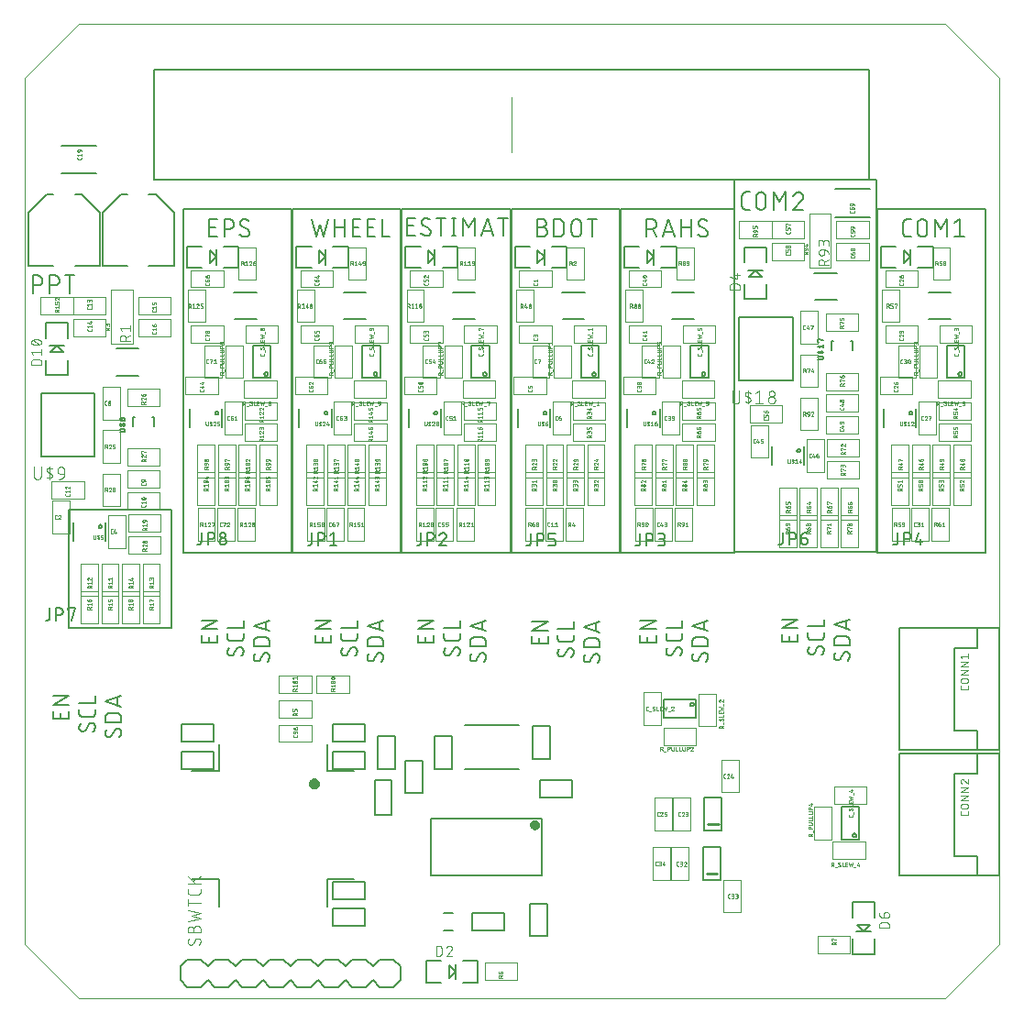
<source format=gto>
G75*
%MOIN*%
%OFA0B0*%
%FSLAX25Y25*%
%IPPOS*%
%LPD*%
%AMOC8*
5,1,8,0,0,1.08239X$1,22.5*
%
%ADD10C,0.00600*%
%ADD11C,0.00500*%
%ADD12C,0.02000*%
%ADD13C,0.01969*%
%ADD14C,0.00800*%
%ADD15C,0.00400*%
%ADD16C,0.00000*%
%ADD17C,0.00100*%
%ADD18C,0.00200*%
%ADD19C,0.00300*%
%ADD20C,0.00700*%
%ADD21C,0.00900*%
D10*
X0019366Y0143834D02*
X0019366Y0186747D01*
X0056866Y0186747D01*
X0056866Y0143834D01*
X0019366Y0143834D01*
X0020961Y0175487D02*
X0020961Y0182180D01*
X0032772Y0182180D02*
X0032772Y0175487D01*
X0060969Y0171283D02*
X0060969Y0296086D01*
X0100437Y0296086D01*
X0100437Y0171283D01*
X0060969Y0171283D01*
X0100732Y0171283D02*
X0100732Y0296086D01*
X0140201Y0296086D01*
X0140201Y0171283D01*
X0100732Y0171283D01*
X0140496Y0171283D02*
X0140496Y0296086D01*
X0179965Y0296086D01*
X0179965Y0171283D01*
X0140496Y0171283D01*
X0180260Y0171283D02*
X0180260Y0296086D01*
X0219728Y0296086D01*
X0219728Y0171283D01*
X0180260Y0171283D01*
X0220024Y0171283D02*
X0220024Y0296086D01*
X0261461Y0296086D01*
X0261461Y0171283D01*
X0220024Y0171283D01*
X0261492Y0171393D02*
X0261492Y0306826D01*
X0313165Y0306826D01*
X0313165Y0171393D01*
X0261492Y0171393D01*
X0274898Y0203046D02*
X0274898Y0209739D01*
X0286709Y0209739D02*
X0286709Y0203046D01*
X0315713Y0216716D02*
X0315713Y0223409D01*
X0327524Y0223409D02*
X0327524Y0216716D01*
X0331976Y0256054D02*
X0339921Y0256054D01*
X0339965Y0265857D02*
X0331878Y0265857D01*
X0334393Y0286059D02*
X0334393Y0292459D01*
X0336527Y0288903D01*
X0338660Y0292459D01*
X0338660Y0286059D01*
X0341518Y0286059D02*
X0345074Y0286059D01*
X0343296Y0286059D02*
X0343296Y0292459D01*
X0341518Y0291037D01*
X0331535Y0290681D02*
X0331535Y0287837D01*
X0331533Y0287754D01*
X0331527Y0287671D01*
X0331517Y0287588D01*
X0331504Y0287505D01*
X0331486Y0287424D01*
X0331465Y0287343D01*
X0331440Y0287264D01*
X0331411Y0287186D01*
X0331379Y0287109D01*
X0331343Y0287034D01*
X0331304Y0286960D01*
X0331261Y0286889D01*
X0331215Y0286819D01*
X0331165Y0286752D01*
X0331113Y0286687D01*
X0331058Y0286625D01*
X0330999Y0286565D01*
X0330938Y0286508D01*
X0330875Y0286454D01*
X0330809Y0286403D01*
X0330740Y0286356D01*
X0330670Y0286311D01*
X0330597Y0286270D01*
X0330523Y0286233D01*
X0330447Y0286198D01*
X0330369Y0286168D01*
X0330291Y0286141D01*
X0330210Y0286118D01*
X0330129Y0286098D01*
X0330047Y0286083D01*
X0329965Y0286071D01*
X0329882Y0286063D01*
X0329799Y0286059D01*
X0329715Y0286059D01*
X0329632Y0286063D01*
X0329549Y0286071D01*
X0329467Y0286083D01*
X0329385Y0286098D01*
X0329304Y0286118D01*
X0329223Y0286141D01*
X0329145Y0286168D01*
X0329067Y0286198D01*
X0328991Y0286233D01*
X0328917Y0286270D01*
X0328844Y0286311D01*
X0328774Y0286356D01*
X0328705Y0286403D01*
X0328639Y0286454D01*
X0328576Y0286508D01*
X0328515Y0286565D01*
X0328456Y0286625D01*
X0328401Y0286687D01*
X0328349Y0286752D01*
X0328299Y0286819D01*
X0328253Y0286889D01*
X0328210Y0286960D01*
X0328171Y0287034D01*
X0328135Y0287109D01*
X0328103Y0287186D01*
X0328074Y0287264D01*
X0328049Y0287343D01*
X0328028Y0287424D01*
X0328010Y0287505D01*
X0327997Y0287588D01*
X0327987Y0287671D01*
X0327981Y0287754D01*
X0327979Y0287837D01*
X0327979Y0290681D01*
X0327981Y0290764D01*
X0327987Y0290847D01*
X0327997Y0290930D01*
X0328010Y0291013D01*
X0328028Y0291094D01*
X0328049Y0291175D01*
X0328074Y0291254D01*
X0328103Y0291332D01*
X0328135Y0291409D01*
X0328171Y0291484D01*
X0328210Y0291558D01*
X0328253Y0291629D01*
X0328299Y0291699D01*
X0328349Y0291766D01*
X0328401Y0291831D01*
X0328456Y0291893D01*
X0328515Y0291953D01*
X0328576Y0292010D01*
X0328639Y0292064D01*
X0328705Y0292115D01*
X0328774Y0292162D01*
X0328844Y0292207D01*
X0328917Y0292248D01*
X0328991Y0292285D01*
X0329067Y0292320D01*
X0329145Y0292350D01*
X0329223Y0292377D01*
X0329304Y0292400D01*
X0329385Y0292420D01*
X0329467Y0292435D01*
X0329549Y0292447D01*
X0329632Y0292455D01*
X0329715Y0292459D01*
X0329799Y0292459D01*
X0329882Y0292455D01*
X0329965Y0292447D01*
X0330047Y0292435D01*
X0330129Y0292420D01*
X0330210Y0292400D01*
X0330291Y0292377D01*
X0330369Y0292350D01*
X0330447Y0292320D01*
X0330523Y0292285D01*
X0330597Y0292248D01*
X0330670Y0292207D01*
X0330740Y0292162D01*
X0330809Y0292115D01*
X0330875Y0292064D01*
X0330938Y0292010D01*
X0330999Y0291953D01*
X0331058Y0291893D01*
X0331113Y0291831D01*
X0331165Y0291766D01*
X0331215Y0291699D01*
X0331261Y0291629D01*
X0331304Y0291558D01*
X0331343Y0291484D01*
X0331379Y0291409D01*
X0331411Y0291332D01*
X0331440Y0291254D01*
X0331465Y0291175D01*
X0331486Y0291094D01*
X0331504Y0291013D01*
X0331517Y0290930D01*
X0331527Y0290847D01*
X0331533Y0290764D01*
X0331535Y0290681D01*
X0325680Y0292459D02*
X0324258Y0292459D01*
X0324184Y0292457D01*
X0324109Y0292451D01*
X0324036Y0292441D01*
X0323962Y0292428D01*
X0323890Y0292411D01*
X0323819Y0292389D01*
X0323748Y0292365D01*
X0323680Y0292336D01*
X0323612Y0292304D01*
X0323547Y0292268D01*
X0323484Y0292230D01*
X0323422Y0292187D01*
X0323363Y0292142D01*
X0323306Y0292094D01*
X0323252Y0292043D01*
X0323201Y0291988D01*
X0323153Y0291932D01*
X0323108Y0291873D01*
X0323065Y0291811D01*
X0323027Y0291748D01*
X0322991Y0291683D01*
X0322959Y0291615D01*
X0322930Y0291547D01*
X0322906Y0291476D01*
X0322884Y0291405D01*
X0322867Y0291333D01*
X0322854Y0291259D01*
X0322844Y0291186D01*
X0322838Y0291111D01*
X0322836Y0291037D01*
X0322835Y0291037D02*
X0322835Y0287481D01*
X0322836Y0287481D02*
X0322838Y0287407D01*
X0322844Y0287332D01*
X0322854Y0287259D01*
X0322867Y0287185D01*
X0322884Y0287113D01*
X0322906Y0287042D01*
X0322930Y0286971D01*
X0322959Y0286903D01*
X0322991Y0286835D01*
X0323027Y0286770D01*
X0323065Y0286707D01*
X0323108Y0286645D01*
X0323153Y0286586D01*
X0323201Y0286529D01*
X0323252Y0286475D01*
X0323306Y0286424D01*
X0323363Y0286376D01*
X0323422Y0286331D01*
X0323484Y0286288D01*
X0323547Y0286250D01*
X0323612Y0286214D01*
X0323680Y0286182D01*
X0323748Y0286153D01*
X0323819Y0286129D01*
X0323890Y0286107D01*
X0323962Y0286090D01*
X0324036Y0286077D01*
X0324109Y0286067D01*
X0324184Y0286061D01*
X0324258Y0286059D01*
X0325680Y0286059D01*
X0313331Y0296086D02*
X0352799Y0296086D01*
X0352799Y0171283D01*
X0313331Y0171283D01*
X0313331Y0296086D01*
X0298626Y0272944D02*
X0290539Y0272944D01*
X0290638Y0263141D02*
X0298583Y0263141D01*
X0286412Y0295902D02*
X0282857Y0295902D01*
X0285879Y0299457D01*
X0284812Y0302302D02*
X0284723Y0302300D01*
X0284634Y0302294D01*
X0284545Y0302285D01*
X0284457Y0302271D01*
X0284370Y0302254D01*
X0284283Y0302233D01*
X0284197Y0302208D01*
X0284113Y0302180D01*
X0284030Y0302147D01*
X0283948Y0302112D01*
X0283868Y0302072D01*
X0283790Y0302030D01*
X0283713Y0301984D01*
X0283639Y0301935D01*
X0283567Y0301882D01*
X0283497Y0301827D01*
X0283430Y0301768D01*
X0283365Y0301707D01*
X0283303Y0301643D01*
X0283244Y0301576D01*
X0283188Y0301507D01*
X0283135Y0301435D01*
X0283085Y0301361D01*
X0283038Y0301285D01*
X0282995Y0301208D01*
X0282955Y0301128D01*
X0282918Y0301047D01*
X0282885Y0300964D01*
X0282856Y0300879D01*
X0285880Y0299457D02*
X0285937Y0299515D01*
X0285993Y0299576D01*
X0286045Y0299639D01*
X0286094Y0299704D01*
X0286140Y0299772D01*
X0286182Y0299842D01*
X0286222Y0299914D01*
X0286257Y0299987D01*
X0286290Y0300063D01*
X0286318Y0300139D01*
X0286343Y0300217D01*
X0286364Y0300296D01*
X0286382Y0300376D01*
X0286395Y0300457D01*
X0286405Y0300538D01*
X0286411Y0300620D01*
X0286413Y0300702D01*
X0286412Y0300702D02*
X0286410Y0300781D01*
X0286404Y0300859D01*
X0286395Y0300937D01*
X0286381Y0301014D01*
X0286364Y0301091D01*
X0286343Y0301166D01*
X0286318Y0301241D01*
X0286290Y0301314D01*
X0286258Y0301386D01*
X0286223Y0301456D01*
X0286184Y0301525D01*
X0286142Y0301591D01*
X0286097Y0301655D01*
X0286049Y0301717D01*
X0285998Y0301776D01*
X0285943Y0301833D01*
X0285886Y0301888D01*
X0285827Y0301939D01*
X0285765Y0301987D01*
X0285701Y0302032D01*
X0285635Y0302074D01*
X0285566Y0302113D01*
X0285496Y0302148D01*
X0285424Y0302180D01*
X0285351Y0302208D01*
X0285276Y0302233D01*
X0285201Y0302254D01*
X0285124Y0302271D01*
X0285047Y0302285D01*
X0284969Y0302294D01*
X0284891Y0302300D01*
X0284812Y0302302D01*
X0279998Y0302302D02*
X0279998Y0295902D01*
X0277865Y0298746D02*
X0279998Y0302302D01*
X0277865Y0298746D02*
X0275732Y0302302D01*
X0275732Y0295902D01*
X0272873Y0297679D02*
X0272873Y0300524D01*
X0272874Y0300524D02*
X0272872Y0300607D01*
X0272866Y0300690D01*
X0272856Y0300773D01*
X0272843Y0300856D01*
X0272825Y0300937D01*
X0272804Y0301018D01*
X0272779Y0301097D01*
X0272750Y0301175D01*
X0272718Y0301252D01*
X0272682Y0301327D01*
X0272643Y0301401D01*
X0272600Y0301472D01*
X0272554Y0301542D01*
X0272504Y0301609D01*
X0272452Y0301674D01*
X0272397Y0301736D01*
X0272338Y0301796D01*
X0272277Y0301853D01*
X0272214Y0301907D01*
X0272148Y0301958D01*
X0272079Y0302005D01*
X0272009Y0302050D01*
X0271936Y0302091D01*
X0271862Y0302128D01*
X0271786Y0302163D01*
X0271708Y0302193D01*
X0271630Y0302220D01*
X0271549Y0302243D01*
X0271468Y0302263D01*
X0271386Y0302278D01*
X0271304Y0302290D01*
X0271221Y0302298D01*
X0271138Y0302302D01*
X0271054Y0302302D01*
X0270971Y0302298D01*
X0270888Y0302290D01*
X0270806Y0302278D01*
X0270724Y0302263D01*
X0270643Y0302243D01*
X0270562Y0302220D01*
X0270484Y0302193D01*
X0270406Y0302163D01*
X0270330Y0302128D01*
X0270256Y0302091D01*
X0270183Y0302050D01*
X0270113Y0302005D01*
X0270044Y0301958D01*
X0269978Y0301907D01*
X0269915Y0301853D01*
X0269854Y0301796D01*
X0269795Y0301736D01*
X0269740Y0301674D01*
X0269688Y0301609D01*
X0269638Y0301542D01*
X0269592Y0301472D01*
X0269549Y0301401D01*
X0269510Y0301327D01*
X0269474Y0301252D01*
X0269442Y0301175D01*
X0269413Y0301097D01*
X0269388Y0301018D01*
X0269367Y0300937D01*
X0269349Y0300856D01*
X0269336Y0300773D01*
X0269326Y0300690D01*
X0269320Y0300607D01*
X0269318Y0300524D01*
X0269318Y0297679D01*
X0269320Y0297596D01*
X0269326Y0297513D01*
X0269336Y0297430D01*
X0269349Y0297347D01*
X0269367Y0297266D01*
X0269388Y0297185D01*
X0269413Y0297106D01*
X0269442Y0297028D01*
X0269474Y0296951D01*
X0269510Y0296876D01*
X0269549Y0296802D01*
X0269592Y0296731D01*
X0269638Y0296661D01*
X0269688Y0296594D01*
X0269740Y0296529D01*
X0269795Y0296467D01*
X0269854Y0296407D01*
X0269915Y0296350D01*
X0269978Y0296296D01*
X0270044Y0296245D01*
X0270113Y0296198D01*
X0270183Y0296153D01*
X0270256Y0296112D01*
X0270330Y0296075D01*
X0270406Y0296040D01*
X0270484Y0296010D01*
X0270562Y0295983D01*
X0270643Y0295960D01*
X0270724Y0295940D01*
X0270806Y0295925D01*
X0270888Y0295913D01*
X0270971Y0295905D01*
X0271054Y0295901D01*
X0271138Y0295901D01*
X0271221Y0295905D01*
X0271304Y0295913D01*
X0271386Y0295925D01*
X0271468Y0295940D01*
X0271549Y0295960D01*
X0271630Y0295983D01*
X0271708Y0296010D01*
X0271786Y0296040D01*
X0271862Y0296075D01*
X0271936Y0296112D01*
X0272009Y0296153D01*
X0272079Y0296198D01*
X0272148Y0296245D01*
X0272214Y0296296D01*
X0272277Y0296350D01*
X0272338Y0296407D01*
X0272397Y0296467D01*
X0272452Y0296529D01*
X0272504Y0296594D01*
X0272554Y0296661D01*
X0272600Y0296731D01*
X0272643Y0296802D01*
X0272682Y0296876D01*
X0272718Y0296951D01*
X0272750Y0297028D01*
X0272779Y0297106D01*
X0272804Y0297185D01*
X0272825Y0297266D01*
X0272843Y0297347D01*
X0272856Y0297430D01*
X0272866Y0297513D01*
X0272872Y0297596D01*
X0272874Y0297679D01*
X0267018Y0295902D02*
X0265596Y0295902D01*
X0265522Y0295904D01*
X0265447Y0295910D01*
X0265374Y0295920D01*
X0265300Y0295933D01*
X0265228Y0295950D01*
X0265157Y0295972D01*
X0265086Y0295996D01*
X0265018Y0296025D01*
X0264950Y0296057D01*
X0264885Y0296093D01*
X0264822Y0296131D01*
X0264760Y0296174D01*
X0264701Y0296219D01*
X0264644Y0296267D01*
X0264590Y0296318D01*
X0264539Y0296372D01*
X0264491Y0296429D01*
X0264446Y0296488D01*
X0264403Y0296550D01*
X0264365Y0296613D01*
X0264329Y0296678D01*
X0264297Y0296746D01*
X0264268Y0296814D01*
X0264244Y0296885D01*
X0264222Y0296956D01*
X0264205Y0297028D01*
X0264192Y0297102D01*
X0264182Y0297175D01*
X0264176Y0297250D01*
X0264174Y0297324D01*
X0264174Y0300879D01*
X0264176Y0300953D01*
X0264182Y0301028D01*
X0264192Y0301101D01*
X0264205Y0301175D01*
X0264222Y0301247D01*
X0264244Y0301318D01*
X0264268Y0301389D01*
X0264297Y0301457D01*
X0264329Y0301525D01*
X0264365Y0301590D01*
X0264403Y0301653D01*
X0264446Y0301715D01*
X0264491Y0301774D01*
X0264539Y0301830D01*
X0264590Y0301885D01*
X0264644Y0301936D01*
X0264701Y0301984D01*
X0264760Y0302029D01*
X0264822Y0302072D01*
X0264885Y0302110D01*
X0264950Y0302146D01*
X0265018Y0302178D01*
X0265086Y0302207D01*
X0265157Y0302231D01*
X0265228Y0302253D01*
X0265300Y0302270D01*
X0265374Y0302283D01*
X0265447Y0302293D01*
X0265522Y0302299D01*
X0265596Y0302301D01*
X0265596Y0302302D02*
X0267018Y0302302D01*
X0248338Y0291037D02*
X0248340Y0290962D01*
X0248346Y0290887D01*
X0248355Y0290813D01*
X0248369Y0290739D01*
X0248386Y0290666D01*
X0248407Y0290594D01*
X0248432Y0290524D01*
X0248461Y0290454D01*
X0248493Y0290387D01*
X0248528Y0290321D01*
X0248567Y0290256D01*
X0248609Y0290194D01*
X0248655Y0290135D01*
X0248703Y0290077D01*
X0248754Y0290023D01*
X0248808Y0289971D01*
X0248865Y0289922D01*
X0248924Y0289876D01*
X0248985Y0289833D01*
X0249049Y0289793D01*
X0249048Y0289792D02*
X0251004Y0288726D01*
X0250293Y0286060D02*
X0250185Y0286062D01*
X0250078Y0286068D01*
X0249970Y0286077D01*
X0249863Y0286091D01*
X0249757Y0286108D01*
X0249651Y0286129D01*
X0249546Y0286154D01*
X0249442Y0286183D01*
X0249339Y0286215D01*
X0249238Y0286251D01*
X0249138Y0286291D01*
X0249039Y0286334D01*
X0248942Y0286381D01*
X0248846Y0286431D01*
X0248753Y0286485D01*
X0248661Y0286542D01*
X0248572Y0286602D01*
X0248485Y0286665D01*
X0248400Y0286732D01*
X0248317Y0286801D01*
X0248237Y0286874D01*
X0248160Y0286949D01*
X0251004Y0288725D02*
X0251068Y0288685D01*
X0251129Y0288642D01*
X0251188Y0288596D01*
X0251245Y0288547D01*
X0251299Y0288495D01*
X0251350Y0288441D01*
X0251398Y0288383D01*
X0251444Y0288324D01*
X0251486Y0288262D01*
X0251525Y0288197D01*
X0251560Y0288131D01*
X0251592Y0288064D01*
X0251621Y0287994D01*
X0251646Y0287924D01*
X0251667Y0287852D01*
X0251684Y0287779D01*
X0251698Y0287705D01*
X0251707Y0287631D01*
X0251713Y0287556D01*
X0251715Y0287481D01*
X0251713Y0287407D01*
X0251707Y0287332D01*
X0251697Y0287259D01*
X0251684Y0287185D01*
X0251667Y0287113D01*
X0251645Y0287042D01*
X0251621Y0286971D01*
X0251592Y0286903D01*
X0251560Y0286835D01*
X0251524Y0286770D01*
X0251486Y0286707D01*
X0251443Y0286645D01*
X0251398Y0286586D01*
X0251350Y0286529D01*
X0251299Y0286475D01*
X0251245Y0286424D01*
X0251188Y0286376D01*
X0251129Y0286331D01*
X0251067Y0286288D01*
X0251004Y0286250D01*
X0250939Y0286214D01*
X0250871Y0286182D01*
X0250803Y0286153D01*
X0250732Y0286129D01*
X0250661Y0286107D01*
X0250589Y0286090D01*
X0250515Y0286077D01*
X0250442Y0286067D01*
X0250367Y0286061D01*
X0250293Y0286059D01*
X0251360Y0291926D02*
X0251278Y0291985D01*
X0251194Y0292041D01*
X0251108Y0292093D01*
X0251020Y0292143D01*
X0250930Y0292189D01*
X0250839Y0292231D01*
X0250746Y0292270D01*
X0250651Y0292306D01*
X0250555Y0292338D01*
X0250458Y0292366D01*
X0250361Y0292391D01*
X0250262Y0292411D01*
X0250162Y0292428D01*
X0250062Y0292442D01*
X0249962Y0292451D01*
X0249861Y0292457D01*
X0249760Y0292459D01*
X0249686Y0292457D01*
X0249611Y0292451D01*
X0249538Y0292441D01*
X0249464Y0292428D01*
X0249392Y0292411D01*
X0249321Y0292389D01*
X0249250Y0292365D01*
X0249182Y0292336D01*
X0249114Y0292304D01*
X0249049Y0292268D01*
X0248986Y0292230D01*
X0248924Y0292187D01*
X0248865Y0292142D01*
X0248809Y0292094D01*
X0248754Y0292043D01*
X0248703Y0291989D01*
X0248655Y0291932D01*
X0248610Y0291873D01*
X0248567Y0291811D01*
X0248529Y0291748D01*
X0248493Y0291683D01*
X0248461Y0291615D01*
X0248432Y0291547D01*
X0248408Y0291476D01*
X0248386Y0291405D01*
X0248369Y0291333D01*
X0248356Y0291259D01*
X0248346Y0291186D01*
X0248340Y0291111D01*
X0248338Y0291037D01*
X0245561Y0292459D02*
X0245561Y0286059D01*
X0242005Y0286059D02*
X0242005Y0292459D01*
X0242005Y0289615D02*
X0245561Y0289615D01*
X0239024Y0287659D02*
X0235824Y0287659D01*
X0235291Y0286059D02*
X0237424Y0292459D01*
X0239557Y0286059D01*
X0233084Y0286059D02*
X0231662Y0288903D01*
X0231306Y0288903D02*
X0229528Y0288903D01*
X0231306Y0288903D02*
X0231389Y0288905D01*
X0231472Y0288911D01*
X0231555Y0288921D01*
X0231638Y0288934D01*
X0231719Y0288952D01*
X0231800Y0288973D01*
X0231879Y0288998D01*
X0231957Y0289027D01*
X0232034Y0289059D01*
X0232109Y0289095D01*
X0232183Y0289134D01*
X0232254Y0289177D01*
X0232324Y0289223D01*
X0232391Y0289273D01*
X0232456Y0289325D01*
X0232518Y0289380D01*
X0232578Y0289439D01*
X0232635Y0289500D01*
X0232689Y0289563D01*
X0232740Y0289629D01*
X0232787Y0289698D01*
X0232832Y0289768D01*
X0232873Y0289841D01*
X0232910Y0289915D01*
X0232945Y0289991D01*
X0232975Y0290069D01*
X0233002Y0290147D01*
X0233025Y0290228D01*
X0233045Y0290309D01*
X0233060Y0290391D01*
X0233072Y0290473D01*
X0233080Y0290556D01*
X0233084Y0290639D01*
X0233084Y0290723D01*
X0233080Y0290806D01*
X0233072Y0290889D01*
X0233060Y0290971D01*
X0233045Y0291053D01*
X0233025Y0291134D01*
X0233002Y0291215D01*
X0232975Y0291293D01*
X0232945Y0291371D01*
X0232910Y0291447D01*
X0232873Y0291521D01*
X0232832Y0291594D01*
X0232787Y0291664D01*
X0232740Y0291733D01*
X0232689Y0291799D01*
X0232635Y0291862D01*
X0232578Y0291923D01*
X0232518Y0291982D01*
X0232456Y0292037D01*
X0232391Y0292089D01*
X0232324Y0292139D01*
X0232254Y0292185D01*
X0232183Y0292228D01*
X0232109Y0292267D01*
X0232034Y0292303D01*
X0231957Y0292335D01*
X0231879Y0292364D01*
X0231800Y0292389D01*
X0231719Y0292410D01*
X0231638Y0292428D01*
X0231555Y0292441D01*
X0231472Y0292451D01*
X0231389Y0292457D01*
X0231306Y0292459D01*
X0229528Y0292459D01*
X0229528Y0286059D01*
X0211494Y0292459D02*
X0207938Y0292459D01*
X0209716Y0292459D02*
X0209716Y0286059D01*
X0205750Y0287837D02*
X0205750Y0290681D01*
X0205748Y0290764D01*
X0205742Y0290847D01*
X0205732Y0290930D01*
X0205719Y0291013D01*
X0205701Y0291094D01*
X0205680Y0291175D01*
X0205655Y0291254D01*
X0205626Y0291332D01*
X0205594Y0291409D01*
X0205558Y0291484D01*
X0205519Y0291558D01*
X0205476Y0291629D01*
X0205430Y0291699D01*
X0205380Y0291766D01*
X0205328Y0291831D01*
X0205273Y0291893D01*
X0205214Y0291953D01*
X0205153Y0292010D01*
X0205090Y0292064D01*
X0205024Y0292115D01*
X0204955Y0292162D01*
X0204885Y0292207D01*
X0204812Y0292248D01*
X0204738Y0292285D01*
X0204662Y0292320D01*
X0204584Y0292350D01*
X0204506Y0292377D01*
X0204425Y0292400D01*
X0204344Y0292420D01*
X0204262Y0292435D01*
X0204180Y0292447D01*
X0204097Y0292455D01*
X0204014Y0292459D01*
X0203930Y0292459D01*
X0203847Y0292455D01*
X0203764Y0292447D01*
X0203682Y0292435D01*
X0203600Y0292420D01*
X0203519Y0292400D01*
X0203438Y0292377D01*
X0203360Y0292350D01*
X0203282Y0292320D01*
X0203206Y0292285D01*
X0203132Y0292248D01*
X0203059Y0292207D01*
X0202989Y0292162D01*
X0202920Y0292115D01*
X0202854Y0292064D01*
X0202791Y0292010D01*
X0202730Y0291953D01*
X0202671Y0291893D01*
X0202616Y0291831D01*
X0202564Y0291766D01*
X0202514Y0291699D01*
X0202468Y0291629D01*
X0202425Y0291558D01*
X0202386Y0291484D01*
X0202350Y0291409D01*
X0202318Y0291332D01*
X0202289Y0291254D01*
X0202264Y0291175D01*
X0202243Y0291094D01*
X0202225Y0291013D01*
X0202212Y0290930D01*
X0202202Y0290847D01*
X0202196Y0290764D01*
X0202194Y0290681D01*
X0202195Y0290681D02*
X0202195Y0287837D01*
X0202194Y0287837D02*
X0202196Y0287754D01*
X0202202Y0287671D01*
X0202212Y0287588D01*
X0202225Y0287505D01*
X0202243Y0287424D01*
X0202264Y0287343D01*
X0202289Y0287264D01*
X0202318Y0287186D01*
X0202350Y0287109D01*
X0202386Y0287034D01*
X0202425Y0286960D01*
X0202468Y0286889D01*
X0202514Y0286819D01*
X0202564Y0286752D01*
X0202616Y0286687D01*
X0202671Y0286625D01*
X0202730Y0286565D01*
X0202791Y0286508D01*
X0202854Y0286454D01*
X0202920Y0286403D01*
X0202989Y0286356D01*
X0203059Y0286311D01*
X0203132Y0286270D01*
X0203206Y0286233D01*
X0203282Y0286198D01*
X0203360Y0286168D01*
X0203438Y0286141D01*
X0203519Y0286118D01*
X0203600Y0286098D01*
X0203682Y0286083D01*
X0203764Y0286071D01*
X0203847Y0286063D01*
X0203930Y0286059D01*
X0204014Y0286059D01*
X0204097Y0286063D01*
X0204180Y0286071D01*
X0204262Y0286083D01*
X0204344Y0286098D01*
X0204425Y0286118D01*
X0204506Y0286141D01*
X0204584Y0286168D01*
X0204662Y0286198D01*
X0204738Y0286233D01*
X0204812Y0286270D01*
X0204885Y0286311D01*
X0204955Y0286356D01*
X0205024Y0286403D01*
X0205090Y0286454D01*
X0205153Y0286508D01*
X0205214Y0286565D01*
X0205273Y0286625D01*
X0205328Y0286687D01*
X0205380Y0286752D01*
X0205430Y0286819D01*
X0205476Y0286889D01*
X0205519Y0286960D01*
X0205558Y0287034D01*
X0205594Y0287109D01*
X0205626Y0287186D01*
X0205655Y0287264D01*
X0205680Y0287343D01*
X0205701Y0287424D01*
X0205719Y0287505D01*
X0205732Y0287588D01*
X0205742Y0287671D01*
X0205748Y0287754D01*
X0205750Y0287837D01*
X0199391Y0287837D02*
X0199391Y0290681D01*
X0199389Y0290763D01*
X0199383Y0290845D01*
X0199374Y0290927D01*
X0199361Y0291008D01*
X0199344Y0291088D01*
X0199323Y0291168D01*
X0199299Y0291246D01*
X0199271Y0291323D01*
X0199240Y0291399D01*
X0199205Y0291474D01*
X0199166Y0291546D01*
X0199125Y0291617D01*
X0199080Y0291686D01*
X0199032Y0291752D01*
X0198981Y0291817D01*
X0198927Y0291879D01*
X0198870Y0291938D01*
X0198811Y0291995D01*
X0198749Y0292049D01*
X0198684Y0292100D01*
X0198618Y0292148D01*
X0198549Y0292193D01*
X0198478Y0292234D01*
X0198406Y0292273D01*
X0198331Y0292308D01*
X0198255Y0292339D01*
X0198178Y0292367D01*
X0198100Y0292391D01*
X0198020Y0292412D01*
X0197940Y0292429D01*
X0197859Y0292442D01*
X0197777Y0292451D01*
X0197695Y0292457D01*
X0197613Y0292459D01*
X0195836Y0292459D01*
X0195836Y0286059D01*
X0197613Y0286059D01*
X0197695Y0286061D01*
X0197777Y0286067D01*
X0197859Y0286076D01*
X0197940Y0286089D01*
X0198020Y0286106D01*
X0198100Y0286127D01*
X0198178Y0286151D01*
X0198255Y0286179D01*
X0198331Y0286210D01*
X0198406Y0286245D01*
X0198478Y0286284D01*
X0198549Y0286325D01*
X0198618Y0286370D01*
X0198684Y0286418D01*
X0198749Y0286469D01*
X0198811Y0286523D01*
X0198870Y0286580D01*
X0198927Y0286639D01*
X0198981Y0286701D01*
X0199032Y0286766D01*
X0199080Y0286832D01*
X0199125Y0286901D01*
X0199166Y0286972D01*
X0199205Y0287044D01*
X0199240Y0287119D01*
X0199271Y0287195D01*
X0199299Y0287272D01*
X0199323Y0287350D01*
X0199344Y0287430D01*
X0199361Y0287510D01*
X0199374Y0287591D01*
X0199383Y0287673D01*
X0199389Y0287755D01*
X0199391Y0287837D01*
X0191542Y0286059D02*
X0191625Y0286061D01*
X0191708Y0286067D01*
X0191791Y0286077D01*
X0191874Y0286090D01*
X0191955Y0286108D01*
X0192036Y0286129D01*
X0192115Y0286154D01*
X0192193Y0286183D01*
X0192270Y0286215D01*
X0192345Y0286251D01*
X0192419Y0286290D01*
X0192490Y0286333D01*
X0192560Y0286379D01*
X0192627Y0286429D01*
X0192692Y0286481D01*
X0192754Y0286536D01*
X0192814Y0286595D01*
X0192871Y0286656D01*
X0192925Y0286719D01*
X0192976Y0286785D01*
X0193023Y0286854D01*
X0193068Y0286924D01*
X0193109Y0286997D01*
X0193146Y0287071D01*
X0193181Y0287147D01*
X0193211Y0287225D01*
X0193238Y0287303D01*
X0193261Y0287384D01*
X0193281Y0287465D01*
X0193296Y0287547D01*
X0193308Y0287629D01*
X0193316Y0287712D01*
X0193320Y0287795D01*
X0193320Y0287879D01*
X0193316Y0287962D01*
X0193308Y0288045D01*
X0193296Y0288127D01*
X0193281Y0288209D01*
X0193261Y0288290D01*
X0193238Y0288371D01*
X0193211Y0288449D01*
X0193181Y0288527D01*
X0193146Y0288603D01*
X0193109Y0288677D01*
X0193068Y0288750D01*
X0193023Y0288820D01*
X0192976Y0288889D01*
X0192925Y0288955D01*
X0192871Y0289018D01*
X0192814Y0289079D01*
X0192754Y0289138D01*
X0192692Y0289193D01*
X0192627Y0289245D01*
X0192560Y0289295D01*
X0192490Y0289341D01*
X0192419Y0289384D01*
X0192345Y0289423D01*
X0192270Y0289459D01*
X0192193Y0289491D01*
X0192115Y0289520D01*
X0192036Y0289545D01*
X0191955Y0289566D01*
X0191874Y0289584D01*
X0191791Y0289597D01*
X0191708Y0289607D01*
X0191625Y0289613D01*
X0191542Y0289615D01*
X0189765Y0289615D01*
X0191542Y0289615D02*
X0191616Y0289617D01*
X0191691Y0289623D01*
X0191764Y0289633D01*
X0191838Y0289646D01*
X0191910Y0289663D01*
X0191981Y0289685D01*
X0192052Y0289709D01*
X0192120Y0289738D01*
X0192188Y0289770D01*
X0192253Y0289806D01*
X0192316Y0289844D01*
X0192378Y0289887D01*
X0192437Y0289932D01*
X0192494Y0289980D01*
X0192548Y0290031D01*
X0192599Y0290085D01*
X0192647Y0290142D01*
X0192692Y0290201D01*
X0192735Y0290263D01*
X0192773Y0290326D01*
X0192809Y0290391D01*
X0192841Y0290459D01*
X0192870Y0290527D01*
X0192894Y0290598D01*
X0192916Y0290669D01*
X0192933Y0290741D01*
X0192946Y0290815D01*
X0192956Y0290888D01*
X0192962Y0290963D01*
X0192964Y0291037D01*
X0192962Y0291111D01*
X0192956Y0291186D01*
X0192946Y0291259D01*
X0192933Y0291333D01*
X0192916Y0291405D01*
X0192894Y0291476D01*
X0192870Y0291547D01*
X0192841Y0291615D01*
X0192809Y0291683D01*
X0192773Y0291748D01*
X0192735Y0291811D01*
X0192692Y0291873D01*
X0192647Y0291932D01*
X0192599Y0291989D01*
X0192548Y0292043D01*
X0192494Y0292094D01*
X0192437Y0292142D01*
X0192378Y0292187D01*
X0192316Y0292230D01*
X0192253Y0292268D01*
X0192188Y0292304D01*
X0192120Y0292336D01*
X0192052Y0292365D01*
X0191981Y0292389D01*
X0191910Y0292411D01*
X0191838Y0292428D01*
X0191764Y0292441D01*
X0191691Y0292451D01*
X0191616Y0292457D01*
X0191542Y0292459D01*
X0189765Y0292459D01*
X0189765Y0286059D01*
X0191542Y0286059D01*
X0179091Y0292853D02*
X0175535Y0292853D01*
X0177313Y0292853D02*
X0177313Y0286453D01*
X0173703Y0286453D02*
X0171569Y0292853D01*
X0169436Y0286453D01*
X0169969Y0288053D02*
X0173169Y0288053D01*
X0166933Y0286453D02*
X0166933Y0292853D01*
X0164800Y0289297D01*
X0162667Y0292853D01*
X0162667Y0286453D01*
X0159972Y0286453D02*
X0158550Y0286453D01*
X0159261Y0286453D02*
X0159261Y0292853D01*
X0158550Y0292853D02*
X0159972Y0292853D01*
X0156526Y0292853D02*
X0152971Y0292853D01*
X0154748Y0292853D02*
X0154748Y0286453D01*
X0150276Y0289119D02*
X0148321Y0290186D01*
X0149032Y0292853D02*
X0149133Y0292851D01*
X0149234Y0292845D01*
X0149334Y0292836D01*
X0149434Y0292822D01*
X0149534Y0292805D01*
X0149633Y0292785D01*
X0149730Y0292760D01*
X0149827Y0292732D01*
X0149923Y0292700D01*
X0150018Y0292664D01*
X0150111Y0292625D01*
X0150202Y0292583D01*
X0150292Y0292537D01*
X0150380Y0292487D01*
X0150466Y0292435D01*
X0150550Y0292379D01*
X0150632Y0292320D01*
X0148321Y0290187D02*
X0148257Y0290227D01*
X0148196Y0290270D01*
X0148137Y0290316D01*
X0148080Y0290365D01*
X0148026Y0290417D01*
X0147975Y0290471D01*
X0147927Y0290529D01*
X0147881Y0290588D01*
X0147839Y0290650D01*
X0147800Y0290715D01*
X0147765Y0290781D01*
X0147733Y0290848D01*
X0147704Y0290918D01*
X0147679Y0290988D01*
X0147658Y0291060D01*
X0147641Y0291133D01*
X0147627Y0291207D01*
X0147618Y0291281D01*
X0147612Y0291356D01*
X0147610Y0291431D01*
X0147612Y0291505D01*
X0147618Y0291580D01*
X0147628Y0291653D01*
X0147641Y0291727D01*
X0147658Y0291799D01*
X0147680Y0291870D01*
X0147704Y0291941D01*
X0147733Y0292009D01*
X0147765Y0292077D01*
X0147801Y0292142D01*
X0147839Y0292205D01*
X0147882Y0292267D01*
X0147927Y0292326D01*
X0147975Y0292383D01*
X0148026Y0292437D01*
X0148081Y0292488D01*
X0148137Y0292536D01*
X0148196Y0292581D01*
X0148258Y0292624D01*
X0148321Y0292662D01*
X0148386Y0292698D01*
X0148454Y0292730D01*
X0148522Y0292759D01*
X0148593Y0292783D01*
X0148664Y0292805D01*
X0148736Y0292822D01*
X0148810Y0292835D01*
X0148883Y0292845D01*
X0148958Y0292851D01*
X0149032Y0292853D01*
X0147432Y0287342D02*
X0147509Y0287267D01*
X0147589Y0287194D01*
X0147672Y0287125D01*
X0147757Y0287058D01*
X0147844Y0286995D01*
X0147933Y0286935D01*
X0148025Y0286878D01*
X0148118Y0286824D01*
X0148214Y0286774D01*
X0148311Y0286727D01*
X0148410Y0286684D01*
X0148510Y0286644D01*
X0148611Y0286608D01*
X0148714Y0286576D01*
X0148818Y0286547D01*
X0148923Y0286522D01*
X0149029Y0286501D01*
X0149135Y0286484D01*
X0149242Y0286470D01*
X0149350Y0286461D01*
X0149457Y0286455D01*
X0149565Y0286453D01*
X0149639Y0286455D01*
X0149714Y0286461D01*
X0149787Y0286471D01*
X0149861Y0286484D01*
X0149933Y0286501D01*
X0150004Y0286523D01*
X0150075Y0286547D01*
X0150143Y0286576D01*
X0150211Y0286608D01*
X0150276Y0286644D01*
X0150339Y0286682D01*
X0150401Y0286725D01*
X0150460Y0286770D01*
X0150517Y0286818D01*
X0150571Y0286869D01*
X0150622Y0286923D01*
X0150670Y0286980D01*
X0150715Y0287039D01*
X0150758Y0287101D01*
X0150796Y0287164D01*
X0150832Y0287229D01*
X0150864Y0287297D01*
X0150893Y0287365D01*
X0150917Y0287436D01*
X0150939Y0287507D01*
X0150956Y0287579D01*
X0150969Y0287653D01*
X0150979Y0287726D01*
X0150985Y0287801D01*
X0150987Y0287875D01*
X0150985Y0287950D01*
X0150979Y0288025D01*
X0150970Y0288099D01*
X0150956Y0288173D01*
X0150939Y0288246D01*
X0150918Y0288318D01*
X0150893Y0288388D01*
X0150864Y0288458D01*
X0150832Y0288525D01*
X0150797Y0288591D01*
X0150758Y0288656D01*
X0150716Y0288718D01*
X0150670Y0288777D01*
X0150622Y0288835D01*
X0150571Y0288889D01*
X0150517Y0288941D01*
X0150460Y0288990D01*
X0150401Y0289036D01*
X0150340Y0289079D01*
X0150276Y0289119D01*
X0145365Y0286453D02*
X0142520Y0286453D01*
X0142520Y0292853D01*
X0145365Y0292853D01*
X0144654Y0290008D02*
X0142520Y0290008D01*
X0136209Y0286059D02*
X0133364Y0286059D01*
X0133364Y0292459D01*
X0130875Y0292459D02*
X0128031Y0292459D01*
X0128031Y0286059D01*
X0130875Y0286059D01*
X0130164Y0289615D02*
X0128031Y0289615D01*
X0124831Y0289615D02*
X0122697Y0289615D01*
X0122697Y0292459D02*
X0122697Y0286059D01*
X0125542Y0286059D01*
X0119677Y0286059D02*
X0119677Y0292459D01*
X0119677Y0289615D02*
X0116121Y0289615D01*
X0116121Y0292459D02*
X0116121Y0286059D01*
X0112141Y0286059D02*
X0113564Y0292459D01*
X0110719Y0290326D02*
X0112141Y0286059D01*
X0109297Y0286059D02*
X0110719Y0290326D01*
X0107875Y0292459D02*
X0109297Y0286059D01*
X0122697Y0292459D02*
X0125542Y0292459D01*
X0127366Y0265857D02*
X0119280Y0265857D01*
X0119378Y0256054D02*
X0127323Y0256054D01*
X0159142Y0256054D02*
X0167087Y0256054D01*
X0167130Y0265857D02*
X0159043Y0265857D01*
X0198807Y0265857D02*
X0206894Y0265857D01*
X0206850Y0256054D02*
X0198906Y0256054D01*
X0194453Y0223409D02*
X0194453Y0216716D01*
X0182642Y0216716D02*
X0182642Y0223409D01*
X0154689Y0223409D02*
X0154689Y0216716D01*
X0142878Y0216716D02*
X0142878Y0223409D01*
X0114925Y0223409D02*
X0114925Y0216716D01*
X0103114Y0216716D02*
X0103114Y0223409D01*
X0075161Y0223409D02*
X0075161Y0216716D01*
X0063350Y0216716D02*
X0063350Y0223409D01*
X0044646Y0235582D02*
X0036701Y0235582D01*
X0036602Y0245385D02*
X0044689Y0245385D01*
X0019687Y0265587D02*
X0019687Y0271987D01*
X0017910Y0271987D02*
X0021465Y0271987D01*
X0014232Y0271987D02*
X0012454Y0271987D01*
X0012454Y0265587D01*
X0012454Y0268431D02*
X0014232Y0268431D01*
X0014315Y0268433D01*
X0014398Y0268439D01*
X0014481Y0268449D01*
X0014564Y0268462D01*
X0014645Y0268480D01*
X0014726Y0268501D01*
X0014805Y0268526D01*
X0014883Y0268555D01*
X0014960Y0268587D01*
X0015035Y0268623D01*
X0015109Y0268662D01*
X0015180Y0268705D01*
X0015250Y0268751D01*
X0015317Y0268801D01*
X0015382Y0268853D01*
X0015444Y0268908D01*
X0015504Y0268967D01*
X0015561Y0269028D01*
X0015615Y0269091D01*
X0015666Y0269157D01*
X0015713Y0269226D01*
X0015758Y0269296D01*
X0015799Y0269369D01*
X0015836Y0269443D01*
X0015871Y0269519D01*
X0015901Y0269597D01*
X0015928Y0269675D01*
X0015951Y0269756D01*
X0015971Y0269837D01*
X0015986Y0269919D01*
X0015998Y0270001D01*
X0016006Y0270084D01*
X0016010Y0270167D01*
X0016010Y0270251D01*
X0016006Y0270334D01*
X0015998Y0270417D01*
X0015986Y0270499D01*
X0015971Y0270581D01*
X0015951Y0270662D01*
X0015928Y0270743D01*
X0015901Y0270821D01*
X0015871Y0270899D01*
X0015836Y0270975D01*
X0015799Y0271049D01*
X0015758Y0271122D01*
X0015713Y0271192D01*
X0015666Y0271261D01*
X0015615Y0271327D01*
X0015561Y0271390D01*
X0015504Y0271451D01*
X0015444Y0271510D01*
X0015382Y0271565D01*
X0015317Y0271617D01*
X0015250Y0271667D01*
X0015180Y0271713D01*
X0015109Y0271756D01*
X0015035Y0271795D01*
X0014960Y0271831D01*
X0014883Y0271863D01*
X0014805Y0271892D01*
X0014726Y0271917D01*
X0014645Y0271938D01*
X0014564Y0271956D01*
X0014481Y0271969D01*
X0014398Y0271979D01*
X0014315Y0271985D01*
X0014232Y0271987D01*
X0008078Y0271987D02*
X0006300Y0271987D01*
X0006300Y0265587D01*
X0006300Y0268431D02*
X0008078Y0268431D01*
X0008161Y0268433D01*
X0008244Y0268439D01*
X0008327Y0268449D01*
X0008410Y0268462D01*
X0008491Y0268480D01*
X0008572Y0268501D01*
X0008651Y0268526D01*
X0008729Y0268555D01*
X0008806Y0268587D01*
X0008881Y0268623D01*
X0008955Y0268662D01*
X0009026Y0268705D01*
X0009096Y0268751D01*
X0009163Y0268801D01*
X0009228Y0268853D01*
X0009290Y0268908D01*
X0009350Y0268967D01*
X0009407Y0269028D01*
X0009461Y0269091D01*
X0009512Y0269157D01*
X0009559Y0269226D01*
X0009604Y0269296D01*
X0009645Y0269369D01*
X0009682Y0269443D01*
X0009717Y0269519D01*
X0009747Y0269597D01*
X0009774Y0269675D01*
X0009797Y0269756D01*
X0009817Y0269837D01*
X0009832Y0269919D01*
X0009844Y0270001D01*
X0009852Y0270084D01*
X0009856Y0270167D01*
X0009856Y0270251D01*
X0009852Y0270334D01*
X0009844Y0270417D01*
X0009832Y0270499D01*
X0009817Y0270581D01*
X0009797Y0270662D01*
X0009774Y0270743D01*
X0009747Y0270821D01*
X0009717Y0270899D01*
X0009682Y0270975D01*
X0009645Y0271049D01*
X0009604Y0271122D01*
X0009559Y0271192D01*
X0009512Y0271261D01*
X0009461Y0271327D01*
X0009407Y0271390D01*
X0009350Y0271451D01*
X0009290Y0271510D01*
X0009228Y0271565D01*
X0009163Y0271617D01*
X0009096Y0271667D01*
X0009026Y0271713D01*
X0008955Y0271756D01*
X0008881Y0271795D01*
X0008806Y0271831D01*
X0008729Y0271863D01*
X0008651Y0271892D01*
X0008572Y0271917D01*
X0008491Y0271938D01*
X0008410Y0271956D01*
X0008327Y0271969D01*
X0008244Y0271979D01*
X0008161Y0271985D01*
X0008078Y0271987D01*
X0070473Y0286059D02*
X0070473Y0292459D01*
X0073318Y0292459D01*
X0075878Y0292459D02*
X0077656Y0292459D01*
X0077739Y0292457D01*
X0077822Y0292451D01*
X0077905Y0292441D01*
X0077988Y0292428D01*
X0078069Y0292410D01*
X0078150Y0292389D01*
X0078229Y0292364D01*
X0078307Y0292335D01*
X0078384Y0292303D01*
X0078459Y0292267D01*
X0078533Y0292228D01*
X0078604Y0292185D01*
X0078674Y0292139D01*
X0078741Y0292089D01*
X0078806Y0292037D01*
X0078868Y0291982D01*
X0078928Y0291923D01*
X0078985Y0291862D01*
X0079039Y0291799D01*
X0079090Y0291733D01*
X0079137Y0291664D01*
X0079182Y0291594D01*
X0079223Y0291521D01*
X0079260Y0291447D01*
X0079295Y0291371D01*
X0079325Y0291293D01*
X0079352Y0291215D01*
X0079375Y0291134D01*
X0079395Y0291053D01*
X0079410Y0290971D01*
X0079422Y0290889D01*
X0079430Y0290806D01*
X0079434Y0290723D01*
X0079434Y0290639D01*
X0079430Y0290556D01*
X0079422Y0290473D01*
X0079410Y0290391D01*
X0079395Y0290309D01*
X0079375Y0290228D01*
X0079352Y0290147D01*
X0079325Y0290069D01*
X0079295Y0289991D01*
X0079260Y0289915D01*
X0079223Y0289841D01*
X0079182Y0289768D01*
X0079137Y0289698D01*
X0079090Y0289629D01*
X0079039Y0289563D01*
X0078985Y0289500D01*
X0078928Y0289439D01*
X0078868Y0289380D01*
X0078806Y0289325D01*
X0078741Y0289273D01*
X0078674Y0289223D01*
X0078604Y0289177D01*
X0078533Y0289134D01*
X0078459Y0289095D01*
X0078384Y0289059D01*
X0078307Y0289027D01*
X0078229Y0288998D01*
X0078150Y0288973D01*
X0078069Y0288952D01*
X0077988Y0288934D01*
X0077905Y0288921D01*
X0077822Y0288911D01*
X0077739Y0288905D01*
X0077656Y0288903D01*
X0075878Y0288903D01*
X0075878Y0286059D02*
X0075878Y0292459D01*
X0072607Y0289615D02*
X0070473Y0289615D01*
X0070473Y0286059D02*
X0073318Y0286059D01*
X0082428Y0289792D02*
X0084383Y0288726D01*
X0083672Y0286060D02*
X0083564Y0286062D01*
X0083457Y0286068D01*
X0083349Y0286077D01*
X0083242Y0286091D01*
X0083136Y0286108D01*
X0083030Y0286129D01*
X0082925Y0286154D01*
X0082821Y0286183D01*
X0082718Y0286215D01*
X0082617Y0286251D01*
X0082517Y0286291D01*
X0082418Y0286334D01*
X0082321Y0286381D01*
X0082225Y0286431D01*
X0082132Y0286485D01*
X0082040Y0286542D01*
X0081951Y0286602D01*
X0081864Y0286665D01*
X0081779Y0286732D01*
X0081696Y0286801D01*
X0081616Y0286874D01*
X0081539Y0286949D01*
X0084383Y0288725D02*
X0084447Y0288685D01*
X0084508Y0288642D01*
X0084567Y0288596D01*
X0084624Y0288547D01*
X0084678Y0288495D01*
X0084729Y0288441D01*
X0084777Y0288383D01*
X0084823Y0288324D01*
X0084865Y0288262D01*
X0084904Y0288197D01*
X0084939Y0288131D01*
X0084971Y0288064D01*
X0085000Y0287994D01*
X0085025Y0287924D01*
X0085046Y0287852D01*
X0085063Y0287779D01*
X0085077Y0287705D01*
X0085086Y0287631D01*
X0085092Y0287556D01*
X0085094Y0287481D01*
X0085092Y0287407D01*
X0085086Y0287332D01*
X0085076Y0287259D01*
X0085063Y0287185D01*
X0085046Y0287113D01*
X0085024Y0287042D01*
X0085000Y0286971D01*
X0084971Y0286903D01*
X0084939Y0286835D01*
X0084903Y0286770D01*
X0084865Y0286707D01*
X0084822Y0286645D01*
X0084777Y0286586D01*
X0084729Y0286529D01*
X0084678Y0286475D01*
X0084624Y0286424D01*
X0084567Y0286376D01*
X0084508Y0286331D01*
X0084446Y0286288D01*
X0084383Y0286250D01*
X0084318Y0286214D01*
X0084250Y0286182D01*
X0084182Y0286153D01*
X0084111Y0286129D01*
X0084040Y0286107D01*
X0083968Y0286090D01*
X0083894Y0286077D01*
X0083821Y0286067D01*
X0083746Y0286061D01*
X0083672Y0286059D01*
X0084739Y0291926D02*
X0084657Y0291985D01*
X0084573Y0292041D01*
X0084487Y0292093D01*
X0084399Y0292143D01*
X0084309Y0292189D01*
X0084218Y0292231D01*
X0084125Y0292270D01*
X0084030Y0292306D01*
X0083934Y0292338D01*
X0083837Y0292366D01*
X0083740Y0292391D01*
X0083641Y0292411D01*
X0083541Y0292428D01*
X0083441Y0292442D01*
X0083341Y0292451D01*
X0083240Y0292457D01*
X0083139Y0292459D01*
X0083065Y0292457D01*
X0082990Y0292451D01*
X0082917Y0292441D01*
X0082843Y0292428D01*
X0082771Y0292411D01*
X0082700Y0292389D01*
X0082629Y0292365D01*
X0082561Y0292336D01*
X0082493Y0292304D01*
X0082428Y0292268D01*
X0082365Y0292230D01*
X0082303Y0292187D01*
X0082244Y0292142D01*
X0082188Y0292094D01*
X0082133Y0292043D01*
X0082082Y0291989D01*
X0082034Y0291932D01*
X0081989Y0291873D01*
X0081946Y0291811D01*
X0081908Y0291748D01*
X0081872Y0291683D01*
X0081840Y0291615D01*
X0081811Y0291547D01*
X0081787Y0291476D01*
X0081765Y0291405D01*
X0081748Y0291333D01*
X0081735Y0291259D01*
X0081725Y0291186D01*
X0081719Y0291111D01*
X0081717Y0291037D01*
X0081719Y0290962D01*
X0081725Y0290887D01*
X0081734Y0290813D01*
X0081748Y0290739D01*
X0081765Y0290666D01*
X0081786Y0290594D01*
X0081811Y0290524D01*
X0081840Y0290454D01*
X0081872Y0290387D01*
X0081907Y0290321D01*
X0081946Y0290256D01*
X0081988Y0290194D01*
X0082034Y0290135D01*
X0082082Y0290077D01*
X0082133Y0290023D01*
X0082187Y0289971D01*
X0082244Y0289922D01*
X0082303Y0289876D01*
X0082364Y0289833D01*
X0082428Y0289793D01*
X0079516Y0265857D02*
X0087602Y0265857D01*
X0087559Y0256054D02*
X0079614Y0256054D01*
X0222406Y0223409D02*
X0222406Y0216716D01*
X0234217Y0216716D02*
X0234217Y0223409D01*
X0238669Y0256054D02*
X0246614Y0256054D01*
X0246657Y0265857D02*
X0238571Y0265857D01*
D11*
X0245390Y0246511D02*
X0245390Y0234700D01*
X0251886Y0234700D01*
X0251886Y0246511D01*
X0245390Y0246511D01*
X0249551Y0236161D02*
X0249553Y0236211D01*
X0249559Y0236261D01*
X0249569Y0236310D01*
X0249582Y0236358D01*
X0249600Y0236405D01*
X0249621Y0236451D01*
X0249645Y0236494D01*
X0249673Y0236536D01*
X0249704Y0236575D01*
X0249738Y0236612D01*
X0249775Y0236646D01*
X0249814Y0236677D01*
X0249856Y0236705D01*
X0249899Y0236729D01*
X0249945Y0236750D01*
X0249992Y0236768D01*
X0250040Y0236781D01*
X0250089Y0236791D01*
X0250139Y0236797D01*
X0250189Y0236799D01*
X0250239Y0236797D01*
X0250289Y0236791D01*
X0250338Y0236781D01*
X0250386Y0236768D01*
X0250433Y0236750D01*
X0250479Y0236729D01*
X0250522Y0236705D01*
X0250564Y0236677D01*
X0250603Y0236646D01*
X0250640Y0236612D01*
X0250674Y0236575D01*
X0250705Y0236536D01*
X0250733Y0236494D01*
X0250757Y0236451D01*
X0250778Y0236405D01*
X0250796Y0236358D01*
X0250809Y0236310D01*
X0250819Y0236261D01*
X0250825Y0236211D01*
X0250827Y0236161D01*
X0250825Y0236111D01*
X0250819Y0236061D01*
X0250809Y0236012D01*
X0250796Y0235964D01*
X0250778Y0235917D01*
X0250757Y0235871D01*
X0250733Y0235828D01*
X0250705Y0235786D01*
X0250674Y0235747D01*
X0250640Y0235710D01*
X0250603Y0235676D01*
X0250564Y0235645D01*
X0250522Y0235617D01*
X0250479Y0235593D01*
X0250433Y0235572D01*
X0250386Y0235554D01*
X0250338Y0235541D01*
X0250289Y0235531D01*
X0250239Y0235525D01*
X0250189Y0235523D01*
X0250139Y0235525D01*
X0250089Y0235531D01*
X0250040Y0235541D01*
X0249992Y0235554D01*
X0249945Y0235572D01*
X0249899Y0235593D01*
X0249856Y0235617D01*
X0249814Y0235645D01*
X0249775Y0235676D01*
X0249738Y0235710D01*
X0249704Y0235747D01*
X0249673Y0235786D01*
X0249645Y0235828D01*
X0249621Y0235871D01*
X0249600Y0235917D01*
X0249582Y0235964D01*
X0249569Y0236012D01*
X0249559Y0236061D01*
X0249553Y0236111D01*
X0249551Y0236161D01*
X0263185Y0233692D02*
X0263185Y0256724D01*
X0282673Y0256724D01*
X0282673Y0233692D01*
X0263185Y0233692D01*
X0284189Y0208324D02*
X0284191Y0208371D01*
X0284197Y0208418D01*
X0284207Y0208465D01*
X0284220Y0208510D01*
X0284238Y0208554D01*
X0284259Y0208596D01*
X0284283Y0208637D01*
X0284311Y0208675D01*
X0284342Y0208711D01*
X0284376Y0208744D01*
X0284412Y0208774D01*
X0284451Y0208801D01*
X0284492Y0208825D01*
X0284535Y0208845D01*
X0284579Y0208861D01*
X0284625Y0208874D01*
X0284671Y0208883D01*
X0284719Y0208888D01*
X0284766Y0208889D01*
X0284813Y0208886D01*
X0284860Y0208879D01*
X0284906Y0208868D01*
X0284951Y0208854D01*
X0284995Y0208835D01*
X0285036Y0208813D01*
X0285076Y0208788D01*
X0285114Y0208759D01*
X0285149Y0208728D01*
X0285182Y0208693D01*
X0285211Y0208656D01*
X0285237Y0208617D01*
X0285260Y0208575D01*
X0285279Y0208532D01*
X0285295Y0208487D01*
X0285307Y0208441D01*
X0285315Y0208395D01*
X0285319Y0208348D01*
X0285319Y0208300D01*
X0285315Y0208253D01*
X0285307Y0208207D01*
X0285295Y0208161D01*
X0285279Y0208116D01*
X0285260Y0208073D01*
X0285237Y0208031D01*
X0285211Y0207992D01*
X0285182Y0207955D01*
X0285149Y0207920D01*
X0285114Y0207889D01*
X0285076Y0207860D01*
X0285037Y0207835D01*
X0284995Y0207813D01*
X0284951Y0207794D01*
X0284906Y0207780D01*
X0284860Y0207769D01*
X0284813Y0207762D01*
X0284766Y0207759D01*
X0284719Y0207760D01*
X0284671Y0207765D01*
X0284625Y0207774D01*
X0284579Y0207787D01*
X0284535Y0207803D01*
X0284492Y0207823D01*
X0284451Y0207847D01*
X0284412Y0207874D01*
X0284376Y0207904D01*
X0284342Y0207937D01*
X0284311Y0207973D01*
X0284283Y0208011D01*
X0284259Y0208052D01*
X0284238Y0208094D01*
X0284220Y0208138D01*
X0284207Y0208183D01*
X0284197Y0208230D01*
X0284191Y0208277D01*
X0284189Y0208324D01*
X0282575Y0178600D02*
X0281325Y0178600D01*
X0281325Y0174100D01*
X0281325Y0176100D02*
X0282575Y0176100D01*
X0282644Y0176102D01*
X0282713Y0176108D01*
X0282781Y0176117D01*
X0282848Y0176130D01*
X0282915Y0176147D01*
X0282981Y0176168D01*
X0283045Y0176192D01*
X0283108Y0176220D01*
X0283170Y0176251D01*
X0283230Y0176285D01*
X0283287Y0176323D01*
X0283343Y0176364D01*
X0283396Y0176407D01*
X0283447Y0176454D01*
X0283495Y0176503D01*
X0283540Y0176555D01*
X0283582Y0176610D01*
X0283621Y0176666D01*
X0283658Y0176725D01*
X0283690Y0176786D01*
X0283720Y0176848D01*
X0283746Y0176912D01*
X0283768Y0176977D01*
X0283787Y0177043D01*
X0283802Y0177110D01*
X0283813Y0177178D01*
X0283821Y0177247D01*
X0283825Y0177316D01*
X0283825Y0177384D01*
X0283821Y0177453D01*
X0283813Y0177522D01*
X0283802Y0177590D01*
X0283787Y0177657D01*
X0283768Y0177723D01*
X0283746Y0177788D01*
X0283720Y0177852D01*
X0283690Y0177914D01*
X0283658Y0177975D01*
X0283621Y0178034D01*
X0283582Y0178090D01*
X0283540Y0178145D01*
X0283495Y0178197D01*
X0283447Y0178246D01*
X0283396Y0178293D01*
X0283343Y0178336D01*
X0283287Y0178377D01*
X0283230Y0178415D01*
X0283170Y0178449D01*
X0283108Y0178480D01*
X0283045Y0178508D01*
X0282981Y0178532D01*
X0282915Y0178553D01*
X0282848Y0178570D01*
X0282781Y0178583D01*
X0282713Y0178592D01*
X0282644Y0178598D01*
X0282575Y0178600D01*
X0278970Y0178600D02*
X0278970Y0175100D01*
X0278968Y0175040D01*
X0278963Y0174979D01*
X0278954Y0174920D01*
X0278941Y0174861D01*
X0278925Y0174802D01*
X0278905Y0174745D01*
X0278882Y0174690D01*
X0278855Y0174635D01*
X0278826Y0174583D01*
X0278793Y0174532D01*
X0278757Y0174483D01*
X0278719Y0174437D01*
X0278677Y0174393D01*
X0278633Y0174351D01*
X0278587Y0174313D01*
X0278538Y0174277D01*
X0278487Y0174244D01*
X0278435Y0174215D01*
X0278380Y0174188D01*
X0278325Y0174165D01*
X0278268Y0174145D01*
X0278209Y0174129D01*
X0278150Y0174116D01*
X0278091Y0174107D01*
X0278030Y0174102D01*
X0277970Y0174100D01*
X0277470Y0174100D01*
X0285600Y0175350D02*
X0285600Y0176600D01*
X0287100Y0176600D01*
X0285600Y0176600D02*
X0285602Y0176687D01*
X0285608Y0176774D01*
X0285617Y0176861D01*
X0285630Y0176947D01*
X0285647Y0177033D01*
X0285668Y0177118D01*
X0285693Y0177201D01*
X0285721Y0177284D01*
X0285752Y0177365D01*
X0285787Y0177445D01*
X0285826Y0177523D01*
X0285868Y0177600D01*
X0285913Y0177675D01*
X0285962Y0177747D01*
X0286013Y0177818D01*
X0286068Y0177886D01*
X0286125Y0177951D01*
X0286186Y0178014D01*
X0286249Y0178075D01*
X0286314Y0178132D01*
X0286382Y0178187D01*
X0286453Y0178238D01*
X0286525Y0178287D01*
X0286600Y0178332D01*
X0286677Y0178374D01*
X0286755Y0178413D01*
X0286835Y0178448D01*
X0286916Y0178479D01*
X0286999Y0178507D01*
X0287082Y0178532D01*
X0287167Y0178553D01*
X0287253Y0178570D01*
X0287339Y0178583D01*
X0287426Y0178592D01*
X0287513Y0178598D01*
X0287600Y0178600D01*
X0288100Y0175600D02*
X0288100Y0175350D01*
X0288100Y0175600D02*
X0288098Y0175660D01*
X0288093Y0175721D01*
X0288084Y0175780D01*
X0288071Y0175839D01*
X0288055Y0175898D01*
X0288035Y0175955D01*
X0288012Y0176010D01*
X0287985Y0176065D01*
X0287956Y0176117D01*
X0287923Y0176168D01*
X0287887Y0176217D01*
X0287849Y0176263D01*
X0287807Y0176307D01*
X0287763Y0176349D01*
X0287717Y0176387D01*
X0287668Y0176423D01*
X0287617Y0176456D01*
X0287565Y0176485D01*
X0287510Y0176512D01*
X0287455Y0176535D01*
X0287398Y0176555D01*
X0287339Y0176571D01*
X0287280Y0176584D01*
X0287221Y0176593D01*
X0287160Y0176598D01*
X0287100Y0176600D01*
X0288100Y0175350D02*
X0288098Y0175281D01*
X0288092Y0175212D01*
X0288083Y0175144D01*
X0288070Y0175077D01*
X0288053Y0175010D01*
X0288032Y0174944D01*
X0288008Y0174880D01*
X0287980Y0174817D01*
X0287949Y0174755D01*
X0287915Y0174695D01*
X0287877Y0174638D01*
X0287836Y0174582D01*
X0287793Y0174529D01*
X0287746Y0174478D01*
X0287697Y0174430D01*
X0287645Y0174385D01*
X0287590Y0174343D01*
X0287534Y0174304D01*
X0287475Y0174267D01*
X0287414Y0174235D01*
X0287352Y0174205D01*
X0287288Y0174179D01*
X0287223Y0174157D01*
X0287157Y0174138D01*
X0287090Y0174123D01*
X0287022Y0174112D01*
X0286953Y0174104D01*
X0286884Y0174100D01*
X0286816Y0174100D01*
X0286747Y0174104D01*
X0286678Y0174112D01*
X0286610Y0174123D01*
X0286543Y0174138D01*
X0286477Y0174157D01*
X0286412Y0174179D01*
X0286348Y0174205D01*
X0286286Y0174235D01*
X0286225Y0174267D01*
X0286166Y0174304D01*
X0286110Y0174343D01*
X0286055Y0174385D01*
X0286003Y0174430D01*
X0285954Y0174478D01*
X0285907Y0174529D01*
X0285864Y0174582D01*
X0285823Y0174638D01*
X0285785Y0174695D01*
X0285751Y0174755D01*
X0285720Y0174817D01*
X0285692Y0174880D01*
X0285668Y0174944D01*
X0285647Y0175010D01*
X0285630Y0175077D01*
X0285617Y0175144D01*
X0285608Y0175212D01*
X0285602Y0175281D01*
X0285600Y0175350D01*
X0284490Y0146926D02*
X0278691Y0146926D01*
X0278691Y0143705D02*
X0284490Y0146926D01*
X0284490Y0143705D02*
X0278691Y0143705D01*
X0278691Y0141420D02*
X0278691Y0138843D01*
X0284490Y0138843D01*
X0284490Y0141420D01*
X0281268Y0140776D02*
X0281268Y0138843D01*
X0288140Y0140739D02*
X0288140Y0142028D01*
X0288139Y0140739D02*
X0288141Y0140669D01*
X0288147Y0140600D01*
X0288156Y0140530D01*
X0288169Y0140462D01*
X0288186Y0140394D01*
X0288206Y0140327D01*
X0288231Y0140262D01*
X0288258Y0140198D01*
X0288289Y0140135D01*
X0288324Y0140074D01*
X0288361Y0140016D01*
X0288402Y0139959D01*
X0288446Y0139905D01*
X0288492Y0139853D01*
X0288542Y0139803D01*
X0288594Y0139757D01*
X0288648Y0139713D01*
X0288705Y0139672D01*
X0288763Y0139635D01*
X0288824Y0139600D01*
X0288887Y0139569D01*
X0288951Y0139542D01*
X0289016Y0139517D01*
X0289083Y0139497D01*
X0289151Y0139480D01*
X0289219Y0139467D01*
X0289289Y0139458D01*
X0289358Y0139452D01*
X0289428Y0139450D01*
X0292650Y0139450D01*
X0292720Y0139452D01*
X0292789Y0139458D01*
X0292859Y0139467D01*
X0292927Y0139480D01*
X0292995Y0139497D01*
X0293062Y0139517D01*
X0293127Y0139542D01*
X0293191Y0139569D01*
X0293254Y0139600D01*
X0293315Y0139635D01*
X0293373Y0139672D01*
X0293430Y0139713D01*
X0293484Y0139757D01*
X0293536Y0139803D01*
X0293586Y0139853D01*
X0293632Y0139905D01*
X0293676Y0139959D01*
X0293717Y0140016D01*
X0293754Y0140074D01*
X0293789Y0140135D01*
X0293820Y0140198D01*
X0293847Y0140262D01*
X0293872Y0140327D01*
X0293892Y0140394D01*
X0293909Y0140462D01*
X0293922Y0140530D01*
X0293931Y0140600D01*
X0293937Y0140669D01*
X0293939Y0140739D01*
X0293939Y0142028D01*
X0293939Y0144349D02*
X0288140Y0144349D01*
X0293939Y0144349D02*
X0293939Y0146926D01*
X0297589Y0144993D02*
X0303388Y0146926D01*
X0301938Y0146443D02*
X0301938Y0143544D01*
X0303388Y0143060D02*
X0297589Y0144993D01*
X0299199Y0140795D02*
X0301777Y0140795D01*
X0301856Y0140793D01*
X0301935Y0140787D01*
X0302013Y0140778D01*
X0302091Y0140764D01*
X0302168Y0140747D01*
X0302245Y0140726D01*
X0302320Y0140701D01*
X0302394Y0140672D01*
X0302466Y0140640D01*
X0302536Y0140605D01*
X0302605Y0140566D01*
X0302672Y0140523D01*
X0302737Y0140478D01*
X0302799Y0140429D01*
X0302859Y0140378D01*
X0302916Y0140323D01*
X0302971Y0140266D01*
X0303022Y0140206D01*
X0303071Y0140144D01*
X0303116Y0140079D01*
X0303159Y0140012D01*
X0303198Y0139943D01*
X0303233Y0139873D01*
X0303265Y0139801D01*
X0303294Y0139727D01*
X0303319Y0139652D01*
X0303340Y0139575D01*
X0303357Y0139498D01*
X0303371Y0139420D01*
X0303380Y0139342D01*
X0303386Y0139263D01*
X0303388Y0139184D01*
X0303388Y0137573D01*
X0297589Y0137573D01*
X0297589Y0139184D01*
X0297588Y0139184D02*
X0297590Y0139263D01*
X0297596Y0139342D01*
X0297605Y0139420D01*
X0297619Y0139498D01*
X0297636Y0139575D01*
X0297657Y0139652D01*
X0297682Y0139727D01*
X0297711Y0139801D01*
X0297743Y0139873D01*
X0297778Y0139943D01*
X0297817Y0140012D01*
X0297860Y0140079D01*
X0297905Y0140144D01*
X0297954Y0140206D01*
X0298005Y0140266D01*
X0298060Y0140323D01*
X0298117Y0140378D01*
X0298177Y0140429D01*
X0298239Y0140478D01*
X0298304Y0140524D01*
X0298371Y0140566D01*
X0298440Y0140605D01*
X0298510Y0140640D01*
X0298583Y0140672D01*
X0298656Y0140701D01*
X0298731Y0140726D01*
X0298808Y0140747D01*
X0298885Y0140764D01*
X0298963Y0140778D01*
X0299041Y0140787D01*
X0299120Y0140793D01*
X0299199Y0140795D01*
X0300971Y0134528D02*
X0300005Y0132756D01*
X0297589Y0133401D02*
X0297591Y0133498D01*
X0297597Y0133595D01*
X0297607Y0133692D01*
X0297620Y0133788D01*
X0297638Y0133884D01*
X0297659Y0133978D01*
X0297684Y0134072D01*
X0297713Y0134165D01*
X0297746Y0134257D01*
X0297782Y0134347D01*
X0297822Y0134435D01*
X0297865Y0134522D01*
X0297912Y0134607D01*
X0297962Y0134691D01*
X0298015Y0134772D01*
X0298072Y0134851D01*
X0300005Y0132756D02*
X0299967Y0132696D01*
X0299926Y0132637D01*
X0299881Y0132581D01*
X0299834Y0132528D01*
X0299784Y0132477D01*
X0299731Y0132429D01*
X0299675Y0132384D01*
X0299617Y0132341D01*
X0299557Y0132303D01*
X0299495Y0132267D01*
X0299431Y0132235D01*
X0299366Y0132207D01*
X0299299Y0132182D01*
X0299230Y0132161D01*
X0299161Y0132143D01*
X0299091Y0132130D01*
X0299020Y0132120D01*
X0298948Y0132114D01*
X0298877Y0132112D01*
X0298807Y0132114D01*
X0298738Y0132120D01*
X0298668Y0132129D01*
X0298600Y0132142D01*
X0298532Y0132159D01*
X0298465Y0132179D01*
X0298400Y0132204D01*
X0298336Y0132231D01*
X0298273Y0132262D01*
X0298212Y0132297D01*
X0298154Y0132334D01*
X0298097Y0132375D01*
X0298043Y0132419D01*
X0297991Y0132465D01*
X0297941Y0132515D01*
X0297895Y0132567D01*
X0297851Y0132621D01*
X0297810Y0132678D01*
X0297773Y0132736D01*
X0297738Y0132797D01*
X0297707Y0132860D01*
X0297680Y0132924D01*
X0297655Y0132989D01*
X0297635Y0133056D01*
X0297618Y0133124D01*
X0297605Y0133192D01*
X0297596Y0133262D01*
X0297590Y0133331D01*
X0297588Y0133401D01*
X0302582Y0131951D02*
X0302653Y0132025D01*
X0302721Y0132101D01*
X0302787Y0132179D01*
X0302850Y0132260D01*
X0302909Y0132343D01*
X0302965Y0132429D01*
X0303019Y0132516D01*
X0303068Y0132606D01*
X0303115Y0132697D01*
X0303157Y0132790D01*
X0303197Y0132885D01*
X0303233Y0132980D01*
X0303265Y0133078D01*
X0303293Y0133176D01*
X0303318Y0133275D01*
X0303339Y0133375D01*
X0303356Y0133476D01*
X0303370Y0133578D01*
X0303379Y0133680D01*
X0303385Y0133782D01*
X0303387Y0133884D01*
X0303388Y0133884D02*
X0303386Y0133954D01*
X0303380Y0134023D01*
X0303371Y0134093D01*
X0303358Y0134161D01*
X0303341Y0134229D01*
X0303321Y0134296D01*
X0303296Y0134361D01*
X0303269Y0134425D01*
X0303238Y0134488D01*
X0303203Y0134549D01*
X0303166Y0134607D01*
X0303125Y0134664D01*
X0303081Y0134718D01*
X0303035Y0134770D01*
X0302985Y0134820D01*
X0302933Y0134866D01*
X0302879Y0134910D01*
X0302822Y0134951D01*
X0302764Y0134988D01*
X0302703Y0135023D01*
X0302640Y0135054D01*
X0302576Y0135081D01*
X0302511Y0135106D01*
X0302444Y0135126D01*
X0302376Y0135143D01*
X0302308Y0135156D01*
X0302238Y0135165D01*
X0302169Y0135171D01*
X0302099Y0135173D01*
X0302028Y0135171D01*
X0301956Y0135165D01*
X0301885Y0135155D01*
X0301815Y0135142D01*
X0301746Y0135124D01*
X0301677Y0135103D01*
X0301610Y0135078D01*
X0301545Y0135050D01*
X0301481Y0135018D01*
X0301419Y0134982D01*
X0301359Y0134944D01*
X0301301Y0134901D01*
X0301245Y0134856D01*
X0301192Y0134808D01*
X0301142Y0134757D01*
X0301095Y0134704D01*
X0301050Y0134648D01*
X0301009Y0134589D01*
X0300971Y0134529D01*
X0292650Y0137253D02*
X0292579Y0137251D01*
X0292507Y0137245D01*
X0292436Y0137235D01*
X0292366Y0137222D01*
X0292297Y0137204D01*
X0292228Y0137183D01*
X0292161Y0137158D01*
X0292096Y0137130D01*
X0292032Y0137098D01*
X0291970Y0137062D01*
X0291910Y0137024D01*
X0291852Y0136981D01*
X0291796Y0136936D01*
X0291743Y0136888D01*
X0291693Y0136837D01*
X0291646Y0136784D01*
X0291601Y0136728D01*
X0291560Y0136669D01*
X0291522Y0136609D01*
X0291523Y0136609D02*
X0290556Y0134837D01*
X0288140Y0135481D02*
X0288142Y0135578D01*
X0288148Y0135675D01*
X0288158Y0135772D01*
X0288171Y0135868D01*
X0288189Y0135964D01*
X0288210Y0136058D01*
X0288235Y0136152D01*
X0288264Y0136245D01*
X0288297Y0136337D01*
X0288333Y0136427D01*
X0288373Y0136515D01*
X0288416Y0136602D01*
X0288463Y0136687D01*
X0288513Y0136771D01*
X0288566Y0136852D01*
X0288623Y0136931D01*
X0290556Y0134836D02*
X0290518Y0134776D01*
X0290477Y0134717D01*
X0290432Y0134661D01*
X0290385Y0134608D01*
X0290335Y0134557D01*
X0290282Y0134509D01*
X0290226Y0134464D01*
X0290168Y0134421D01*
X0290108Y0134383D01*
X0290046Y0134347D01*
X0289982Y0134315D01*
X0289917Y0134287D01*
X0289850Y0134262D01*
X0289781Y0134241D01*
X0289712Y0134223D01*
X0289642Y0134210D01*
X0289571Y0134200D01*
X0289499Y0134194D01*
X0289428Y0134192D01*
X0289358Y0134194D01*
X0289289Y0134200D01*
X0289219Y0134209D01*
X0289151Y0134222D01*
X0289083Y0134239D01*
X0289016Y0134259D01*
X0288951Y0134284D01*
X0288887Y0134311D01*
X0288824Y0134342D01*
X0288763Y0134377D01*
X0288705Y0134414D01*
X0288648Y0134455D01*
X0288594Y0134499D01*
X0288542Y0134545D01*
X0288492Y0134595D01*
X0288446Y0134647D01*
X0288402Y0134701D01*
X0288361Y0134758D01*
X0288324Y0134816D01*
X0288289Y0134877D01*
X0288258Y0134940D01*
X0288231Y0135004D01*
X0288206Y0135069D01*
X0288186Y0135136D01*
X0288169Y0135204D01*
X0288156Y0135272D01*
X0288147Y0135342D01*
X0288141Y0135411D01*
X0288139Y0135481D01*
X0293134Y0134031D02*
X0293205Y0134105D01*
X0293273Y0134181D01*
X0293339Y0134259D01*
X0293402Y0134340D01*
X0293461Y0134423D01*
X0293517Y0134509D01*
X0293571Y0134596D01*
X0293620Y0134686D01*
X0293667Y0134777D01*
X0293709Y0134870D01*
X0293749Y0134965D01*
X0293785Y0135060D01*
X0293817Y0135158D01*
X0293845Y0135256D01*
X0293870Y0135355D01*
X0293891Y0135455D01*
X0293908Y0135556D01*
X0293922Y0135658D01*
X0293931Y0135760D01*
X0293937Y0135862D01*
X0293939Y0135964D01*
X0293937Y0136034D01*
X0293931Y0136103D01*
X0293922Y0136173D01*
X0293909Y0136241D01*
X0293892Y0136309D01*
X0293872Y0136376D01*
X0293847Y0136441D01*
X0293820Y0136505D01*
X0293789Y0136568D01*
X0293754Y0136629D01*
X0293717Y0136687D01*
X0293676Y0136744D01*
X0293632Y0136798D01*
X0293586Y0136850D01*
X0293536Y0136900D01*
X0293484Y0136946D01*
X0293430Y0136990D01*
X0293373Y0137031D01*
X0293315Y0137068D01*
X0293254Y0137103D01*
X0293191Y0137134D01*
X0293127Y0137161D01*
X0293062Y0137186D01*
X0292995Y0137206D01*
X0292927Y0137223D01*
X0292859Y0137236D01*
X0292789Y0137245D01*
X0292720Y0137251D01*
X0292650Y0137253D01*
X0321354Y0143633D02*
X0321354Y0099539D01*
X0349701Y0099539D01*
X0357575Y0099539D01*
X0357575Y0143633D01*
X0349701Y0143633D01*
X0349701Y0136546D01*
X0341433Y0136546D01*
X0341433Y0106625D01*
X0349701Y0106625D01*
X0349701Y0099539D01*
X0349701Y0097964D02*
X0357575Y0097964D01*
X0357575Y0053869D01*
X0349701Y0053869D01*
X0349701Y0060956D01*
X0341433Y0060956D01*
X0341433Y0090877D01*
X0349701Y0090877D01*
X0349701Y0097964D01*
X0321354Y0097964D01*
X0321354Y0053869D01*
X0349701Y0053869D01*
X0306807Y0066940D02*
X0300311Y0066940D01*
X0300311Y0078751D01*
X0306807Y0078751D01*
X0306807Y0066940D01*
X0304472Y0068401D02*
X0304474Y0068451D01*
X0304480Y0068501D01*
X0304490Y0068550D01*
X0304503Y0068598D01*
X0304521Y0068645D01*
X0304542Y0068691D01*
X0304566Y0068734D01*
X0304594Y0068776D01*
X0304625Y0068815D01*
X0304659Y0068852D01*
X0304696Y0068886D01*
X0304735Y0068917D01*
X0304777Y0068945D01*
X0304820Y0068969D01*
X0304866Y0068990D01*
X0304913Y0069008D01*
X0304961Y0069021D01*
X0305010Y0069031D01*
X0305060Y0069037D01*
X0305110Y0069039D01*
X0305160Y0069037D01*
X0305210Y0069031D01*
X0305259Y0069021D01*
X0305307Y0069008D01*
X0305354Y0068990D01*
X0305400Y0068969D01*
X0305443Y0068945D01*
X0305485Y0068917D01*
X0305524Y0068886D01*
X0305561Y0068852D01*
X0305595Y0068815D01*
X0305626Y0068776D01*
X0305654Y0068734D01*
X0305678Y0068691D01*
X0305699Y0068645D01*
X0305717Y0068598D01*
X0305730Y0068550D01*
X0305740Y0068501D01*
X0305746Y0068451D01*
X0305748Y0068401D01*
X0305746Y0068351D01*
X0305740Y0068301D01*
X0305730Y0068252D01*
X0305717Y0068204D01*
X0305699Y0068157D01*
X0305678Y0068111D01*
X0305654Y0068068D01*
X0305626Y0068026D01*
X0305595Y0067987D01*
X0305561Y0067950D01*
X0305524Y0067916D01*
X0305485Y0067885D01*
X0305443Y0067857D01*
X0305400Y0067833D01*
X0305354Y0067812D01*
X0305307Y0067794D01*
X0305259Y0067781D01*
X0305210Y0067771D01*
X0305160Y0067765D01*
X0305110Y0067763D01*
X0305060Y0067765D01*
X0305010Y0067771D01*
X0304961Y0067781D01*
X0304913Y0067794D01*
X0304866Y0067812D01*
X0304820Y0067833D01*
X0304777Y0067857D01*
X0304735Y0067885D01*
X0304696Y0067916D01*
X0304659Y0067950D01*
X0304625Y0067987D01*
X0304594Y0068026D01*
X0304566Y0068068D01*
X0304542Y0068111D01*
X0304521Y0068157D01*
X0304503Y0068204D01*
X0304490Y0068252D01*
X0304480Y0068301D01*
X0304474Y0068351D01*
X0304472Y0068401D01*
X0256650Y0070218D02*
X0250350Y0070218D01*
X0250350Y0082029D01*
X0256650Y0082029D01*
X0256650Y0070218D01*
X0256295Y0063978D02*
X0249996Y0063978D01*
X0249996Y0052167D01*
X0256295Y0052167D01*
X0256295Y0063978D01*
X0247457Y0111172D02*
X0235646Y0111172D01*
X0235646Y0117669D01*
X0247457Y0117669D01*
X0247457Y0111172D01*
X0245358Y0115972D02*
X0245360Y0116022D01*
X0245366Y0116072D01*
X0245376Y0116121D01*
X0245389Y0116169D01*
X0245407Y0116216D01*
X0245428Y0116262D01*
X0245452Y0116305D01*
X0245480Y0116347D01*
X0245511Y0116386D01*
X0245545Y0116423D01*
X0245582Y0116457D01*
X0245621Y0116488D01*
X0245663Y0116516D01*
X0245706Y0116540D01*
X0245752Y0116561D01*
X0245799Y0116579D01*
X0245847Y0116592D01*
X0245896Y0116602D01*
X0245946Y0116608D01*
X0245996Y0116610D01*
X0246046Y0116608D01*
X0246096Y0116602D01*
X0246145Y0116592D01*
X0246193Y0116579D01*
X0246240Y0116561D01*
X0246286Y0116540D01*
X0246329Y0116516D01*
X0246371Y0116488D01*
X0246410Y0116457D01*
X0246447Y0116423D01*
X0246481Y0116386D01*
X0246512Y0116347D01*
X0246540Y0116305D01*
X0246564Y0116262D01*
X0246585Y0116216D01*
X0246603Y0116169D01*
X0246616Y0116121D01*
X0246626Y0116072D01*
X0246632Y0116022D01*
X0246634Y0115972D01*
X0246632Y0115922D01*
X0246626Y0115872D01*
X0246616Y0115823D01*
X0246603Y0115775D01*
X0246585Y0115728D01*
X0246564Y0115682D01*
X0246540Y0115639D01*
X0246512Y0115597D01*
X0246481Y0115558D01*
X0246447Y0115521D01*
X0246410Y0115487D01*
X0246371Y0115456D01*
X0246329Y0115428D01*
X0246286Y0115404D01*
X0246240Y0115383D01*
X0246193Y0115365D01*
X0246145Y0115352D01*
X0246096Y0115342D01*
X0246046Y0115336D01*
X0245996Y0115334D01*
X0245946Y0115336D01*
X0245896Y0115342D01*
X0245847Y0115352D01*
X0245799Y0115365D01*
X0245752Y0115383D01*
X0245706Y0115404D01*
X0245663Y0115428D01*
X0245621Y0115456D01*
X0245582Y0115487D01*
X0245545Y0115521D01*
X0245511Y0115558D01*
X0245480Y0115597D01*
X0245452Y0115639D01*
X0245428Y0115682D01*
X0245407Y0115728D01*
X0245389Y0115775D01*
X0245376Y0115823D01*
X0245366Y0115872D01*
X0245360Y0115922D01*
X0245358Y0115972D01*
X0248430Y0132363D02*
X0249397Y0134135D01*
X0251813Y0133490D02*
X0251811Y0133388D01*
X0251805Y0133286D01*
X0251796Y0133184D01*
X0251782Y0133082D01*
X0251765Y0132981D01*
X0251744Y0132881D01*
X0251719Y0132782D01*
X0251691Y0132684D01*
X0251659Y0132586D01*
X0251623Y0132491D01*
X0251583Y0132396D01*
X0251541Y0132303D01*
X0251494Y0132212D01*
X0251445Y0132122D01*
X0251391Y0132035D01*
X0251335Y0131949D01*
X0251276Y0131866D01*
X0251213Y0131785D01*
X0251147Y0131707D01*
X0251079Y0131631D01*
X0251008Y0131557D01*
X0249396Y0134135D02*
X0249434Y0134195D01*
X0249475Y0134254D01*
X0249520Y0134310D01*
X0249567Y0134363D01*
X0249617Y0134414D01*
X0249670Y0134462D01*
X0249726Y0134507D01*
X0249784Y0134550D01*
X0249844Y0134588D01*
X0249906Y0134624D01*
X0249970Y0134656D01*
X0250035Y0134684D01*
X0250102Y0134709D01*
X0250171Y0134730D01*
X0250240Y0134748D01*
X0250310Y0134761D01*
X0250381Y0134771D01*
X0250453Y0134777D01*
X0250524Y0134779D01*
X0250594Y0134777D01*
X0250663Y0134771D01*
X0250733Y0134762D01*
X0250801Y0134749D01*
X0250869Y0134732D01*
X0250936Y0134712D01*
X0251001Y0134687D01*
X0251065Y0134660D01*
X0251128Y0134629D01*
X0251189Y0134594D01*
X0251247Y0134557D01*
X0251304Y0134516D01*
X0251358Y0134472D01*
X0251410Y0134426D01*
X0251460Y0134376D01*
X0251506Y0134324D01*
X0251550Y0134270D01*
X0251591Y0134213D01*
X0251628Y0134155D01*
X0251663Y0134094D01*
X0251694Y0134031D01*
X0251721Y0133967D01*
X0251746Y0133902D01*
X0251766Y0133835D01*
X0251783Y0133767D01*
X0251796Y0133699D01*
X0251805Y0133629D01*
X0251811Y0133560D01*
X0251813Y0133490D01*
X0246497Y0134457D02*
X0246440Y0134378D01*
X0246387Y0134297D01*
X0246337Y0134213D01*
X0246290Y0134128D01*
X0246247Y0134041D01*
X0246207Y0133953D01*
X0246171Y0133863D01*
X0246138Y0133771D01*
X0246109Y0133678D01*
X0246084Y0133584D01*
X0246063Y0133490D01*
X0246045Y0133394D01*
X0246032Y0133298D01*
X0246022Y0133201D01*
X0246016Y0133104D01*
X0246014Y0133007D01*
X0246013Y0133007D02*
X0246015Y0132937D01*
X0246021Y0132868D01*
X0246030Y0132798D01*
X0246043Y0132730D01*
X0246060Y0132662D01*
X0246080Y0132595D01*
X0246105Y0132530D01*
X0246132Y0132466D01*
X0246163Y0132403D01*
X0246198Y0132342D01*
X0246235Y0132284D01*
X0246276Y0132227D01*
X0246320Y0132173D01*
X0246366Y0132121D01*
X0246416Y0132071D01*
X0246468Y0132025D01*
X0246522Y0131981D01*
X0246579Y0131940D01*
X0246637Y0131903D01*
X0246698Y0131868D01*
X0246761Y0131837D01*
X0246825Y0131810D01*
X0246890Y0131785D01*
X0246957Y0131765D01*
X0247025Y0131748D01*
X0247093Y0131735D01*
X0247163Y0131726D01*
X0247232Y0131720D01*
X0247302Y0131718D01*
X0247373Y0131720D01*
X0247445Y0131726D01*
X0247516Y0131736D01*
X0247586Y0131749D01*
X0247655Y0131767D01*
X0247724Y0131788D01*
X0247791Y0131813D01*
X0247856Y0131841D01*
X0247920Y0131873D01*
X0247982Y0131909D01*
X0248042Y0131947D01*
X0248100Y0131990D01*
X0248156Y0132035D01*
X0248209Y0132083D01*
X0248259Y0132134D01*
X0248306Y0132187D01*
X0248351Y0132243D01*
X0248392Y0132302D01*
X0248430Y0132362D01*
X0246014Y0137179D02*
X0246014Y0138790D01*
X0246016Y0138869D01*
X0246022Y0138948D01*
X0246031Y0139026D01*
X0246045Y0139104D01*
X0246062Y0139181D01*
X0246083Y0139258D01*
X0246108Y0139333D01*
X0246137Y0139407D01*
X0246169Y0139479D01*
X0246204Y0139549D01*
X0246243Y0139618D01*
X0246286Y0139685D01*
X0246331Y0139750D01*
X0246380Y0139812D01*
X0246431Y0139872D01*
X0246486Y0139929D01*
X0246543Y0139984D01*
X0246603Y0140035D01*
X0246665Y0140084D01*
X0246730Y0140130D01*
X0246797Y0140172D01*
X0246866Y0140211D01*
X0246936Y0140246D01*
X0247009Y0140278D01*
X0247082Y0140307D01*
X0247157Y0140332D01*
X0247234Y0140353D01*
X0247311Y0140370D01*
X0247389Y0140384D01*
X0247467Y0140393D01*
X0247546Y0140399D01*
X0247625Y0140401D01*
X0250202Y0140401D01*
X0250281Y0140399D01*
X0250360Y0140393D01*
X0250438Y0140384D01*
X0250516Y0140370D01*
X0250593Y0140353D01*
X0250670Y0140332D01*
X0250745Y0140307D01*
X0250819Y0140278D01*
X0250891Y0140246D01*
X0250961Y0140211D01*
X0251030Y0140172D01*
X0251097Y0140129D01*
X0251162Y0140084D01*
X0251224Y0140035D01*
X0251284Y0139984D01*
X0251341Y0139929D01*
X0251396Y0139872D01*
X0251447Y0139812D01*
X0251496Y0139750D01*
X0251541Y0139685D01*
X0251584Y0139618D01*
X0251623Y0139549D01*
X0251658Y0139479D01*
X0251690Y0139407D01*
X0251719Y0139333D01*
X0251744Y0139258D01*
X0251765Y0139181D01*
X0251782Y0139104D01*
X0251796Y0139026D01*
X0251805Y0138948D01*
X0251811Y0138869D01*
X0251813Y0138790D01*
X0251813Y0137179D01*
X0246014Y0137179D01*
X0242364Y0140345D02*
X0242364Y0141634D01*
X0242364Y0140345D02*
X0242362Y0140275D01*
X0242356Y0140206D01*
X0242347Y0140136D01*
X0242334Y0140068D01*
X0242317Y0140000D01*
X0242297Y0139933D01*
X0242272Y0139868D01*
X0242245Y0139804D01*
X0242214Y0139741D01*
X0242179Y0139680D01*
X0242142Y0139622D01*
X0242101Y0139565D01*
X0242057Y0139511D01*
X0242011Y0139459D01*
X0241961Y0139409D01*
X0241909Y0139363D01*
X0241855Y0139319D01*
X0241798Y0139278D01*
X0241740Y0139241D01*
X0241679Y0139206D01*
X0241616Y0139175D01*
X0241552Y0139148D01*
X0241487Y0139123D01*
X0241420Y0139103D01*
X0241352Y0139086D01*
X0241284Y0139073D01*
X0241214Y0139064D01*
X0241145Y0139058D01*
X0241075Y0139056D01*
X0241075Y0139057D02*
X0237854Y0139057D01*
X0237854Y0139056D02*
X0237784Y0139058D01*
X0237715Y0139064D01*
X0237645Y0139073D01*
X0237577Y0139086D01*
X0237509Y0139103D01*
X0237442Y0139123D01*
X0237377Y0139148D01*
X0237313Y0139175D01*
X0237250Y0139206D01*
X0237189Y0139241D01*
X0237131Y0139278D01*
X0237074Y0139319D01*
X0237020Y0139363D01*
X0236968Y0139409D01*
X0236918Y0139459D01*
X0236872Y0139511D01*
X0236828Y0139565D01*
X0236787Y0139622D01*
X0236750Y0139680D01*
X0236715Y0139741D01*
X0236684Y0139804D01*
X0236657Y0139868D01*
X0236632Y0139933D01*
X0236612Y0140000D01*
X0236595Y0140068D01*
X0236582Y0140136D01*
X0236573Y0140206D01*
X0236567Y0140275D01*
X0236565Y0140345D01*
X0236565Y0141634D01*
X0236565Y0143955D02*
X0242364Y0143955D01*
X0242364Y0146533D01*
X0246014Y0144600D02*
X0251813Y0146533D01*
X0250363Y0146049D02*
X0250363Y0143150D01*
X0251813Y0142667D02*
X0246014Y0144600D01*
X0241075Y0136859D02*
X0241145Y0136857D01*
X0241214Y0136851D01*
X0241284Y0136842D01*
X0241352Y0136829D01*
X0241420Y0136812D01*
X0241487Y0136792D01*
X0241552Y0136767D01*
X0241616Y0136740D01*
X0241679Y0136709D01*
X0241740Y0136674D01*
X0241798Y0136637D01*
X0241855Y0136596D01*
X0241909Y0136552D01*
X0241961Y0136506D01*
X0242011Y0136456D01*
X0242057Y0136404D01*
X0242101Y0136350D01*
X0242142Y0136293D01*
X0242179Y0136235D01*
X0242214Y0136174D01*
X0242245Y0136111D01*
X0242272Y0136047D01*
X0242297Y0135982D01*
X0242317Y0135915D01*
X0242334Y0135847D01*
X0242347Y0135779D01*
X0242356Y0135709D01*
X0242362Y0135640D01*
X0242364Y0135570D01*
X0241075Y0136859D02*
X0241004Y0136857D01*
X0240932Y0136851D01*
X0240861Y0136841D01*
X0240791Y0136828D01*
X0240722Y0136810D01*
X0240653Y0136789D01*
X0240586Y0136764D01*
X0240521Y0136736D01*
X0240457Y0136704D01*
X0240395Y0136668D01*
X0240335Y0136630D01*
X0240277Y0136587D01*
X0240221Y0136542D01*
X0240168Y0136494D01*
X0240118Y0136443D01*
X0240071Y0136390D01*
X0240026Y0136334D01*
X0239985Y0136275D01*
X0239947Y0136215D01*
X0239948Y0136215D02*
X0238981Y0134443D01*
X0236565Y0135087D02*
X0236567Y0135184D01*
X0236573Y0135281D01*
X0236583Y0135378D01*
X0236596Y0135474D01*
X0236614Y0135570D01*
X0236635Y0135664D01*
X0236660Y0135758D01*
X0236689Y0135851D01*
X0236722Y0135943D01*
X0236758Y0136033D01*
X0236798Y0136121D01*
X0236841Y0136208D01*
X0236888Y0136293D01*
X0236938Y0136377D01*
X0236991Y0136458D01*
X0237048Y0136537D01*
X0238982Y0134442D02*
X0238944Y0134382D01*
X0238903Y0134323D01*
X0238858Y0134267D01*
X0238811Y0134214D01*
X0238761Y0134163D01*
X0238708Y0134115D01*
X0238652Y0134070D01*
X0238594Y0134027D01*
X0238534Y0133989D01*
X0238472Y0133953D01*
X0238408Y0133921D01*
X0238343Y0133893D01*
X0238276Y0133868D01*
X0238207Y0133847D01*
X0238138Y0133829D01*
X0238068Y0133816D01*
X0237997Y0133806D01*
X0237925Y0133800D01*
X0237854Y0133798D01*
X0237784Y0133800D01*
X0237715Y0133806D01*
X0237645Y0133815D01*
X0237577Y0133828D01*
X0237509Y0133845D01*
X0237442Y0133865D01*
X0237377Y0133890D01*
X0237313Y0133917D01*
X0237250Y0133948D01*
X0237189Y0133983D01*
X0237131Y0134020D01*
X0237074Y0134061D01*
X0237020Y0134105D01*
X0236968Y0134151D01*
X0236918Y0134201D01*
X0236872Y0134253D01*
X0236828Y0134307D01*
X0236787Y0134364D01*
X0236750Y0134422D01*
X0236715Y0134483D01*
X0236684Y0134546D01*
X0236657Y0134610D01*
X0236632Y0134675D01*
X0236612Y0134742D01*
X0236595Y0134810D01*
X0236582Y0134878D01*
X0236573Y0134948D01*
X0236567Y0135017D01*
X0236565Y0135087D01*
X0241559Y0133637D02*
X0241630Y0133711D01*
X0241698Y0133787D01*
X0241764Y0133865D01*
X0241827Y0133946D01*
X0241886Y0134029D01*
X0241942Y0134115D01*
X0241996Y0134202D01*
X0242045Y0134292D01*
X0242092Y0134383D01*
X0242134Y0134476D01*
X0242174Y0134571D01*
X0242210Y0134666D01*
X0242242Y0134764D01*
X0242270Y0134862D01*
X0242295Y0134961D01*
X0242316Y0135061D01*
X0242333Y0135162D01*
X0242347Y0135264D01*
X0242356Y0135366D01*
X0242362Y0135468D01*
X0242364Y0135570D01*
X0232915Y0138449D02*
X0227116Y0138449D01*
X0227116Y0141027D01*
X0227116Y0143311D02*
X0232915Y0146533D01*
X0227116Y0146533D01*
X0227116Y0143311D02*
X0232915Y0143311D01*
X0232915Y0141027D02*
X0232915Y0138449D01*
X0229694Y0138449D02*
X0229694Y0140382D01*
X0212443Y0142273D02*
X0206644Y0144206D01*
X0212443Y0146139D01*
X0210993Y0145656D02*
X0210993Y0142756D01*
X0210832Y0140007D02*
X0208255Y0140007D01*
X0208176Y0140005D01*
X0208097Y0139999D01*
X0208019Y0139990D01*
X0207941Y0139976D01*
X0207864Y0139959D01*
X0207787Y0139938D01*
X0207712Y0139913D01*
X0207639Y0139884D01*
X0207566Y0139852D01*
X0207496Y0139817D01*
X0207427Y0139778D01*
X0207360Y0139736D01*
X0207295Y0139690D01*
X0207233Y0139641D01*
X0207173Y0139590D01*
X0207116Y0139535D01*
X0207061Y0139478D01*
X0207010Y0139418D01*
X0206961Y0139356D01*
X0206916Y0139291D01*
X0206873Y0139224D01*
X0206834Y0139155D01*
X0206799Y0139085D01*
X0206767Y0139013D01*
X0206738Y0138939D01*
X0206713Y0138864D01*
X0206692Y0138787D01*
X0206675Y0138710D01*
X0206661Y0138632D01*
X0206652Y0138554D01*
X0206646Y0138475D01*
X0206644Y0138396D01*
X0206644Y0136786D01*
X0212443Y0136786D01*
X0212443Y0138396D01*
X0212441Y0138475D01*
X0212435Y0138554D01*
X0212426Y0138632D01*
X0212412Y0138710D01*
X0212395Y0138787D01*
X0212374Y0138864D01*
X0212349Y0138939D01*
X0212320Y0139013D01*
X0212288Y0139085D01*
X0212253Y0139155D01*
X0212214Y0139224D01*
X0212171Y0139291D01*
X0212126Y0139356D01*
X0212077Y0139418D01*
X0212026Y0139478D01*
X0211971Y0139535D01*
X0211914Y0139590D01*
X0211854Y0139641D01*
X0211792Y0139690D01*
X0211727Y0139735D01*
X0211660Y0139778D01*
X0211591Y0139817D01*
X0211521Y0139852D01*
X0211449Y0139884D01*
X0211375Y0139913D01*
X0211300Y0139938D01*
X0211223Y0139959D01*
X0211146Y0139976D01*
X0211068Y0139990D01*
X0210990Y0139999D01*
X0210911Y0140005D01*
X0210832Y0140007D01*
X0210027Y0133741D02*
X0209060Y0131969D01*
X0206644Y0132613D02*
X0206646Y0132710D01*
X0206652Y0132807D01*
X0206662Y0132904D01*
X0206675Y0133000D01*
X0206693Y0133096D01*
X0206714Y0133190D01*
X0206739Y0133284D01*
X0206768Y0133377D01*
X0206801Y0133469D01*
X0206837Y0133559D01*
X0206877Y0133647D01*
X0206920Y0133734D01*
X0206967Y0133819D01*
X0207017Y0133903D01*
X0207070Y0133984D01*
X0207127Y0134063D01*
X0209060Y0131968D02*
X0209022Y0131908D01*
X0208981Y0131849D01*
X0208936Y0131793D01*
X0208889Y0131740D01*
X0208839Y0131689D01*
X0208786Y0131641D01*
X0208730Y0131596D01*
X0208672Y0131553D01*
X0208612Y0131515D01*
X0208550Y0131479D01*
X0208486Y0131447D01*
X0208421Y0131419D01*
X0208354Y0131394D01*
X0208285Y0131373D01*
X0208216Y0131355D01*
X0208146Y0131342D01*
X0208075Y0131332D01*
X0208003Y0131326D01*
X0207932Y0131324D01*
X0207862Y0131326D01*
X0207793Y0131332D01*
X0207723Y0131341D01*
X0207655Y0131354D01*
X0207587Y0131371D01*
X0207520Y0131391D01*
X0207455Y0131416D01*
X0207391Y0131443D01*
X0207328Y0131474D01*
X0207267Y0131509D01*
X0207209Y0131546D01*
X0207152Y0131587D01*
X0207098Y0131631D01*
X0207046Y0131677D01*
X0206996Y0131727D01*
X0206950Y0131779D01*
X0206906Y0131833D01*
X0206865Y0131890D01*
X0206828Y0131948D01*
X0206793Y0132009D01*
X0206762Y0132072D01*
X0206735Y0132136D01*
X0206710Y0132201D01*
X0206690Y0132268D01*
X0206673Y0132336D01*
X0206660Y0132404D01*
X0206651Y0132474D01*
X0206645Y0132543D01*
X0206643Y0132613D01*
X0211637Y0131164D02*
X0211708Y0131238D01*
X0211776Y0131314D01*
X0211842Y0131392D01*
X0211905Y0131473D01*
X0211964Y0131556D01*
X0212020Y0131642D01*
X0212074Y0131729D01*
X0212123Y0131819D01*
X0212170Y0131910D01*
X0212212Y0132003D01*
X0212252Y0132098D01*
X0212288Y0132193D01*
X0212320Y0132291D01*
X0212348Y0132389D01*
X0212373Y0132488D01*
X0212394Y0132588D01*
X0212411Y0132689D01*
X0212425Y0132791D01*
X0212434Y0132893D01*
X0212440Y0132995D01*
X0212442Y0133097D01*
X0212443Y0133097D02*
X0212441Y0133167D01*
X0212435Y0133236D01*
X0212426Y0133306D01*
X0212413Y0133374D01*
X0212396Y0133442D01*
X0212376Y0133509D01*
X0212351Y0133574D01*
X0212324Y0133638D01*
X0212293Y0133701D01*
X0212258Y0133762D01*
X0212221Y0133820D01*
X0212180Y0133877D01*
X0212136Y0133931D01*
X0212090Y0133983D01*
X0212040Y0134033D01*
X0211988Y0134079D01*
X0211934Y0134123D01*
X0211877Y0134164D01*
X0211819Y0134201D01*
X0211758Y0134236D01*
X0211695Y0134267D01*
X0211631Y0134294D01*
X0211566Y0134319D01*
X0211499Y0134339D01*
X0211431Y0134356D01*
X0211363Y0134369D01*
X0211293Y0134378D01*
X0211224Y0134384D01*
X0211154Y0134386D01*
X0211154Y0134385D02*
X0211083Y0134383D01*
X0211011Y0134377D01*
X0210940Y0134367D01*
X0210870Y0134354D01*
X0210801Y0134336D01*
X0210732Y0134315D01*
X0210665Y0134290D01*
X0210600Y0134262D01*
X0210536Y0134230D01*
X0210474Y0134194D01*
X0210414Y0134156D01*
X0210356Y0134113D01*
X0210300Y0134068D01*
X0210247Y0134020D01*
X0210197Y0133969D01*
X0210150Y0133916D01*
X0210105Y0133860D01*
X0210064Y0133801D01*
X0210026Y0133741D01*
X0201705Y0136466D02*
X0201634Y0136464D01*
X0201562Y0136458D01*
X0201491Y0136448D01*
X0201421Y0136435D01*
X0201352Y0136417D01*
X0201283Y0136396D01*
X0201216Y0136371D01*
X0201151Y0136343D01*
X0201087Y0136311D01*
X0201025Y0136275D01*
X0200965Y0136237D01*
X0200907Y0136194D01*
X0200851Y0136149D01*
X0200798Y0136101D01*
X0200748Y0136050D01*
X0200701Y0135997D01*
X0200656Y0135941D01*
X0200615Y0135882D01*
X0200577Y0135822D01*
X0200578Y0135821D02*
X0199611Y0134049D01*
X0197195Y0134693D02*
X0197197Y0134790D01*
X0197203Y0134887D01*
X0197213Y0134984D01*
X0197226Y0135080D01*
X0197244Y0135176D01*
X0197265Y0135270D01*
X0197290Y0135364D01*
X0197319Y0135457D01*
X0197352Y0135549D01*
X0197388Y0135639D01*
X0197428Y0135727D01*
X0197471Y0135814D01*
X0197518Y0135899D01*
X0197568Y0135983D01*
X0197621Y0136064D01*
X0197678Y0136143D01*
X0199612Y0134049D02*
X0199574Y0133989D01*
X0199533Y0133930D01*
X0199488Y0133874D01*
X0199441Y0133821D01*
X0199391Y0133770D01*
X0199338Y0133722D01*
X0199282Y0133677D01*
X0199224Y0133634D01*
X0199164Y0133596D01*
X0199102Y0133560D01*
X0199038Y0133528D01*
X0198973Y0133500D01*
X0198906Y0133475D01*
X0198837Y0133454D01*
X0198768Y0133436D01*
X0198698Y0133423D01*
X0198627Y0133413D01*
X0198555Y0133407D01*
X0198484Y0133405D01*
X0198484Y0133404D02*
X0198414Y0133406D01*
X0198345Y0133412D01*
X0198275Y0133421D01*
X0198207Y0133434D01*
X0198139Y0133451D01*
X0198072Y0133471D01*
X0198007Y0133496D01*
X0197943Y0133523D01*
X0197880Y0133554D01*
X0197819Y0133589D01*
X0197761Y0133626D01*
X0197704Y0133667D01*
X0197650Y0133711D01*
X0197598Y0133757D01*
X0197548Y0133807D01*
X0197502Y0133859D01*
X0197458Y0133913D01*
X0197417Y0133970D01*
X0197380Y0134028D01*
X0197345Y0134089D01*
X0197314Y0134152D01*
X0197287Y0134216D01*
X0197262Y0134281D01*
X0197242Y0134348D01*
X0197225Y0134416D01*
X0197212Y0134484D01*
X0197203Y0134554D01*
X0197197Y0134623D01*
X0197195Y0134693D01*
X0202189Y0133244D02*
X0202260Y0133318D01*
X0202328Y0133394D01*
X0202394Y0133472D01*
X0202457Y0133553D01*
X0202516Y0133636D01*
X0202572Y0133722D01*
X0202626Y0133809D01*
X0202675Y0133899D01*
X0202722Y0133990D01*
X0202764Y0134083D01*
X0202804Y0134178D01*
X0202840Y0134273D01*
X0202872Y0134371D01*
X0202900Y0134469D01*
X0202925Y0134568D01*
X0202946Y0134668D01*
X0202963Y0134769D01*
X0202977Y0134871D01*
X0202986Y0134973D01*
X0202992Y0135075D01*
X0202994Y0135177D01*
X0202992Y0135247D01*
X0202986Y0135316D01*
X0202977Y0135386D01*
X0202964Y0135454D01*
X0202947Y0135522D01*
X0202927Y0135589D01*
X0202902Y0135654D01*
X0202875Y0135718D01*
X0202844Y0135781D01*
X0202809Y0135842D01*
X0202772Y0135900D01*
X0202731Y0135957D01*
X0202687Y0136011D01*
X0202641Y0136063D01*
X0202591Y0136113D01*
X0202539Y0136159D01*
X0202485Y0136203D01*
X0202428Y0136244D01*
X0202370Y0136281D01*
X0202309Y0136316D01*
X0202246Y0136347D01*
X0202182Y0136374D01*
X0202117Y0136399D01*
X0202050Y0136419D01*
X0201982Y0136436D01*
X0201914Y0136449D01*
X0201844Y0136458D01*
X0201775Y0136464D01*
X0201705Y0136466D01*
X0201705Y0138663D02*
X0198484Y0138663D01*
X0198414Y0138665D01*
X0198345Y0138671D01*
X0198275Y0138680D01*
X0198207Y0138693D01*
X0198139Y0138710D01*
X0198072Y0138730D01*
X0198007Y0138755D01*
X0197943Y0138782D01*
X0197880Y0138813D01*
X0197819Y0138848D01*
X0197761Y0138885D01*
X0197704Y0138926D01*
X0197650Y0138970D01*
X0197598Y0139016D01*
X0197548Y0139066D01*
X0197502Y0139118D01*
X0197458Y0139172D01*
X0197417Y0139229D01*
X0197380Y0139287D01*
X0197345Y0139348D01*
X0197314Y0139411D01*
X0197287Y0139475D01*
X0197262Y0139540D01*
X0197242Y0139607D01*
X0197225Y0139675D01*
X0197212Y0139743D01*
X0197203Y0139813D01*
X0197197Y0139882D01*
X0197195Y0139952D01*
X0197195Y0141240D01*
X0197195Y0143562D02*
X0202994Y0143562D01*
X0202994Y0146139D01*
X0202994Y0141240D02*
X0202994Y0139952D01*
X0202992Y0139882D01*
X0202986Y0139813D01*
X0202977Y0139743D01*
X0202964Y0139675D01*
X0202947Y0139607D01*
X0202927Y0139540D01*
X0202902Y0139475D01*
X0202875Y0139411D01*
X0202844Y0139348D01*
X0202809Y0139287D01*
X0202772Y0139229D01*
X0202731Y0139172D01*
X0202687Y0139118D01*
X0202641Y0139066D01*
X0202591Y0139016D01*
X0202539Y0138970D01*
X0202485Y0138926D01*
X0202428Y0138885D01*
X0202370Y0138848D01*
X0202309Y0138813D01*
X0202246Y0138782D01*
X0202182Y0138755D01*
X0202117Y0138730D01*
X0202050Y0138710D01*
X0201982Y0138693D01*
X0201914Y0138680D01*
X0201844Y0138671D01*
X0201775Y0138665D01*
X0201705Y0138663D01*
X0193545Y0138056D02*
X0187746Y0138056D01*
X0187746Y0140633D01*
X0187746Y0142917D02*
X0193545Y0146139D01*
X0187746Y0146139D01*
X0187746Y0142917D02*
X0193545Y0142917D01*
X0193545Y0140633D02*
X0193545Y0138056D01*
X0190323Y0138056D02*
X0190323Y0139989D01*
X0171104Y0138790D02*
X0171104Y0137179D01*
X0165305Y0137179D01*
X0165305Y0138790D01*
X0165307Y0138869D01*
X0165313Y0138948D01*
X0165322Y0139026D01*
X0165336Y0139104D01*
X0165353Y0139181D01*
X0165374Y0139258D01*
X0165399Y0139333D01*
X0165428Y0139407D01*
X0165460Y0139479D01*
X0165495Y0139549D01*
X0165534Y0139618D01*
X0165577Y0139685D01*
X0165622Y0139750D01*
X0165671Y0139812D01*
X0165722Y0139872D01*
X0165777Y0139929D01*
X0165834Y0139984D01*
X0165894Y0140035D01*
X0165956Y0140084D01*
X0166021Y0140130D01*
X0166088Y0140172D01*
X0166157Y0140211D01*
X0166227Y0140246D01*
X0166300Y0140278D01*
X0166373Y0140307D01*
X0166448Y0140332D01*
X0166525Y0140353D01*
X0166602Y0140370D01*
X0166680Y0140384D01*
X0166758Y0140393D01*
X0166837Y0140399D01*
X0166916Y0140401D01*
X0169493Y0140401D01*
X0169572Y0140399D01*
X0169651Y0140393D01*
X0169729Y0140384D01*
X0169807Y0140370D01*
X0169884Y0140353D01*
X0169961Y0140332D01*
X0170036Y0140307D01*
X0170110Y0140278D01*
X0170182Y0140246D01*
X0170252Y0140211D01*
X0170321Y0140172D01*
X0170388Y0140129D01*
X0170453Y0140084D01*
X0170515Y0140035D01*
X0170575Y0139984D01*
X0170632Y0139929D01*
X0170687Y0139872D01*
X0170738Y0139812D01*
X0170787Y0139750D01*
X0170832Y0139685D01*
X0170875Y0139618D01*
X0170914Y0139549D01*
X0170949Y0139479D01*
X0170981Y0139407D01*
X0171010Y0139333D01*
X0171035Y0139258D01*
X0171056Y0139181D01*
X0171073Y0139104D01*
X0171087Y0139026D01*
X0171096Y0138948D01*
X0171102Y0138869D01*
X0171104Y0138790D01*
X0171104Y0142667D02*
X0165305Y0144600D01*
X0171104Y0146533D01*
X0169655Y0146049D02*
X0169655Y0143150D01*
X0161656Y0143955D02*
X0161656Y0146533D01*
X0161656Y0143955D02*
X0155856Y0143955D01*
X0155856Y0141634D02*
X0155856Y0140345D01*
X0155858Y0140275D01*
X0155864Y0140206D01*
X0155873Y0140136D01*
X0155886Y0140068D01*
X0155903Y0140000D01*
X0155923Y0139933D01*
X0155948Y0139868D01*
X0155975Y0139804D01*
X0156006Y0139741D01*
X0156041Y0139680D01*
X0156078Y0139622D01*
X0156119Y0139565D01*
X0156163Y0139511D01*
X0156209Y0139459D01*
X0156259Y0139409D01*
X0156311Y0139363D01*
X0156365Y0139319D01*
X0156422Y0139278D01*
X0156480Y0139241D01*
X0156541Y0139206D01*
X0156604Y0139175D01*
X0156668Y0139148D01*
X0156733Y0139123D01*
X0156800Y0139103D01*
X0156868Y0139086D01*
X0156936Y0139073D01*
X0157006Y0139064D01*
X0157075Y0139058D01*
X0157145Y0139056D01*
X0157145Y0139057D02*
X0160367Y0139057D01*
X0160367Y0139056D02*
X0160437Y0139058D01*
X0160506Y0139064D01*
X0160576Y0139073D01*
X0160644Y0139086D01*
X0160712Y0139103D01*
X0160779Y0139123D01*
X0160844Y0139148D01*
X0160908Y0139175D01*
X0160971Y0139206D01*
X0161032Y0139241D01*
X0161090Y0139278D01*
X0161147Y0139319D01*
X0161201Y0139363D01*
X0161253Y0139409D01*
X0161303Y0139459D01*
X0161349Y0139511D01*
X0161393Y0139565D01*
X0161434Y0139622D01*
X0161471Y0139680D01*
X0161506Y0139741D01*
X0161537Y0139804D01*
X0161564Y0139868D01*
X0161589Y0139933D01*
X0161609Y0140000D01*
X0161626Y0140068D01*
X0161639Y0140136D01*
X0161648Y0140206D01*
X0161654Y0140275D01*
X0161656Y0140345D01*
X0161656Y0141634D01*
X0159239Y0136215D02*
X0158273Y0134443D01*
X0155857Y0135087D02*
X0155859Y0135184D01*
X0155865Y0135281D01*
X0155875Y0135378D01*
X0155888Y0135474D01*
X0155906Y0135570D01*
X0155927Y0135664D01*
X0155952Y0135758D01*
X0155981Y0135851D01*
X0156014Y0135943D01*
X0156050Y0136033D01*
X0156090Y0136121D01*
X0156133Y0136208D01*
X0156180Y0136293D01*
X0156230Y0136377D01*
X0156283Y0136458D01*
X0156340Y0136537D01*
X0158273Y0134442D02*
X0158235Y0134382D01*
X0158194Y0134323D01*
X0158149Y0134267D01*
X0158102Y0134214D01*
X0158052Y0134163D01*
X0157999Y0134115D01*
X0157943Y0134070D01*
X0157885Y0134027D01*
X0157825Y0133989D01*
X0157763Y0133953D01*
X0157699Y0133921D01*
X0157634Y0133893D01*
X0157567Y0133868D01*
X0157498Y0133847D01*
X0157429Y0133829D01*
X0157359Y0133816D01*
X0157288Y0133806D01*
X0157216Y0133800D01*
X0157145Y0133798D01*
X0157075Y0133800D01*
X0157006Y0133806D01*
X0156936Y0133815D01*
X0156868Y0133828D01*
X0156800Y0133845D01*
X0156733Y0133865D01*
X0156668Y0133890D01*
X0156604Y0133917D01*
X0156541Y0133948D01*
X0156480Y0133983D01*
X0156422Y0134020D01*
X0156365Y0134061D01*
X0156311Y0134105D01*
X0156259Y0134151D01*
X0156209Y0134201D01*
X0156163Y0134253D01*
X0156119Y0134307D01*
X0156078Y0134364D01*
X0156041Y0134422D01*
X0156006Y0134483D01*
X0155975Y0134546D01*
X0155948Y0134610D01*
X0155923Y0134675D01*
X0155903Y0134742D01*
X0155886Y0134810D01*
X0155873Y0134878D01*
X0155864Y0134948D01*
X0155858Y0135017D01*
X0155856Y0135087D01*
X0160850Y0133637D02*
X0160921Y0133711D01*
X0160989Y0133787D01*
X0161055Y0133865D01*
X0161118Y0133946D01*
X0161177Y0134029D01*
X0161233Y0134115D01*
X0161287Y0134202D01*
X0161336Y0134292D01*
X0161383Y0134383D01*
X0161425Y0134476D01*
X0161465Y0134571D01*
X0161501Y0134666D01*
X0161533Y0134764D01*
X0161561Y0134862D01*
X0161586Y0134961D01*
X0161607Y0135061D01*
X0161624Y0135162D01*
X0161638Y0135264D01*
X0161647Y0135366D01*
X0161653Y0135468D01*
X0161655Y0135570D01*
X0161656Y0135570D02*
X0161654Y0135640D01*
X0161648Y0135709D01*
X0161639Y0135779D01*
X0161626Y0135847D01*
X0161609Y0135915D01*
X0161589Y0135982D01*
X0161564Y0136047D01*
X0161537Y0136111D01*
X0161506Y0136174D01*
X0161471Y0136235D01*
X0161434Y0136293D01*
X0161393Y0136350D01*
X0161349Y0136404D01*
X0161303Y0136456D01*
X0161253Y0136506D01*
X0161201Y0136552D01*
X0161147Y0136596D01*
X0161090Y0136637D01*
X0161032Y0136674D01*
X0160971Y0136709D01*
X0160908Y0136740D01*
X0160844Y0136767D01*
X0160779Y0136792D01*
X0160712Y0136812D01*
X0160644Y0136829D01*
X0160576Y0136842D01*
X0160506Y0136851D01*
X0160437Y0136857D01*
X0160367Y0136859D01*
X0160296Y0136857D01*
X0160224Y0136851D01*
X0160153Y0136841D01*
X0160083Y0136828D01*
X0160014Y0136810D01*
X0159945Y0136789D01*
X0159878Y0136764D01*
X0159813Y0136736D01*
X0159749Y0136704D01*
X0159687Y0136668D01*
X0159627Y0136630D01*
X0159569Y0136587D01*
X0159513Y0136542D01*
X0159460Y0136494D01*
X0159410Y0136443D01*
X0159363Y0136390D01*
X0159318Y0136334D01*
X0159277Y0136275D01*
X0159239Y0136215D01*
X0152207Y0138449D02*
X0146407Y0138449D01*
X0146407Y0141027D01*
X0146407Y0143311D02*
X0152207Y0146533D01*
X0146407Y0146533D01*
X0146407Y0143311D02*
X0152207Y0143311D01*
X0152207Y0141027D02*
X0152207Y0138449D01*
X0148985Y0138449D02*
X0148985Y0140382D01*
X0133703Y0138790D02*
X0133703Y0137179D01*
X0127904Y0137179D01*
X0127904Y0138790D01*
X0127903Y0138790D02*
X0127905Y0138869D01*
X0127911Y0138948D01*
X0127920Y0139026D01*
X0127934Y0139104D01*
X0127951Y0139181D01*
X0127972Y0139258D01*
X0127997Y0139333D01*
X0128026Y0139407D01*
X0128058Y0139479D01*
X0128093Y0139549D01*
X0128132Y0139618D01*
X0128175Y0139685D01*
X0128220Y0139750D01*
X0128269Y0139812D01*
X0128320Y0139872D01*
X0128375Y0139929D01*
X0128432Y0139984D01*
X0128492Y0140035D01*
X0128554Y0140084D01*
X0128619Y0140130D01*
X0128686Y0140172D01*
X0128755Y0140211D01*
X0128825Y0140246D01*
X0128898Y0140278D01*
X0128971Y0140307D01*
X0129046Y0140332D01*
X0129123Y0140353D01*
X0129200Y0140370D01*
X0129278Y0140384D01*
X0129356Y0140393D01*
X0129435Y0140399D01*
X0129514Y0140401D01*
X0132092Y0140401D01*
X0132171Y0140399D01*
X0132250Y0140393D01*
X0132328Y0140384D01*
X0132406Y0140370D01*
X0132483Y0140353D01*
X0132560Y0140332D01*
X0132635Y0140307D01*
X0132709Y0140278D01*
X0132781Y0140246D01*
X0132851Y0140211D01*
X0132920Y0140172D01*
X0132987Y0140129D01*
X0133052Y0140084D01*
X0133114Y0140035D01*
X0133174Y0139984D01*
X0133231Y0139929D01*
X0133286Y0139872D01*
X0133337Y0139812D01*
X0133386Y0139750D01*
X0133431Y0139685D01*
X0133474Y0139618D01*
X0133513Y0139549D01*
X0133548Y0139479D01*
X0133580Y0139407D01*
X0133609Y0139333D01*
X0133634Y0139258D01*
X0133655Y0139181D01*
X0133672Y0139104D01*
X0133686Y0139026D01*
X0133695Y0138948D01*
X0133701Y0138869D01*
X0133703Y0138790D01*
X0133703Y0142667D02*
X0127904Y0144600D01*
X0133703Y0146533D01*
X0132253Y0146049D02*
X0132253Y0143150D01*
X0124254Y0143955D02*
X0124254Y0146533D01*
X0124254Y0143955D02*
X0118455Y0143955D01*
X0118455Y0141634D02*
X0118455Y0140345D01*
X0118454Y0140345D02*
X0118456Y0140275D01*
X0118462Y0140206D01*
X0118471Y0140136D01*
X0118484Y0140068D01*
X0118501Y0140000D01*
X0118521Y0139933D01*
X0118546Y0139868D01*
X0118573Y0139804D01*
X0118604Y0139741D01*
X0118639Y0139680D01*
X0118676Y0139622D01*
X0118717Y0139565D01*
X0118761Y0139511D01*
X0118807Y0139459D01*
X0118857Y0139409D01*
X0118909Y0139363D01*
X0118963Y0139319D01*
X0119020Y0139278D01*
X0119078Y0139241D01*
X0119139Y0139206D01*
X0119202Y0139175D01*
X0119266Y0139148D01*
X0119331Y0139123D01*
X0119398Y0139103D01*
X0119466Y0139086D01*
X0119534Y0139073D01*
X0119604Y0139064D01*
X0119673Y0139058D01*
X0119743Y0139056D01*
X0119743Y0139057D02*
X0122965Y0139057D01*
X0122965Y0139056D02*
X0123035Y0139058D01*
X0123104Y0139064D01*
X0123174Y0139073D01*
X0123242Y0139086D01*
X0123310Y0139103D01*
X0123377Y0139123D01*
X0123442Y0139148D01*
X0123506Y0139175D01*
X0123569Y0139206D01*
X0123630Y0139241D01*
X0123688Y0139278D01*
X0123745Y0139319D01*
X0123799Y0139363D01*
X0123851Y0139409D01*
X0123901Y0139459D01*
X0123947Y0139511D01*
X0123991Y0139565D01*
X0124032Y0139622D01*
X0124069Y0139680D01*
X0124104Y0139741D01*
X0124135Y0139804D01*
X0124162Y0139868D01*
X0124187Y0139933D01*
X0124207Y0140000D01*
X0124224Y0140068D01*
X0124237Y0140136D01*
X0124246Y0140206D01*
X0124252Y0140275D01*
X0124254Y0140345D01*
X0124254Y0141634D01*
X0121838Y0136215D02*
X0120871Y0134443D01*
X0118455Y0135087D02*
X0118457Y0135184D01*
X0118463Y0135281D01*
X0118473Y0135378D01*
X0118486Y0135474D01*
X0118504Y0135570D01*
X0118525Y0135664D01*
X0118550Y0135758D01*
X0118579Y0135851D01*
X0118612Y0135943D01*
X0118648Y0136033D01*
X0118688Y0136121D01*
X0118731Y0136208D01*
X0118778Y0136293D01*
X0118828Y0136377D01*
X0118881Y0136458D01*
X0118938Y0136537D01*
X0120871Y0134442D02*
X0120833Y0134382D01*
X0120792Y0134323D01*
X0120747Y0134267D01*
X0120700Y0134214D01*
X0120650Y0134163D01*
X0120597Y0134115D01*
X0120541Y0134070D01*
X0120483Y0134027D01*
X0120423Y0133989D01*
X0120361Y0133953D01*
X0120297Y0133921D01*
X0120232Y0133893D01*
X0120165Y0133868D01*
X0120096Y0133847D01*
X0120027Y0133829D01*
X0119957Y0133816D01*
X0119886Y0133806D01*
X0119814Y0133800D01*
X0119743Y0133798D01*
X0119673Y0133800D01*
X0119604Y0133806D01*
X0119534Y0133815D01*
X0119466Y0133828D01*
X0119398Y0133845D01*
X0119331Y0133865D01*
X0119266Y0133890D01*
X0119202Y0133917D01*
X0119139Y0133948D01*
X0119078Y0133983D01*
X0119020Y0134020D01*
X0118963Y0134061D01*
X0118909Y0134105D01*
X0118857Y0134151D01*
X0118807Y0134201D01*
X0118761Y0134253D01*
X0118717Y0134307D01*
X0118676Y0134364D01*
X0118639Y0134422D01*
X0118604Y0134483D01*
X0118573Y0134546D01*
X0118546Y0134610D01*
X0118521Y0134675D01*
X0118501Y0134742D01*
X0118484Y0134810D01*
X0118471Y0134878D01*
X0118462Y0134948D01*
X0118456Y0135017D01*
X0118454Y0135087D01*
X0123449Y0133637D02*
X0123520Y0133711D01*
X0123588Y0133787D01*
X0123654Y0133865D01*
X0123717Y0133946D01*
X0123776Y0134029D01*
X0123832Y0134115D01*
X0123886Y0134202D01*
X0123935Y0134292D01*
X0123982Y0134383D01*
X0124024Y0134476D01*
X0124064Y0134571D01*
X0124100Y0134666D01*
X0124132Y0134764D01*
X0124160Y0134862D01*
X0124185Y0134961D01*
X0124206Y0135061D01*
X0124223Y0135162D01*
X0124237Y0135264D01*
X0124246Y0135366D01*
X0124252Y0135468D01*
X0124254Y0135570D01*
X0124252Y0135640D01*
X0124246Y0135709D01*
X0124237Y0135779D01*
X0124224Y0135847D01*
X0124207Y0135915D01*
X0124187Y0135982D01*
X0124162Y0136047D01*
X0124135Y0136111D01*
X0124104Y0136174D01*
X0124069Y0136235D01*
X0124032Y0136293D01*
X0123991Y0136350D01*
X0123947Y0136404D01*
X0123901Y0136456D01*
X0123851Y0136506D01*
X0123799Y0136552D01*
X0123745Y0136596D01*
X0123688Y0136637D01*
X0123630Y0136674D01*
X0123569Y0136709D01*
X0123506Y0136740D01*
X0123442Y0136767D01*
X0123377Y0136792D01*
X0123310Y0136812D01*
X0123242Y0136829D01*
X0123174Y0136842D01*
X0123104Y0136851D01*
X0123035Y0136857D01*
X0122965Y0136859D01*
X0122894Y0136857D01*
X0122822Y0136851D01*
X0122751Y0136841D01*
X0122681Y0136828D01*
X0122612Y0136810D01*
X0122543Y0136789D01*
X0122476Y0136764D01*
X0122411Y0136736D01*
X0122347Y0136704D01*
X0122285Y0136668D01*
X0122225Y0136630D01*
X0122167Y0136587D01*
X0122111Y0136542D01*
X0122058Y0136494D01*
X0122008Y0136443D01*
X0121961Y0136390D01*
X0121916Y0136334D01*
X0121875Y0136275D01*
X0121837Y0136215D01*
X0114805Y0138449D02*
X0109006Y0138449D01*
X0109006Y0141027D01*
X0109006Y0143311D02*
X0114805Y0146533D01*
X0109006Y0146533D01*
X0109006Y0143311D02*
X0114805Y0143311D01*
X0114805Y0141027D02*
X0114805Y0138449D01*
X0111583Y0138449D02*
X0111583Y0140382D01*
X0129192Y0131718D02*
X0129263Y0131720D01*
X0129335Y0131726D01*
X0129406Y0131736D01*
X0129476Y0131749D01*
X0129545Y0131767D01*
X0129614Y0131788D01*
X0129681Y0131813D01*
X0129746Y0131841D01*
X0129810Y0131873D01*
X0129872Y0131909D01*
X0129932Y0131947D01*
X0129990Y0131990D01*
X0130046Y0132035D01*
X0130099Y0132083D01*
X0130149Y0132134D01*
X0130196Y0132187D01*
X0130241Y0132243D01*
X0130282Y0132302D01*
X0130320Y0132362D01*
X0130320Y0132363D02*
X0131286Y0134135D01*
X0133702Y0133490D02*
X0133700Y0133388D01*
X0133694Y0133286D01*
X0133685Y0133184D01*
X0133671Y0133082D01*
X0133654Y0132981D01*
X0133633Y0132881D01*
X0133608Y0132782D01*
X0133580Y0132684D01*
X0133548Y0132586D01*
X0133512Y0132491D01*
X0133472Y0132396D01*
X0133430Y0132303D01*
X0133383Y0132212D01*
X0133334Y0132122D01*
X0133280Y0132035D01*
X0133224Y0131949D01*
X0133165Y0131866D01*
X0133102Y0131785D01*
X0133036Y0131707D01*
X0132968Y0131631D01*
X0132897Y0131557D01*
X0131286Y0134135D02*
X0131324Y0134195D01*
X0131365Y0134254D01*
X0131410Y0134310D01*
X0131457Y0134363D01*
X0131507Y0134414D01*
X0131560Y0134462D01*
X0131616Y0134507D01*
X0131674Y0134550D01*
X0131734Y0134588D01*
X0131796Y0134624D01*
X0131860Y0134656D01*
X0131925Y0134684D01*
X0131992Y0134709D01*
X0132061Y0134730D01*
X0132130Y0134748D01*
X0132200Y0134761D01*
X0132271Y0134771D01*
X0132343Y0134777D01*
X0132414Y0134779D01*
X0132484Y0134777D01*
X0132553Y0134771D01*
X0132623Y0134762D01*
X0132691Y0134749D01*
X0132759Y0134732D01*
X0132826Y0134712D01*
X0132891Y0134687D01*
X0132955Y0134660D01*
X0133018Y0134629D01*
X0133079Y0134594D01*
X0133137Y0134557D01*
X0133194Y0134516D01*
X0133248Y0134472D01*
X0133300Y0134426D01*
X0133350Y0134376D01*
X0133396Y0134324D01*
X0133440Y0134270D01*
X0133481Y0134213D01*
X0133518Y0134155D01*
X0133553Y0134094D01*
X0133584Y0134031D01*
X0133611Y0133967D01*
X0133636Y0133902D01*
X0133656Y0133835D01*
X0133673Y0133767D01*
X0133686Y0133699D01*
X0133695Y0133629D01*
X0133701Y0133560D01*
X0133703Y0133490D01*
X0128387Y0134457D02*
X0128330Y0134378D01*
X0128277Y0134297D01*
X0128227Y0134213D01*
X0128180Y0134128D01*
X0128137Y0134041D01*
X0128097Y0133953D01*
X0128061Y0133863D01*
X0128028Y0133771D01*
X0127999Y0133678D01*
X0127974Y0133584D01*
X0127953Y0133490D01*
X0127935Y0133394D01*
X0127922Y0133298D01*
X0127912Y0133201D01*
X0127906Y0133104D01*
X0127904Y0133007D01*
X0127903Y0133007D02*
X0127905Y0132937D01*
X0127911Y0132868D01*
X0127920Y0132798D01*
X0127933Y0132730D01*
X0127950Y0132662D01*
X0127970Y0132595D01*
X0127995Y0132530D01*
X0128022Y0132466D01*
X0128053Y0132403D01*
X0128088Y0132342D01*
X0128125Y0132284D01*
X0128166Y0132227D01*
X0128210Y0132173D01*
X0128256Y0132121D01*
X0128306Y0132071D01*
X0128358Y0132025D01*
X0128412Y0131981D01*
X0128469Y0131940D01*
X0128527Y0131903D01*
X0128588Y0131868D01*
X0128651Y0131837D01*
X0128715Y0131810D01*
X0128780Y0131785D01*
X0128847Y0131765D01*
X0128915Y0131748D01*
X0128983Y0131735D01*
X0129053Y0131726D01*
X0129122Y0131720D01*
X0129192Y0131718D01*
X0127063Y0108633D02*
X0115252Y0108633D01*
X0115252Y0102334D01*
X0127063Y0102334D01*
X0127063Y0108633D01*
X0131866Y0104420D02*
X0138165Y0104420D01*
X0138165Y0092609D01*
X0131866Y0092609D01*
X0131866Y0104420D01*
X0127063Y0098791D02*
X0127063Y0092491D01*
X0115252Y0092491D01*
X0115252Y0098791D01*
X0127063Y0098791D01*
X0123205Y0091704D02*
X0113362Y0091704D01*
X0113362Y0101546D01*
X0130724Y0088318D02*
X0130724Y0075720D01*
X0136630Y0075720D01*
X0136630Y0088318D01*
X0130724Y0088318D01*
X0141709Y0083751D02*
X0148008Y0083751D01*
X0148008Y0095562D01*
X0141709Y0095562D01*
X0141709Y0083751D01*
X0151098Y0074578D02*
X0191256Y0074578D01*
X0191256Y0053712D01*
X0151098Y0053712D01*
X0151098Y0074578D01*
X0152535Y0092609D02*
X0158835Y0092609D01*
X0158835Y0104420D01*
X0152535Y0104420D01*
X0152535Y0092609D01*
X0163480Y0092609D02*
X0183165Y0092609D01*
X0187969Y0096212D02*
X0187969Y0108023D01*
X0194268Y0108023D01*
X0194268Y0096212D01*
X0187969Y0096212D01*
X0190547Y0088456D02*
X0190547Y0082157D01*
X0202358Y0082157D01*
X0202358Y0088456D01*
X0190547Y0088456D01*
X0183165Y0108357D02*
X0163480Y0108357D01*
X0167721Y0132363D02*
X0168688Y0134135D01*
X0171104Y0133490D02*
X0171102Y0133388D01*
X0171096Y0133286D01*
X0171087Y0133184D01*
X0171073Y0133082D01*
X0171056Y0132981D01*
X0171035Y0132881D01*
X0171010Y0132782D01*
X0170982Y0132684D01*
X0170950Y0132586D01*
X0170914Y0132491D01*
X0170874Y0132396D01*
X0170832Y0132303D01*
X0170785Y0132212D01*
X0170736Y0132122D01*
X0170682Y0132035D01*
X0170626Y0131949D01*
X0170567Y0131866D01*
X0170504Y0131785D01*
X0170438Y0131707D01*
X0170370Y0131631D01*
X0170299Y0131557D01*
X0168688Y0134135D02*
X0168726Y0134195D01*
X0168767Y0134254D01*
X0168812Y0134310D01*
X0168859Y0134363D01*
X0168909Y0134414D01*
X0168962Y0134462D01*
X0169018Y0134507D01*
X0169076Y0134550D01*
X0169136Y0134588D01*
X0169198Y0134624D01*
X0169262Y0134656D01*
X0169327Y0134684D01*
X0169394Y0134709D01*
X0169463Y0134730D01*
X0169532Y0134748D01*
X0169602Y0134761D01*
X0169673Y0134771D01*
X0169745Y0134777D01*
X0169816Y0134779D01*
X0169886Y0134777D01*
X0169955Y0134771D01*
X0170025Y0134762D01*
X0170093Y0134749D01*
X0170161Y0134732D01*
X0170228Y0134712D01*
X0170293Y0134687D01*
X0170357Y0134660D01*
X0170420Y0134629D01*
X0170481Y0134594D01*
X0170539Y0134557D01*
X0170596Y0134516D01*
X0170650Y0134472D01*
X0170702Y0134426D01*
X0170752Y0134376D01*
X0170798Y0134324D01*
X0170842Y0134270D01*
X0170883Y0134213D01*
X0170920Y0134155D01*
X0170955Y0134094D01*
X0170986Y0134031D01*
X0171013Y0133967D01*
X0171038Y0133902D01*
X0171058Y0133835D01*
X0171075Y0133767D01*
X0171088Y0133699D01*
X0171097Y0133629D01*
X0171103Y0133560D01*
X0171105Y0133490D01*
X0165788Y0134457D02*
X0165731Y0134378D01*
X0165678Y0134297D01*
X0165628Y0134213D01*
X0165581Y0134128D01*
X0165538Y0134041D01*
X0165498Y0133953D01*
X0165462Y0133863D01*
X0165429Y0133771D01*
X0165400Y0133678D01*
X0165375Y0133584D01*
X0165354Y0133490D01*
X0165336Y0133394D01*
X0165323Y0133298D01*
X0165313Y0133201D01*
X0165307Y0133104D01*
X0165305Y0133007D01*
X0165307Y0132937D01*
X0165313Y0132868D01*
X0165322Y0132798D01*
X0165335Y0132730D01*
X0165352Y0132662D01*
X0165372Y0132595D01*
X0165397Y0132530D01*
X0165424Y0132466D01*
X0165455Y0132403D01*
X0165490Y0132342D01*
X0165527Y0132284D01*
X0165568Y0132227D01*
X0165612Y0132173D01*
X0165658Y0132121D01*
X0165708Y0132071D01*
X0165760Y0132025D01*
X0165814Y0131981D01*
X0165871Y0131940D01*
X0165929Y0131903D01*
X0165990Y0131868D01*
X0166053Y0131837D01*
X0166117Y0131810D01*
X0166182Y0131785D01*
X0166249Y0131765D01*
X0166317Y0131748D01*
X0166385Y0131735D01*
X0166455Y0131726D01*
X0166524Y0131720D01*
X0166594Y0131718D01*
X0166665Y0131720D01*
X0166737Y0131726D01*
X0166808Y0131736D01*
X0166878Y0131749D01*
X0166947Y0131767D01*
X0167016Y0131788D01*
X0167083Y0131813D01*
X0167148Y0131841D01*
X0167212Y0131873D01*
X0167274Y0131909D01*
X0167334Y0131947D01*
X0167392Y0131990D01*
X0167448Y0132035D01*
X0167501Y0132083D01*
X0167551Y0132134D01*
X0167598Y0132187D01*
X0167643Y0132243D01*
X0167684Y0132302D01*
X0167722Y0132362D01*
X0156604Y0173903D02*
X0154104Y0173903D01*
X0156229Y0176403D01*
X0155479Y0178402D02*
X0155406Y0178400D01*
X0155334Y0178395D01*
X0155262Y0178386D01*
X0155190Y0178373D01*
X0155119Y0178357D01*
X0155049Y0178337D01*
X0154981Y0178313D01*
X0154913Y0178287D01*
X0154847Y0178256D01*
X0154782Y0178223D01*
X0154720Y0178186D01*
X0154659Y0178147D01*
X0154600Y0178104D01*
X0154543Y0178058D01*
X0154489Y0178010D01*
X0154438Y0177959D01*
X0154388Y0177905D01*
X0154342Y0177849D01*
X0154299Y0177791D01*
X0154258Y0177730D01*
X0154221Y0177668D01*
X0154187Y0177604D01*
X0154156Y0177538D01*
X0154128Y0177471D01*
X0154104Y0177402D01*
X0156228Y0176403D02*
X0156274Y0176449D01*
X0156318Y0176498D01*
X0156358Y0176549D01*
X0156396Y0176602D01*
X0156431Y0176657D01*
X0156463Y0176714D01*
X0156492Y0176772D01*
X0156518Y0176832D01*
X0156540Y0176894D01*
X0156559Y0176956D01*
X0156575Y0177019D01*
X0156587Y0177083D01*
X0156596Y0177148D01*
X0156601Y0177213D01*
X0156603Y0177278D01*
X0156604Y0177278D02*
X0156602Y0177343D01*
X0156596Y0177409D01*
X0156587Y0177473D01*
X0156574Y0177537D01*
X0156557Y0177601D01*
X0156536Y0177663D01*
X0156512Y0177724D01*
X0156484Y0177783D01*
X0156453Y0177841D01*
X0156419Y0177896D01*
X0156381Y0177950D01*
X0156341Y0178001D01*
X0156297Y0178050D01*
X0156251Y0178096D01*
X0156202Y0178140D01*
X0156151Y0178180D01*
X0156097Y0178218D01*
X0156042Y0178252D01*
X0155984Y0178283D01*
X0155925Y0178311D01*
X0155864Y0178335D01*
X0155802Y0178356D01*
X0155738Y0178373D01*
X0155674Y0178386D01*
X0155610Y0178395D01*
X0155544Y0178401D01*
X0155479Y0178403D01*
X0151079Y0178403D02*
X0149829Y0178403D01*
X0149829Y0173903D01*
X0149829Y0175903D02*
X0151079Y0175903D01*
X0151148Y0175905D01*
X0151217Y0175911D01*
X0151285Y0175920D01*
X0151352Y0175933D01*
X0151419Y0175950D01*
X0151485Y0175971D01*
X0151549Y0175995D01*
X0151612Y0176023D01*
X0151674Y0176054D01*
X0151734Y0176088D01*
X0151791Y0176126D01*
X0151847Y0176167D01*
X0151900Y0176210D01*
X0151951Y0176257D01*
X0151999Y0176306D01*
X0152044Y0176358D01*
X0152086Y0176413D01*
X0152125Y0176469D01*
X0152162Y0176528D01*
X0152194Y0176589D01*
X0152224Y0176651D01*
X0152250Y0176715D01*
X0152272Y0176780D01*
X0152291Y0176846D01*
X0152306Y0176913D01*
X0152317Y0176981D01*
X0152325Y0177050D01*
X0152329Y0177119D01*
X0152329Y0177187D01*
X0152325Y0177256D01*
X0152317Y0177325D01*
X0152306Y0177393D01*
X0152291Y0177460D01*
X0152272Y0177526D01*
X0152250Y0177591D01*
X0152224Y0177655D01*
X0152194Y0177717D01*
X0152162Y0177778D01*
X0152125Y0177837D01*
X0152086Y0177893D01*
X0152044Y0177948D01*
X0151999Y0178000D01*
X0151951Y0178049D01*
X0151900Y0178096D01*
X0151847Y0178139D01*
X0151791Y0178180D01*
X0151734Y0178218D01*
X0151674Y0178252D01*
X0151612Y0178283D01*
X0151549Y0178311D01*
X0151485Y0178335D01*
X0151419Y0178356D01*
X0151352Y0178373D01*
X0151285Y0178386D01*
X0151217Y0178395D01*
X0151148Y0178401D01*
X0151079Y0178403D01*
X0147474Y0178403D02*
X0147474Y0174903D01*
X0147472Y0174843D01*
X0147467Y0174782D01*
X0147458Y0174723D01*
X0147445Y0174664D01*
X0147429Y0174605D01*
X0147409Y0174548D01*
X0147386Y0174493D01*
X0147359Y0174438D01*
X0147330Y0174386D01*
X0147297Y0174335D01*
X0147261Y0174286D01*
X0147223Y0174240D01*
X0147181Y0174196D01*
X0147137Y0174154D01*
X0147091Y0174116D01*
X0147042Y0174080D01*
X0146991Y0174047D01*
X0146939Y0174018D01*
X0146884Y0173991D01*
X0146829Y0173968D01*
X0146772Y0173948D01*
X0146713Y0173932D01*
X0146654Y0173919D01*
X0146595Y0173910D01*
X0146534Y0173905D01*
X0146474Y0173903D01*
X0145974Y0173903D01*
X0116840Y0173903D02*
X0114340Y0173903D01*
X0115590Y0173903D02*
X0115590Y0178403D01*
X0114340Y0177403D01*
X0111315Y0178403D02*
X0111384Y0178401D01*
X0111453Y0178395D01*
X0111521Y0178386D01*
X0111588Y0178373D01*
X0111655Y0178356D01*
X0111721Y0178335D01*
X0111785Y0178311D01*
X0111848Y0178283D01*
X0111910Y0178252D01*
X0111970Y0178218D01*
X0112027Y0178180D01*
X0112083Y0178139D01*
X0112136Y0178096D01*
X0112187Y0178049D01*
X0112235Y0178000D01*
X0112280Y0177948D01*
X0112322Y0177893D01*
X0112361Y0177837D01*
X0112398Y0177778D01*
X0112430Y0177717D01*
X0112460Y0177655D01*
X0112486Y0177591D01*
X0112508Y0177526D01*
X0112527Y0177460D01*
X0112542Y0177393D01*
X0112553Y0177325D01*
X0112561Y0177256D01*
X0112565Y0177187D01*
X0112565Y0177119D01*
X0112561Y0177050D01*
X0112553Y0176981D01*
X0112542Y0176913D01*
X0112527Y0176846D01*
X0112508Y0176780D01*
X0112486Y0176715D01*
X0112460Y0176651D01*
X0112430Y0176589D01*
X0112398Y0176528D01*
X0112361Y0176469D01*
X0112322Y0176413D01*
X0112280Y0176358D01*
X0112235Y0176306D01*
X0112187Y0176257D01*
X0112136Y0176210D01*
X0112083Y0176167D01*
X0112027Y0176126D01*
X0111970Y0176088D01*
X0111910Y0176054D01*
X0111848Y0176023D01*
X0111785Y0175995D01*
X0111721Y0175971D01*
X0111655Y0175950D01*
X0111588Y0175933D01*
X0111521Y0175920D01*
X0111453Y0175911D01*
X0111384Y0175905D01*
X0111315Y0175903D01*
X0110065Y0175903D01*
X0110065Y0173903D02*
X0110065Y0178403D01*
X0111315Y0178403D01*
X0107711Y0178403D02*
X0107711Y0174903D01*
X0107709Y0174843D01*
X0107704Y0174782D01*
X0107695Y0174723D01*
X0107682Y0174664D01*
X0107666Y0174605D01*
X0107646Y0174548D01*
X0107623Y0174493D01*
X0107596Y0174438D01*
X0107567Y0174386D01*
X0107534Y0174335D01*
X0107498Y0174286D01*
X0107460Y0174240D01*
X0107418Y0174196D01*
X0107374Y0174154D01*
X0107328Y0174116D01*
X0107279Y0174080D01*
X0107228Y0174047D01*
X0107176Y0174018D01*
X0107121Y0173991D01*
X0107066Y0173968D01*
X0107009Y0173948D01*
X0106950Y0173932D01*
X0106891Y0173919D01*
X0106832Y0173910D01*
X0106771Y0173905D01*
X0106711Y0173903D01*
X0106211Y0173903D01*
X0092364Y0146533D02*
X0086565Y0144600D01*
X0092364Y0142667D01*
X0090914Y0143150D02*
X0090914Y0146049D01*
X0090753Y0140401D02*
X0088176Y0140401D01*
X0088097Y0140399D01*
X0088018Y0140393D01*
X0087940Y0140384D01*
X0087862Y0140370D01*
X0087785Y0140353D01*
X0087708Y0140332D01*
X0087633Y0140307D01*
X0087560Y0140278D01*
X0087487Y0140246D01*
X0087417Y0140211D01*
X0087348Y0140172D01*
X0087281Y0140130D01*
X0087216Y0140084D01*
X0087154Y0140035D01*
X0087094Y0139984D01*
X0087037Y0139929D01*
X0086982Y0139872D01*
X0086931Y0139812D01*
X0086882Y0139750D01*
X0086837Y0139685D01*
X0086794Y0139618D01*
X0086755Y0139549D01*
X0086720Y0139479D01*
X0086688Y0139407D01*
X0086659Y0139333D01*
X0086634Y0139258D01*
X0086613Y0139181D01*
X0086596Y0139104D01*
X0086582Y0139026D01*
X0086573Y0138948D01*
X0086567Y0138869D01*
X0086565Y0138790D01*
X0086565Y0137179D01*
X0092364Y0137179D01*
X0092364Y0138790D01*
X0092362Y0138869D01*
X0092356Y0138948D01*
X0092347Y0139026D01*
X0092333Y0139104D01*
X0092316Y0139181D01*
X0092295Y0139258D01*
X0092270Y0139333D01*
X0092241Y0139407D01*
X0092209Y0139479D01*
X0092174Y0139549D01*
X0092135Y0139618D01*
X0092092Y0139685D01*
X0092047Y0139750D01*
X0091998Y0139812D01*
X0091947Y0139872D01*
X0091892Y0139929D01*
X0091835Y0139984D01*
X0091775Y0140035D01*
X0091713Y0140084D01*
X0091648Y0140129D01*
X0091581Y0140172D01*
X0091512Y0140211D01*
X0091442Y0140246D01*
X0091370Y0140278D01*
X0091296Y0140307D01*
X0091221Y0140332D01*
X0091144Y0140353D01*
X0091067Y0140370D01*
X0090989Y0140384D01*
X0090911Y0140393D01*
X0090832Y0140399D01*
X0090753Y0140401D01*
X0089948Y0134135D02*
X0088981Y0132363D01*
X0086565Y0133007D02*
X0086567Y0133104D01*
X0086573Y0133201D01*
X0086583Y0133298D01*
X0086596Y0133394D01*
X0086614Y0133490D01*
X0086635Y0133584D01*
X0086660Y0133678D01*
X0086689Y0133771D01*
X0086722Y0133863D01*
X0086758Y0133953D01*
X0086798Y0134041D01*
X0086841Y0134128D01*
X0086888Y0134213D01*
X0086938Y0134297D01*
X0086991Y0134378D01*
X0087048Y0134457D01*
X0088982Y0132362D02*
X0088944Y0132302D01*
X0088903Y0132243D01*
X0088858Y0132187D01*
X0088811Y0132134D01*
X0088761Y0132083D01*
X0088708Y0132035D01*
X0088652Y0131990D01*
X0088594Y0131947D01*
X0088534Y0131909D01*
X0088472Y0131873D01*
X0088408Y0131841D01*
X0088343Y0131813D01*
X0088276Y0131788D01*
X0088207Y0131767D01*
X0088138Y0131749D01*
X0088068Y0131736D01*
X0087997Y0131726D01*
X0087925Y0131720D01*
X0087854Y0131718D01*
X0087784Y0131720D01*
X0087715Y0131726D01*
X0087645Y0131735D01*
X0087577Y0131748D01*
X0087509Y0131765D01*
X0087442Y0131785D01*
X0087377Y0131810D01*
X0087313Y0131837D01*
X0087250Y0131868D01*
X0087189Y0131903D01*
X0087131Y0131940D01*
X0087074Y0131981D01*
X0087020Y0132025D01*
X0086968Y0132071D01*
X0086918Y0132121D01*
X0086872Y0132173D01*
X0086828Y0132227D01*
X0086787Y0132284D01*
X0086750Y0132342D01*
X0086715Y0132403D01*
X0086684Y0132466D01*
X0086657Y0132530D01*
X0086632Y0132595D01*
X0086612Y0132662D01*
X0086595Y0132730D01*
X0086582Y0132798D01*
X0086573Y0132868D01*
X0086567Y0132937D01*
X0086565Y0133007D01*
X0091559Y0131557D02*
X0091630Y0131631D01*
X0091698Y0131707D01*
X0091764Y0131785D01*
X0091827Y0131866D01*
X0091886Y0131949D01*
X0091942Y0132035D01*
X0091996Y0132122D01*
X0092045Y0132212D01*
X0092092Y0132303D01*
X0092134Y0132396D01*
X0092174Y0132491D01*
X0092210Y0132586D01*
X0092242Y0132684D01*
X0092270Y0132782D01*
X0092295Y0132881D01*
X0092316Y0132981D01*
X0092333Y0133082D01*
X0092347Y0133184D01*
X0092356Y0133286D01*
X0092362Y0133388D01*
X0092364Y0133490D01*
X0092362Y0133560D01*
X0092356Y0133629D01*
X0092347Y0133699D01*
X0092334Y0133767D01*
X0092317Y0133835D01*
X0092297Y0133902D01*
X0092272Y0133967D01*
X0092245Y0134031D01*
X0092214Y0134094D01*
X0092179Y0134155D01*
X0092142Y0134213D01*
X0092101Y0134270D01*
X0092057Y0134324D01*
X0092011Y0134376D01*
X0091961Y0134426D01*
X0091909Y0134472D01*
X0091855Y0134516D01*
X0091798Y0134557D01*
X0091740Y0134594D01*
X0091679Y0134629D01*
X0091616Y0134660D01*
X0091552Y0134687D01*
X0091487Y0134712D01*
X0091420Y0134732D01*
X0091352Y0134749D01*
X0091284Y0134762D01*
X0091214Y0134771D01*
X0091145Y0134777D01*
X0091075Y0134779D01*
X0091004Y0134777D01*
X0090932Y0134771D01*
X0090861Y0134761D01*
X0090791Y0134748D01*
X0090722Y0134730D01*
X0090653Y0134709D01*
X0090586Y0134684D01*
X0090521Y0134656D01*
X0090457Y0134624D01*
X0090395Y0134588D01*
X0090335Y0134550D01*
X0090277Y0134507D01*
X0090221Y0134462D01*
X0090168Y0134414D01*
X0090118Y0134363D01*
X0090071Y0134310D01*
X0090026Y0134254D01*
X0089985Y0134195D01*
X0089947Y0134135D01*
X0082915Y0140345D02*
X0082915Y0141634D01*
X0082916Y0140345D02*
X0082914Y0140275D01*
X0082908Y0140206D01*
X0082899Y0140136D01*
X0082886Y0140068D01*
X0082869Y0140000D01*
X0082849Y0139933D01*
X0082824Y0139868D01*
X0082797Y0139804D01*
X0082766Y0139741D01*
X0082731Y0139680D01*
X0082694Y0139622D01*
X0082653Y0139565D01*
X0082609Y0139511D01*
X0082563Y0139459D01*
X0082513Y0139409D01*
X0082461Y0139363D01*
X0082407Y0139319D01*
X0082350Y0139278D01*
X0082292Y0139241D01*
X0082231Y0139206D01*
X0082168Y0139175D01*
X0082104Y0139148D01*
X0082039Y0139123D01*
X0081972Y0139103D01*
X0081904Y0139086D01*
X0081836Y0139073D01*
X0081766Y0139064D01*
X0081697Y0139058D01*
X0081627Y0139056D01*
X0081627Y0139057D02*
X0078405Y0139057D01*
X0078405Y0139056D02*
X0078335Y0139058D01*
X0078266Y0139064D01*
X0078196Y0139073D01*
X0078128Y0139086D01*
X0078060Y0139103D01*
X0077993Y0139123D01*
X0077928Y0139148D01*
X0077864Y0139175D01*
X0077801Y0139206D01*
X0077740Y0139241D01*
X0077682Y0139278D01*
X0077625Y0139319D01*
X0077571Y0139363D01*
X0077519Y0139409D01*
X0077469Y0139459D01*
X0077423Y0139511D01*
X0077379Y0139565D01*
X0077338Y0139622D01*
X0077301Y0139680D01*
X0077266Y0139741D01*
X0077235Y0139804D01*
X0077208Y0139868D01*
X0077183Y0139933D01*
X0077163Y0140000D01*
X0077146Y0140068D01*
X0077133Y0140136D01*
X0077124Y0140206D01*
X0077118Y0140275D01*
X0077116Y0140345D01*
X0077116Y0141634D01*
X0077116Y0143955D02*
X0082915Y0143955D01*
X0082915Y0146533D01*
X0073467Y0146533D02*
X0067667Y0146533D01*
X0067667Y0143311D02*
X0073467Y0146533D01*
X0073467Y0143311D02*
X0067667Y0143311D01*
X0067667Y0141027D02*
X0067667Y0138449D01*
X0073467Y0138449D01*
X0073467Y0141027D01*
X0070245Y0140382D02*
X0070245Y0138449D01*
X0078405Y0133798D02*
X0078476Y0133800D01*
X0078548Y0133806D01*
X0078619Y0133816D01*
X0078689Y0133829D01*
X0078758Y0133847D01*
X0078827Y0133868D01*
X0078894Y0133893D01*
X0078959Y0133921D01*
X0079023Y0133953D01*
X0079085Y0133989D01*
X0079145Y0134027D01*
X0079203Y0134070D01*
X0079259Y0134115D01*
X0079312Y0134163D01*
X0079362Y0134214D01*
X0079409Y0134267D01*
X0079454Y0134323D01*
X0079495Y0134382D01*
X0079533Y0134442D01*
X0079532Y0134443D02*
X0080499Y0136215D01*
X0082915Y0135570D02*
X0082913Y0135468D01*
X0082907Y0135366D01*
X0082898Y0135264D01*
X0082884Y0135162D01*
X0082867Y0135061D01*
X0082846Y0134961D01*
X0082821Y0134862D01*
X0082793Y0134764D01*
X0082761Y0134666D01*
X0082725Y0134571D01*
X0082685Y0134476D01*
X0082643Y0134383D01*
X0082596Y0134292D01*
X0082547Y0134202D01*
X0082493Y0134115D01*
X0082437Y0134029D01*
X0082378Y0133946D01*
X0082315Y0133865D01*
X0082249Y0133787D01*
X0082181Y0133711D01*
X0082110Y0133637D01*
X0080499Y0136215D02*
X0080537Y0136275D01*
X0080578Y0136334D01*
X0080623Y0136390D01*
X0080670Y0136443D01*
X0080720Y0136494D01*
X0080773Y0136542D01*
X0080829Y0136587D01*
X0080887Y0136630D01*
X0080947Y0136668D01*
X0081009Y0136704D01*
X0081073Y0136736D01*
X0081138Y0136764D01*
X0081205Y0136789D01*
X0081274Y0136810D01*
X0081343Y0136828D01*
X0081413Y0136841D01*
X0081484Y0136851D01*
X0081556Y0136857D01*
X0081627Y0136859D01*
X0081697Y0136857D01*
X0081766Y0136851D01*
X0081836Y0136842D01*
X0081904Y0136829D01*
X0081972Y0136812D01*
X0082039Y0136792D01*
X0082104Y0136767D01*
X0082168Y0136740D01*
X0082231Y0136709D01*
X0082292Y0136674D01*
X0082350Y0136637D01*
X0082407Y0136596D01*
X0082461Y0136552D01*
X0082513Y0136506D01*
X0082563Y0136456D01*
X0082609Y0136404D01*
X0082653Y0136350D01*
X0082694Y0136293D01*
X0082731Y0136235D01*
X0082766Y0136174D01*
X0082797Y0136111D01*
X0082824Y0136047D01*
X0082849Y0135982D01*
X0082869Y0135915D01*
X0082886Y0135847D01*
X0082899Y0135779D01*
X0082908Y0135709D01*
X0082914Y0135640D01*
X0082916Y0135570D01*
X0077599Y0136537D02*
X0077542Y0136458D01*
X0077489Y0136377D01*
X0077439Y0136293D01*
X0077392Y0136208D01*
X0077349Y0136121D01*
X0077309Y0136033D01*
X0077273Y0135943D01*
X0077240Y0135851D01*
X0077211Y0135758D01*
X0077186Y0135664D01*
X0077165Y0135570D01*
X0077147Y0135474D01*
X0077134Y0135378D01*
X0077124Y0135281D01*
X0077118Y0135184D01*
X0077116Y0135087D01*
X0077118Y0135017D01*
X0077124Y0134948D01*
X0077133Y0134878D01*
X0077146Y0134810D01*
X0077163Y0134742D01*
X0077183Y0134675D01*
X0077208Y0134610D01*
X0077235Y0134546D01*
X0077266Y0134483D01*
X0077301Y0134422D01*
X0077338Y0134364D01*
X0077379Y0134307D01*
X0077423Y0134253D01*
X0077469Y0134201D01*
X0077519Y0134151D01*
X0077571Y0134105D01*
X0077625Y0134061D01*
X0077682Y0134020D01*
X0077740Y0133983D01*
X0077801Y0133948D01*
X0077864Y0133917D01*
X0077928Y0133890D01*
X0077993Y0133865D01*
X0078060Y0133845D01*
X0078128Y0133828D01*
X0078196Y0133815D01*
X0078266Y0133806D01*
X0078335Y0133800D01*
X0078405Y0133798D01*
X0072102Y0108633D02*
X0060291Y0108633D01*
X0060291Y0102334D01*
X0072102Y0102334D01*
X0072102Y0108633D01*
X0073992Y0101546D02*
X0073992Y0091704D01*
X0064150Y0091704D01*
X0060291Y0092491D02*
X0060291Y0098791D01*
X0072102Y0098791D01*
X0072102Y0092491D01*
X0060291Y0092491D01*
X0037138Y0107220D02*
X0037067Y0107218D01*
X0036995Y0107212D01*
X0036924Y0107202D01*
X0036854Y0107189D01*
X0036785Y0107171D01*
X0036716Y0107150D01*
X0036649Y0107125D01*
X0036584Y0107097D01*
X0036520Y0107065D01*
X0036458Y0107029D01*
X0036398Y0106991D01*
X0036340Y0106948D01*
X0036284Y0106903D01*
X0036231Y0106855D01*
X0036181Y0106804D01*
X0036134Y0106751D01*
X0036089Y0106695D01*
X0036048Y0106636D01*
X0036010Y0106576D01*
X0036011Y0106576D02*
X0035044Y0104804D01*
X0032628Y0105448D02*
X0032630Y0105545D01*
X0032636Y0105642D01*
X0032646Y0105739D01*
X0032659Y0105835D01*
X0032677Y0105931D01*
X0032698Y0106025D01*
X0032723Y0106119D01*
X0032752Y0106212D01*
X0032785Y0106304D01*
X0032821Y0106394D01*
X0032861Y0106482D01*
X0032904Y0106569D01*
X0032951Y0106654D01*
X0033001Y0106738D01*
X0033054Y0106819D01*
X0033111Y0106898D01*
X0035045Y0104803D02*
X0035007Y0104743D01*
X0034966Y0104684D01*
X0034921Y0104628D01*
X0034874Y0104575D01*
X0034824Y0104524D01*
X0034771Y0104476D01*
X0034715Y0104431D01*
X0034657Y0104388D01*
X0034597Y0104350D01*
X0034535Y0104314D01*
X0034471Y0104282D01*
X0034406Y0104254D01*
X0034339Y0104229D01*
X0034270Y0104208D01*
X0034201Y0104190D01*
X0034131Y0104177D01*
X0034060Y0104167D01*
X0033988Y0104161D01*
X0033917Y0104159D01*
X0033847Y0104161D01*
X0033778Y0104167D01*
X0033708Y0104176D01*
X0033640Y0104189D01*
X0033572Y0104206D01*
X0033505Y0104226D01*
X0033440Y0104251D01*
X0033376Y0104278D01*
X0033313Y0104309D01*
X0033252Y0104344D01*
X0033194Y0104381D01*
X0033137Y0104422D01*
X0033083Y0104466D01*
X0033031Y0104512D01*
X0032981Y0104562D01*
X0032935Y0104614D01*
X0032891Y0104668D01*
X0032850Y0104725D01*
X0032813Y0104783D01*
X0032778Y0104844D01*
X0032747Y0104907D01*
X0032720Y0104971D01*
X0032695Y0105036D01*
X0032675Y0105103D01*
X0032658Y0105171D01*
X0032645Y0105239D01*
X0032636Y0105309D01*
X0032630Y0105378D01*
X0032628Y0105448D01*
X0037622Y0103998D02*
X0037693Y0104072D01*
X0037761Y0104148D01*
X0037827Y0104226D01*
X0037890Y0104307D01*
X0037949Y0104390D01*
X0038005Y0104476D01*
X0038059Y0104563D01*
X0038108Y0104653D01*
X0038155Y0104744D01*
X0038197Y0104837D01*
X0038237Y0104932D01*
X0038273Y0105027D01*
X0038305Y0105125D01*
X0038333Y0105223D01*
X0038358Y0105322D01*
X0038379Y0105422D01*
X0038396Y0105523D01*
X0038410Y0105625D01*
X0038419Y0105727D01*
X0038425Y0105829D01*
X0038427Y0105931D01*
X0038425Y0106001D01*
X0038419Y0106070D01*
X0038410Y0106140D01*
X0038397Y0106208D01*
X0038380Y0106276D01*
X0038360Y0106343D01*
X0038335Y0106408D01*
X0038308Y0106472D01*
X0038277Y0106535D01*
X0038242Y0106596D01*
X0038205Y0106654D01*
X0038164Y0106711D01*
X0038120Y0106765D01*
X0038074Y0106817D01*
X0038024Y0106867D01*
X0037972Y0106913D01*
X0037918Y0106957D01*
X0037861Y0106998D01*
X0037803Y0107035D01*
X0037742Y0107070D01*
X0037679Y0107101D01*
X0037615Y0107128D01*
X0037550Y0107153D01*
X0037483Y0107173D01*
X0037415Y0107190D01*
X0037347Y0107203D01*
X0037277Y0107212D01*
X0037208Y0107218D01*
X0037138Y0107220D01*
X0038427Y0109620D02*
X0032628Y0109620D01*
X0032628Y0111231D01*
X0032630Y0111310D01*
X0032636Y0111389D01*
X0032645Y0111467D01*
X0032659Y0111545D01*
X0032676Y0111622D01*
X0032697Y0111699D01*
X0032722Y0111774D01*
X0032751Y0111848D01*
X0032783Y0111920D01*
X0032818Y0111990D01*
X0032857Y0112059D01*
X0032900Y0112126D01*
X0032945Y0112191D01*
X0032994Y0112253D01*
X0033045Y0112313D01*
X0033100Y0112370D01*
X0033157Y0112425D01*
X0033217Y0112476D01*
X0033279Y0112525D01*
X0033344Y0112571D01*
X0033411Y0112613D01*
X0033480Y0112652D01*
X0033550Y0112687D01*
X0033623Y0112719D01*
X0033696Y0112748D01*
X0033771Y0112773D01*
X0033848Y0112794D01*
X0033925Y0112811D01*
X0034003Y0112825D01*
X0034081Y0112834D01*
X0034160Y0112840D01*
X0034239Y0112842D01*
X0036816Y0112842D01*
X0036895Y0112840D01*
X0036974Y0112834D01*
X0037052Y0112825D01*
X0037130Y0112811D01*
X0037207Y0112794D01*
X0037284Y0112773D01*
X0037359Y0112748D01*
X0037433Y0112719D01*
X0037505Y0112687D01*
X0037575Y0112652D01*
X0037644Y0112613D01*
X0037711Y0112570D01*
X0037776Y0112525D01*
X0037838Y0112476D01*
X0037898Y0112425D01*
X0037955Y0112370D01*
X0038010Y0112313D01*
X0038061Y0112253D01*
X0038110Y0112191D01*
X0038155Y0112126D01*
X0038198Y0112059D01*
X0038237Y0111990D01*
X0038272Y0111920D01*
X0038304Y0111848D01*
X0038333Y0111774D01*
X0038358Y0111699D01*
X0038379Y0111622D01*
X0038396Y0111545D01*
X0038410Y0111467D01*
X0038419Y0111389D01*
X0038425Y0111310D01*
X0038427Y0111231D01*
X0038427Y0109620D01*
X0038427Y0115107D02*
X0032628Y0117041D01*
X0038427Y0118974D01*
X0036977Y0118490D02*
X0036977Y0115591D01*
X0028978Y0116396D02*
X0028978Y0118974D01*
X0028978Y0116396D02*
X0023179Y0116396D01*
X0023179Y0114075D02*
X0023179Y0112786D01*
X0023181Y0112716D01*
X0023187Y0112647D01*
X0023196Y0112577D01*
X0023209Y0112509D01*
X0023226Y0112441D01*
X0023246Y0112374D01*
X0023271Y0112309D01*
X0023298Y0112245D01*
X0023329Y0112182D01*
X0023364Y0112121D01*
X0023401Y0112063D01*
X0023442Y0112006D01*
X0023486Y0111952D01*
X0023532Y0111900D01*
X0023582Y0111850D01*
X0023634Y0111804D01*
X0023688Y0111760D01*
X0023745Y0111719D01*
X0023803Y0111682D01*
X0023864Y0111647D01*
X0023927Y0111616D01*
X0023991Y0111589D01*
X0024056Y0111564D01*
X0024123Y0111544D01*
X0024191Y0111527D01*
X0024259Y0111514D01*
X0024329Y0111505D01*
X0024398Y0111499D01*
X0024468Y0111497D01*
X0024468Y0111498D02*
X0027690Y0111498D01*
X0027690Y0111497D02*
X0027760Y0111499D01*
X0027829Y0111505D01*
X0027899Y0111514D01*
X0027967Y0111527D01*
X0028035Y0111544D01*
X0028102Y0111564D01*
X0028167Y0111589D01*
X0028231Y0111616D01*
X0028294Y0111647D01*
X0028355Y0111682D01*
X0028413Y0111719D01*
X0028470Y0111760D01*
X0028524Y0111804D01*
X0028576Y0111850D01*
X0028626Y0111900D01*
X0028672Y0111952D01*
X0028716Y0112006D01*
X0028757Y0112063D01*
X0028794Y0112121D01*
X0028829Y0112182D01*
X0028860Y0112245D01*
X0028887Y0112309D01*
X0028912Y0112374D01*
X0028932Y0112441D01*
X0028949Y0112509D01*
X0028962Y0112577D01*
X0028971Y0112647D01*
X0028977Y0112716D01*
X0028979Y0112786D01*
X0028978Y0112786D02*
X0028978Y0114075D01*
X0026562Y0108656D02*
X0025595Y0106884D01*
X0023179Y0107528D02*
X0023181Y0107625D01*
X0023187Y0107722D01*
X0023197Y0107819D01*
X0023210Y0107915D01*
X0023228Y0108011D01*
X0023249Y0108105D01*
X0023274Y0108199D01*
X0023303Y0108292D01*
X0023336Y0108384D01*
X0023372Y0108474D01*
X0023412Y0108562D01*
X0023455Y0108649D01*
X0023502Y0108734D01*
X0023552Y0108818D01*
X0023605Y0108899D01*
X0023662Y0108978D01*
X0025596Y0106883D02*
X0025558Y0106823D01*
X0025517Y0106764D01*
X0025472Y0106708D01*
X0025425Y0106655D01*
X0025375Y0106604D01*
X0025322Y0106556D01*
X0025266Y0106511D01*
X0025208Y0106468D01*
X0025148Y0106430D01*
X0025086Y0106394D01*
X0025022Y0106362D01*
X0024957Y0106334D01*
X0024890Y0106309D01*
X0024821Y0106288D01*
X0024752Y0106270D01*
X0024682Y0106257D01*
X0024611Y0106247D01*
X0024539Y0106241D01*
X0024468Y0106239D01*
X0024398Y0106241D01*
X0024329Y0106247D01*
X0024259Y0106256D01*
X0024191Y0106269D01*
X0024123Y0106286D01*
X0024056Y0106306D01*
X0023991Y0106331D01*
X0023927Y0106358D01*
X0023864Y0106389D01*
X0023803Y0106424D01*
X0023745Y0106461D01*
X0023688Y0106502D01*
X0023634Y0106546D01*
X0023582Y0106592D01*
X0023532Y0106642D01*
X0023486Y0106694D01*
X0023442Y0106748D01*
X0023401Y0106805D01*
X0023364Y0106863D01*
X0023329Y0106924D01*
X0023298Y0106987D01*
X0023271Y0107051D01*
X0023246Y0107116D01*
X0023226Y0107183D01*
X0023209Y0107251D01*
X0023196Y0107319D01*
X0023187Y0107389D01*
X0023181Y0107458D01*
X0023179Y0107528D01*
X0028173Y0106078D02*
X0028244Y0106152D01*
X0028312Y0106228D01*
X0028378Y0106306D01*
X0028441Y0106387D01*
X0028500Y0106470D01*
X0028556Y0106556D01*
X0028610Y0106643D01*
X0028659Y0106733D01*
X0028706Y0106824D01*
X0028748Y0106917D01*
X0028788Y0107012D01*
X0028824Y0107107D01*
X0028856Y0107205D01*
X0028884Y0107303D01*
X0028909Y0107402D01*
X0028930Y0107502D01*
X0028947Y0107603D01*
X0028961Y0107705D01*
X0028970Y0107807D01*
X0028976Y0107909D01*
X0028978Y0108011D01*
X0028979Y0108011D02*
X0028977Y0108081D01*
X0028971Y0108150D01*
X0028962Y0108220D01*
X0028949Y0108288D01*
X0028932Y0108356D01*
X0028912Y0108423D01*
X0028887Y0108488D01*
X0028860Y0108552D01*
X0028829Y0108615D01*
X0028794Y0108676D01*
X0028757Y0108734D01*
X0028716Y0108791D01*
X0028672Y0108845D01*
X0028626Y0108897D01*
X0028576Y0108947D01*
X0028524Y0108993D01*
X0028470Y0109037D01*
X0028413Y0109078D01*
X0028355Y0109115D01*
X0028294Y0109150D01*
X0028231Y0109181D01*
X0028167Y0109208D01*
X0028102Y0109233D01*
X0028035Y0109253D01*
X0027967Y0109270D01*
X0027899Y0109283D01*
X0027829Y0109292D01*
X0027760Y0109298D01*
X0027690Y0109300D01*
X0027619Y0109298D01*
X0027547Y0109292D01*
X0027476Y0109282D01*
X0027406Y0109269D01*
X0027337Y0109251D01*
X0027268Y0109230D01*
X0027201Y0109205D01*
X0027136Y0109177D01*
X0027072Y0109145D01*
X0027010Y0109109D01*
X0026950Y0109071D01*
X0026892Y0109028D01*
X0026836Y0108983D01*
X0026783Y0108935D01*
X0026733Y0108884D01*
X0026686Y0108831D01*
X0026641Y0108775D01*
X0026600Y0108716D01*
X0026562Y0108656D01*
X0019530Y0110890D02*
X0019530Y0113468D01*
X0019530Y0115752D02*
X0013730Y0115752D01*
X0019530Y0118974D01*
X0013730Y0118974D01*
X0013730Y0113468D02*
X0013730Y0110890D01*
X0019530Y0110890D01*
X0016308Y0110890D02*
X0016308Y0112823D01*
X0014789Y0146541D02*
X0014789Y0151041D01*
X0016039Y0151041D01*
X0016108Y0151039D01*
X0016177Y0151033D01*
X0016245Y0151024D01*
X0016312Y0151011D01*
X0016379Y0150994D01*
X0016445Y0150973D01*
X0016509Y0150949D01*
X0016572Y0150921D01*
X0016634Y0150890D01*
X0016694Y0150856D01*
X0016751Y0150818D01*
X0016807Y0150777D01*
X0016860Y0150734D01*
X0016911Y0150687D01*
X0016959Y0150638D01*
X0017004Y0150586D01*
X0017046Y0150531D01*
X0017085Y0150475D01*
X0017122Y0150416D01*
X0017154Y0150355D01*
X0017184Y0150293D01*
X0017210Y0150229D01*
X0017232Y0150164D01*
X0017251Y0150098D01*
X0017266Y0150031D01*
X0017277Y0149963D01*
X0017285Y0149894D01*
X0017289Y0149825D01*
X0017289Y0149757D01*
X0017285Y0149688D01*
X0017277Y0149619D01*
X0017266Y0149551D01*
X0017251Y0149484D01*
X0017232Y0149418D01*
X0017210Y0149353D01*
X0017184Y0149289D01*
X0017154Y0149227D01*
X0017122Y0149166D01*
X0017085Y0149107D01*
X0017046Y0149051D01*
X0017004Y0148996D01*
X0016959Y0148944D01*
X0016911Y0148895D01*
X0016860Y0148848D01*
X0016807Y0148805D01*
X0016751Y0148764D01*
X0016694Y0148726D01*
X0016634Y0148692D01*
X0016572Y0148661D01*
X0016509Y0148633D01*
X0016445Y0148609D01*
X0016379Y0148588D01*
X0016312Y0148571D01*
X0016245Y0148558D01*
X0016177Y0148549D01*
X0016108Y0148543D01*
X0016039Y0148541D01*
X0014789Y0148541D01*
X0012435Y0147541D02*
X0012435Y0151041D01*
X0012435Y0147541D02*
X0012433Y0147481D01*
X0012428Y0147420D01*
X0012419Y0147361D01*
X0012406Y0147302D01*
X0012390Y0147243D01*
X0012370Y0147186D01*
X0012347Y0147131D01*
X0012320Y0147076D01*
X0012291Y0147024D01*
X0012258Y0146973D01*
X0012222Y0146924D01*
X0012184Y0146878D01*
X0012142Y0146834D01*
X0012098Y0146792D01*
X0012052Y0146754D01*
X0012003Y0146718D01*
X0011952Y0146685D01*
X0011900Y0146656D01*
X0011845Y0146629D01*
X0011790Y0146606D01*
X0011733Y0146586D01*
X0011674Y0146570D01*
X0011615Y0146557D01*
X0011556Y0146548D01*
X0011495Y0146543D01*
X0011435Y0146541D01*
X0010935Y0146541D01*
X0019064Y0150541D02*
X0019064Y0151041D01*
X0021564Y0151041D01*
X0020314Y0146541D01*
X0030252Y0180765D02*
X0030254Y0180812D01*
X0030260Y0180859D01*
X0030270Y0180906D01*
X0030283Y0180951D01*
X0030301Y0180995D01*
X0030322Y0181037D01*
X0030346Y0181078D01*
X0030374Y0181116D01*
X0030405Y0181152D01*
X0030439Y0181185D01*
X0030475Y0181215D01*
X0030514Y0181242D01*
X0030555Y0181266D01*
X0030598Y0181286D01*
X0030642Y0181302D01*
X0030688Y0181315D01*
X0030734Y0181324D01*
X0030782Y0181329D01*
X0030829Y0181330D01*
X0030876Y0181327D01*
X0030923Y0181320D01*
X0030969Y0181309D01*
X0031014Y0181295D01*
X0031058Y0181276D01*
X0031099Y0181254D01*
X0031139Y0181229D01*
X0031177Y0181200D01*
X0031212Y0181169D01*
X0031245Y0181134D01*
X0031274Y0181097D01*
X0031300Y0181058D01*
X0031323Y0181016D01*
X0031342Y0180973D01*
X0031358Y0180928D01*
X0031370Y0180882D01*
X0031378Y0180836D01*
X0031382Y0180789D01*
X0031382Y0180741D01*
X0031378Y0180694D01*
X0031370Y0180648D01*
X0031358Y0180602D01*
X0031342Y0180557D01*
X0031323Y0180514D01*
X0031300Y0180472D01*
X0031274Y0180433D01*
X0031245Y0180396D01*
X0031212Y0180361D01*
X0031177Y0180330D01*
X0031139Y0180301D01*
X0031100Y0180276D01*
X0031058Y0180254D01*
X0031014Y0180235D01*
X0030969Y0180221D01*
X0030923Y0180210D01*
X0030876Y0180203D01*
X0030829Y0180200D01*
X0030782Y0180201D01*
X0030734Y0180206D01*
X0030688Y0180215D01*
X0030642Y0180228D01*
X0030598Y0180244D01*
X0030555Y0180264D01*
X0030514Y0180288D01*
X0030475Y0180315D01*
X0030439Y0180345D01*
X0030405Y0180378D01*
X0030374Y0180414D01*
X0030346Y0180452D01*
X0030322Y0180493D01*
X0030301Y0180535D01*
X0030283Y0180579D01*
X0030270Y0180624D01*
X0030260Y0180671D01*
X0030254Y0180718D01*
X0030252Y0180765D01*
X0028736Y0206133D02*
X0009248Y0206133D01*
X0009248Y0229165D01*
X0028736Y0229165D01*
X0028736Y0206133D01*
X0037901Y0215069D02*
X0039273Y0215069D01*
X0039318Y0215071D01*
X0039362Y0215077D01*
X0039406Y0215086D01*
X0039449Y0215099D01*
X0039490Y0215116D01*
X0039531Y0215136D01*
X0039569Y0215160D01*
X0039605Y0215186D01*
X0039638Y0215216D01*
X0039669Y0215248D01*
X0039698Y0215283D01*
X0039723Y0215320D01*
X0039744Y0215359D01*
X0039763Y0215400D01*
X0039778Y0215442D01*
X0039789Y0215486D01*
X0039797Y0215530D01*
X0039801Y0215575D01*
X0039801Y0215619D01*
X0039797Y0215664D01*
X0039789Y0215708D01*
X0039778Y0215752D01*
X0039763Y0215794D01*
X0039744Y0215835D01*
X0039723Y0215874D01*
X0039698Y0215911D01*
X0039669Y0215946D01*
X0039638Y0215978D01*
X0039605Y0216008D01*
X0039569Y0216034D01*
X0039531Y0216058D01*
X0039490Y0216078D01*
X0039449Y0216095D01*
X0039406Y0216108D01*
X0039362Y0216117D01*
X0039318Y0216123D01*
X0039273Y0216125D01*
X0037901Y0216125D01*
X0038693Y0217421D02*
X0038851Y0217685D01*
X0039010Y0217949D01*
X0038218Y0218107D02*
X0038192Y0218059D01*
X0038168Y0218010D01*
X0038148Y0217959D01*
X0038131Y0217907D01*
X0038118Y0217853D01*
X0038108Y0217800D01*
X0038102Y0217745D01*
X0038099Y0217690D01*
X0038100Y0217636D01*
X0038105Y0217581D01*
X0038113Y0217527D01*
X0037901Y0217685D02*
X0039801Y0217685D01*
X0039590Y0217843D02*
X0039582Y0217876D01*
X0039570Y0217909D01*
X0039555Y0217940D01*
X0039536Y0217969D01*
X0039515Y0217996D01*
X0039490Y0218021D01*
X0039463Y0218042D01*
X0039434Y0218061D01*
X0039403Y0218076D01*
X0039370Y0218088D01*
X0039336Y0218096D01*
X0039302Y0218100D01*
X0039267Y0218101D01*
X0039233Y0218097D01*
X0039199Y0218090D01*
X0039166Y0218080D01*
X0039134Y0218065D01*
X0039105Y0218048D01*
X0039077Y0218027D01*
X0039052Y0218003D01*
X0039029Y0217977D01*
X0039010Y0217948D01*
X0039589Y0217843D02*
X0039597Y0217789D01*
X0039602Y0217734D01*
X0039603Y0217680D01*
X0039600Y0217625D01*
X0039594Y0217570D01*
X0039584Y0217517D01*
X0039571Y0217463D01*
X0039554Y0217411D01*
X0039534Y0217360D01*
X0039511Y0217311D01*
X0039484Y0217263D01*
X0038692Y0217421D02*
X0038673Y0217392D01*
X0038650Y0217366D01*
X0038625Y0217342D01*
X0038597Y0217321D01*
X0038568Y0217304D01*
X0038536Y0217289D01*
X0038503Y0217279D01*
X0038469Y0217272D01*
X0038435Y0217268D01*
X0038400Y0217269D01*
X0038366Y0217273D01*
X0038332Y0217281D01*
X0038299Y0217293D01*
X0038268Y0217308D01*
X0038239Y0217327D01*
X0038212Y0217348D01*
X0038187Y0217373D01*
X0038166Y0217400D01*
X0038147Y0217429D01*
X0038132Y0217460D01*
X0038120Y0217493D01*
X0038112Y0217526D01*
X0038323Y0219279D02*
X0038363Y0219281D01*
X0038403Y0219287D01*
X0038442Y0219296D01*
X0038480Y0219309D01*
X0038516Y0219326D01*
X0038551Y0219346D01*
X0038584Y0219369D01*
X0038614Y0219396D01*
X0038642Y0219425D01*
X0038667Y0219456D01*
X0038688Y0219490D01*
X0038707Y0219526D01*
X0038722Y0219563D01*
X0038733Y0219602D01*
X0038741Y0219641D01*
X0038745Y0219681D01*
X0038745Y0219721D01*
X0038741Y0219761D01*
X0038733Y0219800D01*
X0038722Y0219839D01*
X0038707Y0219876D01*
X0038688Y0219912D01*
X0038667Y0219946D01*
X0038642Y0219977D01*
X0038614Y0220006D01*
X0038584Y0220033D01*
X0038551Y0220056D01*
X0038516Y0220076D01*
X0038480Y0220093D01*
X0038442Y0220106D01*
X0038403Y0220115D01*
X0038363Y0220121D01*
X0038323Y0220123D01*
X0038283Y0220121D01*
X0038243Y0220115D01*
X0038204Y0220106D01*
X0038166Y0220093D01*
X0038130Y0220076D01*
X0038095Y0220056D01*
X0038062Y0220033D01*
X0038032Y0220006D01*
X0038004Y0219977D01*
X0037979Y0219946D01*
X0037958Y0219912D01*
X0037939Y0219876D01*
X0037924Y0219839D01*
X0037913Y0219800D01*
X0037905Y0219761D01*
X0037901Y0219721D01*
X0037901Y0219681D01*
X0037905Y0219641D01*
X0037913Y0219602D01*
X0037924Y0219563D01*
X0037939Y0219526D01*
X0037958Y0219490D01*
X0037979Y0219456D01*
X0038004Y0219425D01*
X0038032Y0219396D01*
X0038062Y0219369D01*
X0038095Y0219346D01*
X0038130Y0219326D01*
X0038166Y0219309D01*
X0038204Y0219296D01*
X0038243Y0219287D01*
X0038283Y0219281D01*
X0038323Y0219279D01*
X0039273Y0219173D02*
X0039318Y0219175D01*
X0039362Y0219181D01*
X0039406Y0219190D01*
X0039449Y0219203D01*
X0039490Y0219220D01*
X0039531Y0219240D01*
X0039569Y0219264D01*
X0039605Y0219290D01*
X0039638Y0219320D01*
X0039669Y0219352D01*
X0039698Y0219387D01*
X0039723Y0219424D01*
X0039744Y0219463D01*
X0039763Y0219504D01*
X0039778Y0219546D01*
X0039789Y0219590D01*
X0039797Y0219634D01*
X0039801Y0219679D01*
X0039801Y0219723D01*
X0039797Y0219768D01*
X0039789Y0219812D01*
X0039778Y0219856D01*
X0039763Y0219898D01*
X0039744Y0219939D01*
X0039723Y0219978D01*
X0039698Y0220015D01*
X0039669Y0220050D01*
X0039638Y0220082D01*
X0039605Y0220112D01*
X0039569Y0220138D01*
X0039531Y0220162D01*
X0039490Y0220182D01*
X0039449Y0220199D01*
X0039406Y0220212D01*
X0039362Y0220221D01*
X0039318Y0220227D01*
X0039273Y0220229D01*
X0039228Y0220227D01*
X0039184Y0220221D01*
X0039140Y0220212D01*
X0039097Y0220199D01*
X0039056Y0220182D01*
X0039015Y0220162D01*
X0038977Y0220138D01*
X0038941Y0220112D01*
X0038908Y0220082D01*
X0038877Y0220050D01*
X0038848Y0220015D01*
X0038823Y0219978D01*
X0038802Y0219939D01*
X0038783Y0219898D01*
X0038768Y0219856D01*
X0038757Y0219812D01*
X0038749Y0219768D01*
X0038745Y0219723D01*
X0038745Y0219679D01*
X0038749Y0219634D01*
X0038757Y0219590D01*
X0038768Y0219546D01*
X0038783Y0219504D01*
X0038802Y0219463D01*
X0038823Y0219424D01*
X0038848Y0219387D01*
X0038877Y0219352D01*
X0038908Y0219320D01*
X0038941Y0219290D01*
X0038977Y0219264D01*
X0039015Y0219240D01*
X0039056Y0219220D01*
X0039097Y0219203D01*
X0039140Y0219190D01*
X0039184Y0219181D01*
X0039228Y0219175D01*
X0039273Y0219173D01*
X0072641Y0221994D02*
X0072643Y0222041D01*
X0072649Y0222088D01*
X0072659Y0222135D01*
X0072672Y0222180D01*
X0072690Y0222224D01*
X0072711Y0222266D01*
X0072735Y0222307D01*
X0072763Y0222345D01*
X0072794Y0222381D01*
X0072828Y0222414D01*
X0072864Y0222444D01*
X0072903Y0222471D01*
X0072944Y0222495D01*
X0072987Y0222515D01*
X0073031Y0222531D01*
X0073077Y0222544D01*
X0073123Y0222553D01*
X0073171Y0222558D01*
X0073218Y0222559D01*
X0073265Y0222556D01*
X0073312Y0222549D01*
X0073358Y0222538D01*
X0073403Y0222524D01*
X0073447Y0222505D01*
X0073488Y0222483D01*
X0073528Y0222458D01*
X0073566Y0222429D01*
X0073601Y0222398D01*
X0073634Y0222363D01*
X0073663Y0222326D01*
X0073689Y0222287D01*
X0073712Y0222245D01*
X0073731Y0222202D01*
X0073747Y0222157D01*
X0073759Y0222111D01*
X0073767Y0222065D01*
X0073771Y0222018D01*
X0073771Y0221970D01*
X0073767Y0221923D01*
X0073759Y0221877D01*
X0073747Y0221831D01*
X0073731Y0221786D01*
X0073712Y0221743D01*
X0073689Y0221701D01*
X0073663Y0221662D01*
X0073634Y0221625D01*
X0073601Y0221590D01*
X0073566Y0221559D01*
X0073528Y0221530D01*
X0073489Y0221505D01*
X0073447Y0221483D01*
X0073403Y0221464D01*
X0073358Y0221450D01*
X0073312Y0221439D01*
X0073265Y0221432D01*
X0073218Y0221429D01*
X0073171Y0221430D01*
X0073123Y0221435D01*
X0073077Y0221444D01*
X0073031Y0221457D01*
X0072987Y0221473D01*
X0072944Y0221493D01*
X0072903Y0221517D01*
X0072864Y0221544D01*
X0072828Y0221574D01*
X0072794Y0221607D01*
X0072763Y0221643D01*
X0072735Y0221681D01*
X0072711Y0221722D01*
X0072690Y0221764D01*
X0072672Y0221808D01*
X0072659Y0221853D01*
X0072649Y0221900D01*
X0072643Y0221947D01*
X0072641Y0221994D01*
X0086335Y0234700D02*
X0092831Y0234700D01*
X0092831Y0246511D01*
X0086335Y0246511D01*
X0086335Y0234700D01*
X0090496Y0236161D02*
X0090498Y0236211D01*
X0090504Y0236261D01*
X0090514Y0236310D01*
X0090527Y0236358D01*
X0090545Y0236405D01*
X0090566Y0236451D01*
X0090590Y0236494D01*
X0090618Y0236536D01*
X0090649Y0236575D01*
X0090683Y0236612D01*
X0090720Y0236646D01*
X0090759Y0236677D01*
X0090801Y0236705D01*
X0090844Y0236729D01*
X0090890Y0236750D01*
X0090937Y0236768D01*
X0090985Y0236781D01*
X0091034Y0236791D01*
X0091084Y0236797D01*
X0091134Y0236799D01*
X0091184Y0236797D01*
X0091234Y0236791D01*
X0091283Y0236781D01*
X0091331Y0236768D01*
X0091378Y0236750D01*
X0091424Y0236729D01*
X0091467Y0236705D01*
X0091509Y0236677D01*
X0091548Y0236646D01*
X0091585Y0236612D01*
X0091619Y0236575D01*
X0091650Y0236536D01*
X0091678Y0236494D01*
X0091702Y0236451D01*
X0091723Y0236405D01*
X0091741Y0236358D01*
X0091754Y0236310D01*
X0091764Y0236261D01*
X0091770Y0236211D01*
X0091772Y0236161D01*
X0091770Y0236111D01*
X0091764Y0236061D01*
X0091754Y0236012D01*
X0091741Y0235964D01*
X0091723Y0235917D01*
X0091702Y0235871D01*
X0091678Y0235828D01*
X0091650Y0235786D01*
X0091619Y0235747D01*
X0091585Y0235710D01*
X0091548Y0235676D01*
X0091509Y0235645D01*
X0091467Y0235617D01*
X0091424Y0235593D01*
X0091378Y0235572D01*
X0091331Y0235554D01*
X0091283Y0235541D01*
X0091234Y0235531D01*
X0091184Y0235525D01*
X0091134Y0235523D01*
X0091084Y0235525D01*
X0091034Y0235531D01*
X0090985Y0235541D01*
X0090937Y0235554D01*
X0090890Y0235572D01*
X0090844Y0235593D01*
X0090801Y0235617D01*
X0090759Y0235645D01*
X0090720Y0235676D01*
X0090683Y0235710D01*
X0090649Y0235747D01*
X0090618Y0235786D01*
X0090590Y0235828D01*
X0090566Y0235871D01*
X0090545Y0235917D01*
X0090527Y0235964D01*
X0090514Y0236012D01*
X0090504Y0236061D01*
X0090498Y0236111D01*
X0090496Y0236161D01*
X0112405Y0221994D02*
X0112407Y0222041D01*
X0112413Y0222088D01*
X0112423Y0222135D01*
X0112436Y0222180D01*
X0112454Y0222224D01*
X0112475Y0222266D01*
X0112499Y0222307D01*
X0112527Y0222345D01*
X0112558Y0222381D01*
X0112592Y0222414D01*
X0112628Y0222444D01*
X0112667Y0222471D01*
X0112708Y0222495D01*
X0112751Y0222515D01*
X0112795Y0222531D01*
X0112841Y0222544D01*
X0112887Y0222553D01*
X0112935Y0222558D01*
X0112982Y0222559D01*
X0113029Y0222556D01*
X0113076Y0222549D01*
X0113122Y0222538D01*
X0113167Y0222524D01*
X0113211Y0222505D01*
X0113252Y0222483D01*
X0113292Y0222458D01*
X0113330Y0222429D01*
X0113365Y0222398D01*
X0113398Y0222363D01*
X0113427Y0222326D01*
X0113453Y0222287D01*
X0113476Y0222245D01*
X0113495Y0222202D01*
X0113511Y0222157D01*
X0113523Y0222111D01*
X0113531Y0222065D01*
X0113535Y0222018D01*
X0113535Y0221970D01*
X0113531Y0221923D01*
X0113523Y0221877D01*
X0113511Y0221831D01*
X0113495Y0221786D01*
X0113476Y0221743D01*
X0113453Y0221701D01*
X0113427Y0221662D01*
X0113398Y0221625D01*
X0113365Y0221590D01*
X0113330Y0221559D01*
X0113292Y0221530D01*
X0113253Y0221505D01*
X0113211Y0221483D01*
X0113167Y0221464D01*
X0113122Y0221450D01*
X0113076Y0221439D01*
X0113029Y0221432D01*
X0112982Y0221429D01*
X0112935Y0221430D01*
X0112887Y0221435D01*
X0112841Y0221444D01*
X0112795Y0221457D01*
X0112751Y0221473D01*
X0112708Y0221493D01*
X0112667Y0221517D01*
X0112628Y0221544D01*
X0112592Y0221574D01*
X0112558Y0221607D01*
X0112527Y0221643D01*
X0112499Y0221681D01*
X0112475Y0221722D01*
X0112454Y0221764D01*
X0112436Y0221808D01*
X0112423Y0221853D01*
X0112413Y0221900D01*
X0112407Y0221947D01*
X0112405Y0221994D01*
X0126098Y0234700D02*
X0132594Y0234700D01*
X0132594Y0246511D01*
X0126098Y0246511D01*
X0126098Y0234700D01*
X0130260Y0236161D02*
X0130262Y0236211D01*
X0130268Y0236261D01*
X0130278Y0236310D01*
X0130291Y0236358D01*
X0130309Y0236405D01*
X0130330Y0236451D01*
X0130354Y0236494D01*
X0130382Y0236536D01*
X0130413Y0236575D01*
X0130447Y0236612D01*
X0130484Y0236646D01*
X0130523Y0236677D01*
X0130565Y0236705D01*
X0130608Y0236729D01*
X0130654Y0236750D01*
X0130701Y0236768D01*
X0130749Y0236781D01*
X0130798Y0236791D01*
X0130848Y0236797D01*
X0130898Y0236799D01*
X0130948Y0236797D01*
X0130998Y0236791D01*
X0131047Y0236781D01*
X0131095Y0236768D01*
X0131142Y0236750D01*
X0131188Y0236729D01*
X0131231Y0236705D01*
X0131273Y0236677D01*
X0131312Y0236646D01*
X0131349Y0236612D01*
X0131383Y0236575D01*
X0131414Y0236536D01*
X0131442Y0236494D01*
X0131466Y0236451D01*
X0131487Y0236405D01*
X0131505Y0236358D01*
X0131518Y0236310D01*
X0131528Y0236261D01*
X0131534Y0236211D01*
X0131536Y0236161D01*
X0131534Y0236111D01*
X0131528Y0236061D01*
X0131518Y0236012D01*
X0131505Y0235964D01*
X0131487Y0235917D01*
X0131466Y0235871D01*
X0131442Y0235828D01*
X0131414Y0235786D01*
X0131383Y0235747D01*
X0131349Y0235710D01*
X0131312Y0235676D01*
X0131273Y0235645D01*
X0131231Y0235617D01*
X0131188Y0235593D01*
X0131142Y0235572D01*
X0131095Y0235554D01*
X0131047Y0235541D01*
X0130998Y0235531D01*
X0130948Y0235525D01*
X0130898Y0235523D01*
X0130848Y0235525D01*
X0130798Y0235531D01*
X0130749Y0235541D01*
X0130701Y0235554D01*
X0130654Y0235572D01*
X0130608Y0235593D01*
X0130565Y0235617D01*
X0130523Y0235645D01*
X0130484Y0235676D01*
X0130447Y0235710D01*
X0130413Y0235747D01*
X0130382Y0235786D01*
X0130354Y0235828D01*
X0130330Y0235871D01*
X0130309Y0235917D01*
X0130291Y0235964D01*
X0130278Y0236012D01*
X0130268Y0236061D01*
X0130262Y0236111D01*
X0130260Y0236161D01*
X0152169Y0221994D02*
X0152171Y0222041D01*
X0152177Y0222088D01*
X0152187Y0222135D01*
X0152200Y0222180D01*
X0152218Y0222224D01*
X0152239Y0222266D01*
X0152263Y0222307D01*
X0152291Y0222345D01*
X0152322Y0222381D01*
X0152356Y0222414D01*
X0152392Y0222444D01*
X0152431Y0222471D01*
X0152472Y0222495D01*
X0152515Y0222515D01*
X0152559Y0222531D01*
X0152605Y0222544D01*
X0152651Y0222553D01*
X0152699Y0222558D01*
X0152746Y0222559D01*
X0152793Y0222556D01*
X0152840Y0222549D01*
X0152886Y0222538D01*
X0152931Y0222524D01*
X0152975Y0222505D01*
X0153016Y0222483D01*
X0153056Y0222458D01*
X0153094Y0222429D01*
X0153129Y0222398D01*
X0153162Y0222363D01*
X0153191Y0222326D01*
X0153217Y0222287D01*
X0153240Y0222245D01*
X0153259Y0222202D01*
X0153275Y0222157D01*
X0153287Y0222111D01*
X0153295Y0222065D01*
X0153299Y0222018D01*
X0153299Y0221970D01*
X0153295Y0221923D01*
X0153287Y0221877D01*
X0153275Y0221831D01*
X0153259Y0221786D01*
X0153240Y0221743D01*
X0153217Y0221701D01*
X0153191Y0221662D01*
X0153162Y0221625D01*
X0153129Y0221590D01*
X0153094Y0221559D01*
X0153056Y0221530D01*
X0153017Y0221505D01*
X0152975Y0221483D01*
X0152931Y0221464D01*
X0152886Y0221450D01*
X0152840Y0221439D01*
X0152793Y0221432D01*
X0152746Y0221429D01*
X0152699Y0221430D01*
X0152651Y0221435D01*
X0152605Y0221444D01*
X0152559Y0221457D01*
X0152515Y0221473D01*
X0152472Y0221493D01*
X0152431Y0221517D01*
X0152392Y0221544D01*
X0152356Y0221574D01*
X0152322Y0221607D01*
X0152291Y0221643D01*
X0152263Y0221681D01*
X0152239Y0221722D01*
X0152218Y0221764D01*
X0152200Y0221808D01*
X0152187Y0221853D01*
X0152177Y0221900D01*
X0152171Y0221947D01*
X0152169Y0221994D01*
X0165862Y0234700D02*
X0172358Y0234700D01*
X0172358Y0246511D01*
X0165862Y0246511D01*
X0165862Y0234700D01*
X0170023Y0236161D02*
X0170025Y0236211D01*
X0170031Y0236261D01*
X0170041Y0236310D01*
X0170054Y0236358D01*
X0170072Y0236405D01*
X0170093Y0236451D01*
X0170117Y0236494D01*
X0170145Y0236536D01*
X0170176Y0236575D01*
X0170210Y0236612D01*
X0170247Y0236646D01*
X0170286Y0236677D01*
X0170328Y0236705D01*
X0170371Y0236729D01*
X0170417Y0236750D01*
X0170464Y0236768D01*
X0170512Y0236781D01*
X0170561Y0236791D01*
X0170611Y0236797D01*
X0170661Y0236799D01*
X0170711Y0236797D01*
X0170761Y0236791D01*
X0170810Y0236781D01*
X0170858Y0236768D01*
X0170905Y0236750D01*
X0170951Y0236729D01*
X0170994Y0236705D01*
X0171036Y0236677D01*
X0171075Y0236646D01*
X0171112Y0236612D01*
X0171146Y0236575D01*
X0171177Y0236536D01*
X0171205Y0236494D01*
X0171229Y0236451D01*
X0171250Y0236405D01*
X0171268Y0236358D01*
X0171281Y0236310D01*
X0171291Y0236261D01*
X0171297Y0236211D01*
X0171299Y0236161D01*
X0171297Y0236111D01*
X0171291Y0236061D01*
X0171281Y0236012D01*
X0171268Y0235964D01*
X0171250Y0235917D01*
X0171229Y0235871D01*
X0171205Y0235828D01*
X0171177Y0235786D01*
X0171146Y0235747D01*
X0171112Y0235710D01*
X0171075Y0235676D01*
X0171036Y0235645D01*
X0170994Y0235617D01*
X0170951Y0235593D01*
X0170905Y0235572D01*
X0170858Y0235554D01*
X0170810Y0235541D01*
X0170761Y0235531D01*
X0170711Y0235525D01*
X0170661Y0235523D01*
X0170611Y0235525D01*
X0170561Y0235531D01*
X0170512Y0235541D01*
X0170464Y0235554D01*
X0170417Y0235572D01*
X0170371Y0235593D01*
X0170328Y0235617D01*
X0170286Y0235645D01*
X0170247Y0235676D01*
X0170210Y0235710D01*
X0170176Y0235747D01*
X0170145Y0235786D01*
X0170117Y0235828D01*
X0170093Y0235871D01*
X0170072Y0235917D01*
X0170054Y0235964D01*
X0170041Y0236012D01*
X0170031Y0236061D01*
X0170025Y0236111D01*
X0170023Y0236161D01*
X0191933Y0221994D02*
X0191935Y0222041D01*
X0191941Y0222088D01*
X0191951Y0222135D01*
X0191964Y0222180D01*
X0191982Y0222224D01*
X0192003Y0222266D01*
X0192027Y0222307D01*
X0192055Y0222345D01*
X0192086Y0222381D01*
X0192120Y0222414D01*
X0192156Y0222444D01*
X0192195Y0222471D01*
X0192236Y0222495D01*
X0192279Y0222515D01*
X0192323Y0222531D01*
X0192369Y0222544D01*
X0192415Y0222553D01*
X0192463Y0222558D01*
X0192510Y0222559D01*
X0192557Y0222556D01*
X0192604Y0222549D01*
X0192650Y0222538D01*
X0192695Y0222524D01*
X0192739Y0222505D01*
X0192780Y0222483D01*
X0192820Y0222458D01*
X0192858Y0222429D01*
X0192893Y0222398D01*
X0192926Y0222363D01*
X0192955Y0222326D01*
X0192981Y0222287D01*
X0193004Y0222245D01*
X0193023Y0222202D01*
X0193039Y0222157D01*
X0193051Y0222111D01*
X0193059Y0222065D01*
X0193063Y0222018D01*
X0193063Y0221970D01*
X0193059Y0221923D01*
X0193051Y0221877D01*
X0193039Y0221831D01*
X0193023Y0221786D01*
X0193004Y0221743D01*
X0192981Y0221701D01*
X0192955Y0221662D01*
X0192926Y0221625D01*
X0192893Y0221590D01*
X0192858Y0221559D01*
X0192820Y0221530D01*
X0192781Y0221505D01*
X0192739Y0221483D01*
X0192695Y0221464D01*
X0192650Y0221450D01*
X0192604Y0221439D01*
X0192557Y0221432D01*
X0192510Y0221429D01*
X0192463Y0221430D01*
X0192415Y0221435D01*
X0192369Y0221444D01*
X0192323Y0221457D01*
X0192279Y0221473D01*
X0192236Y0221493D01*
X0192195Y0221517D01*
X0192156Y0221544D01*
X0192120Y0221574D01*
X0192086Y0221607D01*
X0192055Y0221643D01*
X0192027Y0221681D01*
X0192003Y0221722D01*
X0191982Y0221764D01*
X0191964Y0221808D01*
X0191951Y0221853D01*
X0191941Y0221900D01*
X0191935Y0221947D01*
X0191933Y0221994D01*
X0205626Y0234700D02*
X0212122Y0234700D01*
X0212122Y0246511D01*
X0205626Y0246511D01*
X0205626Y0234700D01*
X0209787Y0236161D02*
X0209789Y0236211D01*
X0209795Y0236261D01*
X0209805Y0236310D01*
X0209818Y0236358D01*
X0209836Y0236405D01*
X0209857Y0236451D01*
X0209881Y0236494D01*
X0209909Y0236536D01*
X0209940Y0236575D01*
X0209974Y0236612D01*
X0210011Y0236646D01*
X0210050Y0236677D01*
X0210092Y0236705D01*
X0210135Y0236729D01*
X0210181Y0236750D01*
X0210228Y0236768D01*
X0210276Y0236781D01*
X0210325Y0236791D01*
X0210375Y0236797D01*
X0210425Y0236799D01*
X0210475Y0236797D01*
X0210525Y0236791D01*
X0210574Y0236781D01*
X0210622Y0236768D01*
X0210669Y0236750D01*
X0210715Y0236729D01*
X0210758Y0236705D01*
X0210800Y0236677D01*
X0210839Y0236646D01*
X0210876Y0236612D01*
X0210910Y0236575D01*
X0210941Y0236536D01*
X0210969Y0236494D01*
X0210993Y0236451D01*
X0211014Y0236405D01*
X0211032Y0236358D01*
X0211045Y0236310D01*
X0211055Y0236261D01*
X0211061Y0236211D01*
X0211063Y0236161D01*
X0211061Y0236111D01*
X0211055Y0236061D01*
X0211045Y0236012D01*
X0211032Y0235964D01*
X0211014Y0235917D01*
X0210993Y0235871D01*
X0210969Y0235828D01*
X0210941Y0235786D01*
X0210910Y0235747D01*
X0210876Y0235710D01*
X0210839Y0235676D01*
X0210800Y0235645D01*
X0210758Y0235617D01*
X0210715Y0235593D01*
X0210669Y0235572D01*
X0210622Y0235554D01*
X0210574Y0235541D01*
X0210525Y0235531D01*
X0210475Y0235525D01*
X0210425Y0235523D01*
X0210375Y0235525D01*
X0210325Y0235531D01*
X0210276Y0235541D01*
X0210228Y0235554D01*
X0210181Y0235572D01*
X0210135Y0235593D01*
X0210092Y0235617D01*
X0210050Y0235645D01*
X0210011Y0235676D01*
X0209974Y0235710D01*
X0209940Y0235747D01*
X0209909Y0235786D01*
X0209881Y0235828D01*
X0209857Y0235871D01*
X0209836Y0235917D01*
X0209818Y0235964D01*
X0209805Y0236012D01*
X0209795Y0236061D01*
X0209789Y0236111D01*
X0209787Y0236161D01*
X0231696Y0221994D02*
X0231698Y0222041D01*
X0231704Y0222088D01*
X0231714Y0222135D01*
X0231727Y0222180D01*
X0231745Y0222224D01*
X0231766Y0222266D01*
X0231790Y0222307D01*
X0231818Y0222345D01*
X0231849Y0222381D01*
X0231883Y0222414D01*
X0231919Y0222444D01*
X0231958Y0222471D01*
X0231999Y0222495D01*
X0232042Y0222515D01*
X0232086Y0222531D01*
X0232132Y0222544D01*
X0232178Y0222553D01*
X0232226Y0222558D01*
X0232273Y0222559D01*
X0232320Y0222556D01*
X0232367Y0222549D01*
X0232413Y0222538D01*
X0232458Y0222524D01*
X0232502Y0222505D01*
X0232543Y0222483D01*
X0232583Y0222458D01*
X0232621Y0222429D01*
X0232656Y0222398D01*
X0232689Y0222363D01*
X0232718Y0222326D01*
X0232744Y0222287D01*
X0232767Y0222245D01*
X0232786Y0222202D01*
X0232802Y0222157D01*
X0232814Y0222111D01*
X0232822Y0222065D01*
X0232826Y0222018D01*
X0232826Y0221970D01*
X0232822Y0221923D01*
X0232814Y0221877D01*
X0232802Y0221831D01*
X0232786Y0221786D01*
X0232767Y0221743D01*
X0232744Y0221701D01*
X0232718Y0221662D01*
X0232689Y0221625D01*
X0232656Y0221590D01*
X0232621Y0221559D01*
X0232583Y0221530D01*
X0232544Y0221505D01*
X0232502Y0221483D01*
X0232458Y0221464D01*
X0232413Y0221450D01*
X0232367Y0221439D01*
X0232320Y0221432D01*
X0232273Y0221429D01*
X0232226Y0221430D01*
X0232178Y0221435D01*
X0232132Y0221444D01*
X0232086Y0221457D01*
X0232042Y0221473D01*
X0231999Y0221493D01*
X0231958Y0221517D01*
X0231919Y0221544D01*
X0231883Y0221574D01*
X0231849Y0221607D01*
X0231818Y0221643D01*
X0231790Y0221681D01*
X0231766Y0221722D01*
X0231745Y0221764D01*
X0231727Y0221808D01*
X0231714Y0221853D01*
X0231704Y0221900D01*
X0231698Y0221947D01*
X0231696Y0221994D01*
X0230606Y0178206D02*
X0229356Y0178206D01*
X0229356Y0173706D01*
X0229356Y0175706D02*
X0230606Y0175706D01*
X0230675Y0175708D01*
X0230744Y0175714D01*
X0230812Y0175723D01*
X0230879Y0175736D01*
X0230946Y0175753D01*
X0231012Y0175774D01*
X0231076Y0175798D01*
X0231139Y0175826D01*
X0231201Y0175857D01*
X0231261Y0175891D01*
X0231318Y0175929D01*
X0231374Y0175970D01*
X0231427Y0176013D01*
X0231478Y0176060D01*
X0231526Y0176109D01*
X0231571Y0176161D01*
X0231613Y0176216D01*
X0231652Y0176272D01*
X0231689Y0176331D01*
X0231721Y0176392D01*
X0231751Y0176454D01*
X0231777Y0176518D01*
X0231799Y0176583D01*
X0231818Y0176649D01*
X0231833Y0176716D01*
X0231844Y0176784D01*
X0231852Y0176853D01*
X0231856Y0176922D01*
X0231856Y0176990D01*
X0231852Y0177059D01*
X0231844Y0177128D01*
X0231833Y0177196D01*
X0231818Y0177263D01*
X0231799Y0177329D01*
X0231777Y0177394D01*
X0231751Y0177458D01*
X0231721Y0177520D01*
X0231689Y0177581D01*
X0231652Y0177640D01*
X0231613Y0177696D01*
X0231571Y0177751D01*
X0231526Y0177803D01*
X0231478Y0177852D01*
X0231427Y0177899D01*
X0231374Y0177942D01*
X0231318Y0177983D01*
X0231261Y0178021D01*
X0231201Y0178055D01*
X0231139Y0178086D01*
X0231076Y0178114D01*
X0231012Y0178138D01*
X0230946Y0178159D01*
X0230879Y0178176D01*
X0230812Y0178189D01*
X0230744Y0178198D01*
X0230675Y0178204D01*
X0230606Y0178206D01*
X0233631Y0178206D02*
X0235131Y0178206D01*
X0235193Y0178204D01*
X0235254Y0178198D01*
X0235315Y0178189D01*
X0235375Y0178176D01*
X0235434Y0178159D01*
X0235492Y0178138D01*
X0235549Y0178114D01*
X0235604Y0178087D01*
X0235657Y0178056D01*
X0235709Y0178022D01*
X0235758Y0177985D01*
X0235805Y0177945D01*
X0235849Y0177902D01*
X0235890Y0177857D01*
X0235929Y0177809D01*
X0235965Y0177758D01*
X0235997Y0177706D01*
X0236026Y0177652D01*
X0236052Y0177596D01*
X0236074Y0177538D01*
X0236093Y0177480D01*
X0236108Y0177420D01*
X0236119Y0177359D01*
X0236127Y0177298D01*
X0236131Y0177237D01*
X0236131Y0177175D01*
X0236127Y0177114D01*
X0236119Y0177053D01*
X0236108Y0176992D01*
X0236093Y0176932D01*
X0236074Y0176874D01*
X0236052Y0176816D01*
X0236026Y0176760D01*
X0235997Y0176706D01*
X0235965Y0176654D01*
X0235929Y0176603D01*
X0235890Y0176555D01*
X0235849Y0176510D01*
X0235805Y0176467D01*
X0235758Y0176427D01*
X0235709Y0176390D01*
X0235657Y0176356D01*
X0235604Y0176325D01*
X0235549Y0176298D01*
X0235492Y0176274D01*
X0235434Y0176253D01*
X0235375Y0176236D01*
X0235315Y0176223D01*
X0235254Y0176214D01*
X0235193Y0176208D01*
X0235131Y0176206D01*
X0234131Y0176206D01*
X0234881Y0176206D02*
X0234950Y0176204D01*
X0235019Y0176198D01*
X0235087Y0176189D01*
X0235154Y0176176D01*
X0235221Y0176159D01*
X0235287Y0176138D01*
X0235351Y0176114D01*
X0235414Y0176086D01*
X0235476Y0176055D01*
X0235536Y0176021D01*
X0235593Y0175983D01*
X0235649Y0175942D01*
X0235702Y0175899D01*
X0235753Y0175852D01*
X0235801Y0175803D01*
X0235846Y0175751D01*
X0235888Y0175696D01*
X0235927Y0175640D01*
X0235964Y0175581D01*
X0235996Y0175520D01*
X0236026Y0175458D01*
X0236052Y0175394D01*
X0236074Y0175329D01*
X0236093Y0175263D01*
X0236108Y0175196D01*
X0236119Y0175128D01*
X0236127Y0175059D01*
X0236131Y0174990D01*
X0236131Y0174922D01*
X0236127Y0174853D01*
X0236119Y0174784D01*
X0236108Y0174716D01*
X0236093Y0174649D01*
X0236074Y0174583D01*
X0236052Y0174518D01*
X0236026Y0174454D01*
X0235996Y0174392D01*
X0235964Y0174331D01*
X0235927Y0174272D01*
X0235888Y0174216D01*
X0235846Y0174161D01*
X0235801Y0174109D01*
X0235753Y0174060D01*
X0235702Y0174013D01*
X0235649Y0173970D01*
X0235593Y0173929D01*
X0235536Y0173891D01*
X0235476Y0173857D01*
X0235414Y0173826D01*
X0235351Y0173798D01*
X0235287Y0173774D01*
X0235221Y0173753D01*
X0235154Y0173736D01*
X0235087Y0173723D01*
X0235019Y0173714D01*
X0234950Y0173708D01*
X0234881Y0173706D01*
X0233631Y0173706D01*
X0227002Y0174706D02*
X0227002Y0178206D01*
X0227002Y0174706D02*
X0227000Y0174646D01*
X0226995Y0174585D01*
X0226986Y0174526D01*
X0226973Y0174467D01*
X0226957Y0174408D01*
X0226937Y0174351D01*
X0226914Y0174296D01*
X0226887Y0174241D01*
X0226858Y0174189D01*
X0226825Y0174138D01*
X0226789Y0174089D01*
X0226751Y0174043D01*
X0226709Y0173999D01*
X0226665Y0173957D01*
X0226619Y0173919D01*
X0226570Y0173883D01*
X0226519Y0173850D01*
X0226467Y0173821D01*
X0226412Y0173794D01*
X0226357Y0173771D01*
X0226300Y0173751D01*
X0226241Y0173735D01*
X0226182Y0173722D01*
X0226123Y0173713D01*
X0226062Y0173708D01*
X0226002Y0173706D01*
X0225502Y0173706D01*
X0196368Y0174706D02*
X0196368Y0175206D01*
X0196366Y0175266D01*
X0196361Y0175327D01*
X0196352Y0175386D01*
X0196339Y0175445D01*
X0196323Y0175504D01*
X0196303Y0175561D01*
X0196280Y0175616D01*
X0196253Y0175671D01*
X0196224Y0175723D01*
X0196191Y0175774D01*
X0196155Y0175823D01*
X0196117Y0175869D01*
X0196075Y0175913D01*
X0196031Y0175955D01*
X0195985Y0175993D01*
X0195936Y0176029D01*
X0195885Y0176062D01*
X0195833Y0176091D01*
X0195778Y0176118D01*
X0195723Y0176141D01*
X0195666Y0176161D01*
X0195607Y0176177D01*
X0195548Y0176190D01*
X0195489Y0176199D01*
X0195428Y0176204D01*
X0195368Y0176206D01*
X0193868Y0176206D01*
X0193868Y0178206D01*
X0196368Y0178206D01*
X0196368Y0174706D02*
X0196366Y0174646D01*
X0196361Y0174585D01*
X0196352Y0174526D01*
X0196339Y0174467D01*
X0196323Y0174408D01*
X0196303Y0174351D01*
X0196280Y0174296D01*
X0196253Y0174241D01*
X0196224Y0174189D01*
X0196191Y0174138D01*
X0196155Y0174089D01*
X0196117Y0174043D01*
X0196075Y0173999D01*
X0196031Y0173957D01*
X0195985Y0173919D01*
X0195936Y0173883D01*
X0195885Y0173850D01*
X0195833Y0173821D01*
X0195778Y0173794D01*
X0195723Y0173771D01*
X0195666Y0173751D01*
X0195607Y0173735D01*
X0195548Y0173722D01*
X0195489Y0173713D01*
X0195428Y0173708D01*
X0195368Y0173706D01*
X0193868Y0173706D01*
X0190843Y0175706D02*
X0189593Y0175706D01*
X0190843Y0175706D02*
X0190912Y0175708D01*
X0190981Y0175714D01*
X0191049Y0175723D01*
X0191116Y0175736D01*
X0191183Y0175753D01*
X0191249Y0175774D01*
X0191313Y0175798D01*
X0191376Y0175826D01*
X0191438Y0175857D01*
X0191498Y0175891D01*
X0191555Y0175929D01*
X0191611Y0175970D01*
X0191664Y0176013D01*
X0191715Y0176060D01*
X0191763Y0176109D01*
X0191808Y0176161D01*
X0191850Y0176216D01*
X0191889Y0176272D01*
X0191926Y0176331D01*
X0191958Y0176392D01*
X0191988Y0176454D01*
X0192014Y0176518D01*
X0192036Y0176583D01*
X0192055Y0176649D01*
X0192070Y0176716D01*
X0192081Y0176784D01*
X0192089Y0176853D01*
X0192093Y0176922D01*
X0192093Y0176990D01*
X0192089Y0177059D01*
X0192081Y0177128D01*
X0192070Y0177196D01*
X0192055Y0177263D01*
X0192036Y0177329D01*
X0192014Y0177394D01*
X0191988Y0177458D01*
X0191958Y0177520D01*
X0191926Y0177581D01*
X0191889Y0177640D01*
X0191850Y0177696D01*
X0191808Y0177751D01*
X0191763Y0177803D01*
X0191715Y0177852D01*
X0191664Y0177899D01*
X0191611Y0177942D01*
X0191555Y0177983D01*
X0191498Y0178021D01*
X0191438Y0178055D01*
X0191376Y0178086D01*
X0191313Y0178114D01*
X0191249Y0178138D01*
X0191183Y0178159D01*
X0191116Y0178176D01*
X0191049Y0178189D01*
X0190981Y0178198D01*
X0190912Y0178204D01*
X0190843Y0178206D01*
X0189593Y0178206D01*
X0189593Y0173706D01*
X0187238Y0174706D02*
X0187238Y0178206D01*
X0187238Y0174706D02*
X0187236Y0174646D01*
X0187231Y0174585D01*
X0187222Y0174526D01*
X0187209Y0174467D01*
X0187193Y0174408D01*
X0187173Y0174351D01*
X0187150Y0174296D01*
X0187123Y0174241D01*
X0187094Y0174189D01*
X0187061Y0174138D01*
X0187025Y0174089D01*
X0186987Y0174043D01*
X0186945Y0173999D01*
X0186901Y0173957D01*
X0186855Y0173919D01*
X0186806Y0173883D01*
X0186755Y0173850D01*
X0186703Y0173821D01*
X0186648Y0173794D01*
X0186593Y0173771D01*
X0186536Y0173751D01*
X0186477Y0173735D01*
X0186418Y0173722D01*
X0186359Y0173713D01*
X0186298Y0173708D01*
X0186238Y0173706D01*
X0185738Y0173706D01*
X0076683Y0175350D02*
X0076681Y0175281D01*
X0076675Y0175212D01*
X0076666Y0175144D01*
X0076653Y0175077D01*
X0076636Y0175010D01*
X0076615Y0174944D01*
X0076591Y0174880D01*
X0076563Y0174817D01*
X0076532Y0174755D01*
X0076498Y0174695D01*
X0076460Y0174638D01*
X0076419Y0174582D01*
X0076376Y0174529D01*
X0076329Y0174478D01*
X0076280Y0174430D01*
X0076228Y0174385D01*
X0076173Y0174343D01*
X0076117Y0174304D01*
X0076058Y0174267D01*
X0075997Y0174235D01*
X0075935Y0174205D01*
X0075871Y0174179D01*
X0075806Y0174157D01*
X0075740Y0174138D01*
X0075673Y0174123D01*
X0075605Y0174112D01*
X0075536Y0174104D01*
X0075467Y0174100D01*
X0075399Y0174100D01*
X0075330Y0174104D01*
X0075261Y0174112D01*
X0075193Y0174123D01*
X0075126Y0174138D01*
X0075060Y0174157D01*
X0074995Y0174179D01*
X0074931Y0174205D01*
X0074869Y0174235D01*
X0074808Y0174267D01*
X0074749Y0174304D01*
X0074693Y0174343D01*
X0074638Y0174385D01*
X0074586Y0174430D01*
X0074537Y0174478D01*
X0074490Y0174529D01*
X0074447Y0174582D01*
X0074406Y0174638D01*
X0074368Y0174695D01*
X0074334Y0174755D01*
X0074303Y0174817D01*
X0074275Y0174880D01*
X0074251Y0174944D01*
X0074230Y0175010D01*
X0074213Y0175077D01*
X0074200Y0175144D01*
X0074191Y0175212D01*
X0074185Y0175281D01*
X0074183Y0175350D01*
X0074185Y0175419D01*
X0074191Y0175488D01*
X0074200Y0175556D01*
X0074213Y0175623D01*
X0074230Y0175690D01*
X0074251Y0175756D01*
X0074275Y0175820D01*
X0074303Y0175883D01*
X0074334Y0175945D01*
X0074368Y0176005D01*
X0074406Y0176062D01*
X0074447Y0176118D01*
X0074490Y0176171D01*
X0074537Y0176222D01*
X0074586Y0176270D01*
X0074638Y0176315D01*
X0074693Y0176357D01*
X0074749Y0176396D01*
X0074808Y0176433D01*
X0074869Y0176465D01*
X0074931Y0176495D01*
X0074995Y0176521D01*
X0075060Y0176543D01*
X0075126Y0176562D01*
X0075193Y0176577D01*
X0075261Y0176588D01*
X0075330Y0176596D01*
X0075399Y0176600D01*
X0075467Y0176600D01*
X0075536Y0176596D01*
X0075605Y0176588D01*
X0075673Y0176577D01*
X0075740Y0176562D01*
X0075806Y0176543D01*
X0075871Y0176521D01*
X0075935Y0176495D01*
X0075997Y0176465D01*
X0076058Y0176433D01*
X0076117Y0176396D01*
X0076173Y0176357D01*
X0076228Y0176315D01*
X0076280Y0176270D01*
X0076329Y0176222D01*
X0076376Y0176171D01*
X0076419Y0176118D01*
X0076460Y0176062D01*
X0076498Y0176005D01*
X0076532Y0175945D01*
X0076563Y0175883D01*
X0076591Y0175820D01*
X0076615Y0175756D01*
X0076636Y0175690D01*
X0076653Y0175623D01*
X0076666Y0175556D01*
X0076675Y0175488D01*
X0076681Y0175419D01*
X0076683Y0175350D01*
X0076433Y0177600D02*
X0076431Y0177538D01*
X0076425Y0177477D01*
X0076416Y0177416D01*
X0076403Y0177356D01*
X0076386Y0177297D01*
X0076365Y0177239D01*
X0076341Y0177182D01*
X0076314Y0177127D01*
X0076283Y0177074D01*
X0076249Y0177022D01*
X0076212Y0176973D01*
X0076172Y0176926D01*
X0076129Y0176882D01*
X0076084Y0176841D01*
X0076036Y0176802D01*
X0075985Y0176766D01*
X0075933Y0176734D01*
X0075879Y0176705D01*
X0075823Y0176679D01*
X0075765Y0176657D01*
X0075707Y0176638D01*
X0075647Y0176623D01*
X0075586Y0176612D01*
X0075525Y0176604D01*
X0075464Y0176600D01*
X0075402Y0176600D01*
X0075341Y0176604D01*
X0075280Y0176612D01*
X0075219Y0176623D01*
X0075159Y0176638D01*
X0075101Y0176657D01*
X0075043Y0176679D01*
X0074987Y0176705D01*
X0074933Y0176734D01*
X0074881Y0176766D01*
X0074830Y0176802D01*
X0074782Y0176841D01*
X0074737Y0176882D01*
X0074694Y0176926D01*
X0074654Y0176973D01*
X0074617Y0177022D01*
X0074583Y0177074D01*
X0074552Y0177127D01*
X0074525Y0177182D01*
X0074501Y0177239D01*
X0074480Y0177297D01*
X0074463Y0177356D01*
X0074450Y0177416D01*
X0074441Y0177477D01*
X0074435Y0177538D01*
X0074433Y0177600D01*
X0074435Y0177662D01*
X0074441Y0177723D01*
X0074450Y0177784D01*
X0074463Y0177844D01*
X0074480Y0177903D01*
X0074501Y0177961D01*
X0074525Y0178018D01*
X0074552Y0178073D01*
X0074583Y0178126D01*
X0074617Y0178178D01*
X0074654Y0178227D01*
X0074694Y0178274D01*
X0074737Y0178318D01*
X0074782Y0178359D01*
X0074830Y0178398D01*
X0074881Y0178434D01*
X0074933Y0178466D01*
X0074987Y0178495D01*
X0075043Y0178521D01*
X0075101Y0178543D01*
X0075159Y0178562D01*
X0075219Y0178577D01*
X0075280Y0178588D01*
X0075341Y0178596D01*
X0075402Y0178600D01*
X0075464Y0178600D01*
X0075525Y0178596D01*
X0075586Y0178588D01*
X0075647Y0178577D01*
X0075707Y0178562D01*
X0075765Y0178543D01*
X0075823Y0178521D01*
X0075879Y0178495D01*
X0075933Y0178466D01*
X0075985Y0178434D01*
X0076036Y0178398D01*
X0076084Y0178359D01*
X0076129Y0178318D01*
X0076172Y0178274D01*
X0076212Y0178227D01*
X0076249Y0178178D01*
X0076283Y0178126D01*
X0076314Y0178073D01*
X0076341Y0178018D01*
X0076365Y0177961D01*
X0076386Y0177903D01*
X0076403Y0177844D01*
X0076416Y0177784D01*
X0076425Y0177723D01*
X0076431Y0177662D01*
X0076433Y0177600D01*
X0071158Y0178600D02*
X0071227Y0178598D01*
X0071296Y0178592D01*
X0071364Y0178583D01*
X0071431Y0178570D01*
X0071498Y0178553D01*
X0071564Y0178532D01*
X0071628Y0178508D01*
X0071691Y0178480D01*
X0071753Y0178449D01*
X0071813Y0178415D01*
X0071870Y0178377D01*
X0071926Y0178336D01*
X0071979Y0178293D01*
X0072030Y0178246D01*
X0072078Y0178197D01*
X0072123Y0178145D01*
X0072165Y0178090D01*
X0072204Y0178034D01*
X0072241Y0177975D01*
X0072273Y0177914D01*
X0072303Y0177852D01*
X0072329Y0177788D01*
X0072351Y0177723D01*
X0072370Y0177657D01*
X0072385Y0177590D01*
X0072396Y0177522D01*
X0072404Y0177453D01*
X0072408Y0177384D01*
X0072408Y0177316D01*
X0072404Y0177247D01*
X0072396Y0177178D01*
X0072385Y0177110D01*
X0072370Y0177043D01*
X0072351Y0176977D01*
X0072329Y0176912D01*
X0072303Y0176848D01*
X0072273Y0176786D01*
X0072241Y0176725D01*
X0072204Y0176666D01*
X0072165Y0176610D01*
X0072123Y0176555D01*
X0072078Y0176503D01*
X0072030Y0176454D01*
X0071979Y0176407D01*
X0071926Y0176364D01*
X0071870Y0176323D01*
X0071813Y0176285D01*
X0071753Y0176251D01*
X0071691Y0176220D01*
X0071628Y0176192D01*
X0071564Y0176168D01*
X0071498Y0176147D01*
X0071431Y0176130D01*
X0071364Y0176117D01*
X0071296Y0176108D01*
X0071227Y0176102D01*
X0071158Y0176100D01*
X0069908Y0176100D01*
X0069908Y0174100D02*
X0069908Y0178600D01*
X0071158Y0178600D01*
X0067553Y0178600D02*
X0067553Y0175100D01*
X0067551Y0175040D01*
X0067546Y0174979D01*
X0067537Y0174920D01*
X0067524Y0174861D01*
X0067508Y0174802D01*
X0067488Y0174745D01*
X0067465Y0174690D01*
X0067438Y0174635D01*
X0067409Y0174583D01*
X0067376Y0174532D01*
X0067340Y0174483D01*
X0067302Y0174437D01*
X0067260Y0174393D01*
X0067216Y0174351D01*
X0067170Y0174313D01*
X0067121Y0174277D01*
X0067070Y0174244D01*
X0067018Y0174215D01*
X0066963Y0174188D01*
X0066908Y0174165D01*
X0066851Y0174145D01*
X0066792Y0174129D01*
X0066733Y0174116D01*
X0066674Y0174107D01*
X0066613Y0174102D01*
X0066553Y0174100D01*
X0066053Y0174100D01*
X0064150Y0052334D02*
X0073992Y0052334D01*
X0073992Y0042491D01*
X0113362Y0042491D02*
X0113362Y0052334D01*
X0123205Y0052334D01*
X0127063Y0051546D02*
X0127063Y0045247D01*
X0115252Y0045247D01*
X0115252Y0051546D01*
X0127063Y0051546D01*
X0127063Y0041704D02*
X0115252Y0041704D01*
X0115252Y0035405D01*
X0127063Y0035405D01*
X0127063Y0041704D01*
X0155764Y0040228D02*
X0159209Y0040228D01*
X0159209Y0033928D02*
X0155764Y0033928D01*
X0165941Y0033928D02*
X0165941Y0040228D01*
X0177752Y0040228D01*
X0177752Y0033928D01*
X0165941Y0033928D01*
X0186984Y0031743D02*
X0186984Y0043554D01*
X0193283Y0043554D01*
X0193283Y0031743D01*
X0186984Y0031743D01*
X0321354Y0143633D02*
X0349701Y0143633D01*
X0329082Y0174100D02*
X0329082Y0176100D01*
X0329832Y0175100D02*
X0327332Y0175100D01*
X0328332Y0178600D01*
X0324307Y0178600D02*
X0323057Y0178600D01*
X0323057Y0174100D01*
X0323057Y0176100D02*
X0324307Y0176100D01*
X0324376Y0176102D01*
X0324445Y0176108D01*
X0324513Y0176117D01*
X0324580Y0176130D01*
X0324647Y0176147D01*
X0324713Y0176168D01*
X0324777Y0176192D01*
X0324840Y0176220D01*
X0324902Y0176251D01*
X0324962Y0176285D01*
X0325019Y0176323D01*
X0325075Y0176364D01*
X0325128Y0176407D01*
X0325179Y0176454D01*
X0325227Y0176503D01*
X0325272Y0176555D01*
X0325314Y0176610D01*
X0325353Y0176666D01*
X0325390Y0176725D01*
X0325422Y0176786D01*
X0325452Y0176848D01*
X0325478Y0176912D01*
X0325500Y0176977D01*
X0325519Y0177043D01*
X0325534Y0177110D01*
X0325545Y0177178D01*
X0325553Y0177247D01*
X0325557Y0177316D01*
X0325557Y0177384D01*
X0325553Y0177453D01*
X0325545Y0177522D01*
X0325534Y0177590D01*
X0325519Y0177657D01*
X0325500Y0177723D01*
X0325478Y0177788D01*
X0325452Y0177852D01*
X0325422Y0177914D01*
X0325390Y0177975D01*
X0325353Y0178034D01*
X0325314Y0178090D01*
X0325272Y0178145D01*
X0325227Y0178197D01*
X0325179Y0178246D01*
X0325128Y0178293D01*
X0325075Y0178336D01*
X0325019Y0178377D01*
X0324962Y0178415D01*
X0324902Y0178449D01*
X0324840Y0178480D01*
X0324777Y0178508D01*
X0324713Y0178532D01*
X0324647Y0178553D01*
X0324580Y0178570D01*
X0324513Y0178583D01*
X0324445Y0178592D01*
X0324376Y0178598D01*
X0324307Y0178600D01*
X0320703Y0178600D02*
X0320703Y0175100D01*
X0320701Y0175040D01*
X0320696Y0174979D01*
X0320687Y0174920D01*
X0320674Y0174861D01*
X0320658Y0174802D01*
X0320638Y0174745D01*
X0320615Y0174690D01*
X0320588Y0174635D01*
X0320559Y0174583D01*
X0320526Y0174532D01*
X0320490Y0174483D01*
X0320452Y0174437D01*
X0320410Y0174393D01*
X0320366Y0174351D01*
X0320320Y0174313D01*
X0320271Y0174277D01*
X0320220Y0174244D01*
X0320168Y0174215D01*
X0320113Y0174188D01*
X0320058Y0174165D01*
X0320001Y0174145D01*
X0319942Y0174129D01*
X0319883Y0174116D01*
X0319824Y0174107D01*
X0319763Y0174102D01*
X0319703Y0174100D01*
X0319203Y0174100D01*
X0325004Y0221994D02*
X0325006Y0222041D01*
X0325012Y0222088D01*
X0325022Y0222135D01*
X0325035Y0222180D01*
X0325053Y0222224D01*
X0325074Y0222266D01*
X0325098Y0222307D01*
X0325126Y0222345D01*
X0325157Y0222381D01*
X0325191Y0222414D01*
X0325227Y0222444D01*
X0325266Y0222471D01*
X0325307Y0222495D01*
X0325350Y0222515D01*
X0325394Y0222531D01*
X0325440Y0222544D01*
X0325486Y0222553D01*
X0325534Y0222558D01*
X0325581Y0222559D01*
X0325628Y0222556D01*
X0325675Y0222549D01*
X0325721Y0222538D01*
X0325766Y0222524D01*
X0325810Y0222505D01*
X0325851Y0222483D01*
X0325891Y0222458D01*
X0325929Y0222429D01*
X0325964Y0222398D01*
X0325997Y0222363D01*
X0326026Y0222326D01*
X0326052Y0222287D01*
X0326075Y0222245D01*
X0326094Y0222202D01*
X0326110Y0222157D01*
X0326122Y0222111D01*
X0326130Y0222065D01*
X0326134Y0222018D01*
X0326134Y0221970D01*
X0326130Y0221923D01*
X0326122Y0221877D01*
X0326110Y0221831D01*
X0326094Y0221786D01*
X0326075Y0221743D01*
X0326052Y0221701D01*
X0326026Y0221662D01*
X0325997Y0221625D01*
X0325964Y0221590D01*
X0325929Y0221559D01*
X0325891Y0221530D01*
X0325852Y0221505D01*
X0325810Y0221483D01*
X0325766Y0221464D01*
X0325721Y0221450D01*
X0325675Y0221439D01*
X0325628Y0221432D01*
X0325581Y0221429D01*
X0325534Y0221430D01*
X0325486Y0221435D01*
X0325440Y0221444D01*
X0325394Y0221457D01*
X0325350Y0221473D01*
X0325307Y0221493D01*
X0325266Y0221517D01*
X0325227Y0221544D01*
X0325191Y0221574D01*
X0325157Y0221607D01*
X0325126Y0221643D01*
X0325098Y0221681D01*
X0325074Y0221722D01*
X0325053Y0221764D01*
X0325035Y0221808D01*
X0325022Y0221853D01*
X0325012Y0221900D01*
X0325006Y0221947D01*
X0325004Y0221994D01*
X0338697Y0234700D02*
X0345193Y0234700D01*
X0345193Y0246511D01*
X0338697Y0246511D01*
X0338697Y0234700D01*
X0342858Y0236161D02*
X0342860Y0236211D01*
X0342866Y0236261D01*
X0342876Y0236310D01*
X0342889Y0236358D01*
X0342907Y0236405D01*
X0342928Y0236451D01*
X0342952Y0236494D01*
X0342980Y0236536D01*
X0343011Y0236575D01*
X0343045Y0236612D01*
X0343082Y0236646D01*
X0343121Y0236677D01*
X0343163Y0236705D01*
X0343206Y0236729D01*
X0343252Y0236750D01*
X0343299Y0236768D01*
X0343347Y0236781D01*
X0343396Y0236791D01*
X0343446Y0236797D01*
X0343496Y0236799D01*
X0343546Y0236797D01*
X0343596Y0236791D01*
X0343645Y0236781D01*
X0343693Y0236768D01*
X0343740Y0236750D01*
X0343786Y0236729D01*
X0343829Y0236705D01*
X0343871Y0236677D01*
X0343910Y0236646D01*
X0343947Y0236612D01*
X0343981Y0236575D01*
X0344012Y0236536D01*
X0344040Y0236494D01*
X0344064Y0236451D01*
X0344085Y0236405D01*
X0344103Y0236358D01*
X0344116Y0236310D01*
X0344126Y0236261D01*
X0344132Y0236211D01*
X0344134Y0236161D01*
X0344132Y0236111D01*
X0344126Y0236061D01*
X0344116Y0236012D01*
X0344103Y0235964D01*
X0344085Y0235917D01*
X0344064Y0235871D01*
X0344040Y0235828D01*
X0344012Y0235786D01*
X0343981Y0235747D01*
X0343947Y0235710D01*
X0343910Y0235676D01*
X0343871Y0235645D01*
X0343829Y0235617D01*
X0343786Y0235593D01*
X0343740Y0235572D01*
X0343693Y0235554D01*
X0343645Y0235541D01*
X0343596Y0235531D01*
X0343546Y0235525D01*
X0343496Y0235523D01*
X0343446Y0235525D01*
X0343396Y0235531D01*
X0343347Y0235541D01*
X0343299Y0235554D01*
X0343252Y0235572D01*
X0343206Y0235593D01*
X0343163Y0235617D01*
X0343121Y0235645D01*
X0343082Y0235676D01*
X0343045Y0235710D01*
X0343011Y0235747D01*
X0342980Y0235786D01*
X0342952Y0235828D01*
X0342928Y0235871D01*
X0342907Y0235917D01*
X0342889Y0235964D01*
X0342876Y0236012D01*
X0342866Y0236061D01*
X0342860Y0236111D01*
X0342858Y0236161D01*
X0293738Y0244164D02*
X0291838Y0244164D01*
X0292049Y0244005D02*
X0292057Y0243972D01*
X0292069Y0243939D01*
X0292084Y0243908D01*
X0292103Y0243879D01*
X0292124Y0243852D01*
X0292149Y0243827D01*
X0292176Y0243806D01*
X0292205Y0243787D01*
X0292236Y0243772D01*
X0292269Y0243760D01*
X0292303Y0243752D01*
X0292337Y0243748D01*
X0292372Y0243747D01*
X0292406Y0243751D01*
X0292440Y0243758D01*
X0292473Y0243768D01*
X0292505Y0243783D01*
X0292534Y0243800D01*
X0292562Y0243821D01*
X0292587Y0243845D01*
X0292610Y0243871D01*
X0292629Y0243900D01*
X0292630Y0243900D02*
X0292788Y0244164D01*
X0292947Y0244428D01*
X0292155Y0244586D02*
X0292129Y0244538D01*
X0292105Y0244489D01*
X0292085Y0244438D01*
X0292068Y0244386D01*
X0292055Y0244332D01*
X0292045Y0244279D01*
X0292039Y0244224D01*
X0292036Y0244169D01*
X0292037Y0244115D01*
X0292042Y0244060D01*
X0292050Y0244006D01*
X0293421Y0243742D02*
X0293448Y0243790D01*
X0293471Y0243839D01*
X0293491Y0243890D01*
X0293508Y0243942D01*
X0293521Y0243996D01*
X0293531Y0244049D01*
X0293537Y0244104D01*
X0293540Y0244159D01*
X0293539Y0244213D01*
X0293534Y0244268D01*
X0293526Y0244322D01*
X0293527Y0244323D02*
X0293519Y0244356D01*
X0293507Y0244389D01*
X0293492Y0244420D01*
X0293473Y0244449D01*
X0293452Y0244476D01*
X0293427Y0244501D01*
X0293400Y0244522D01*
X0293371Y0244541D01*
X0293340Y0244556D01*
X0293307Y0244568D01*
X0293273Y0244576D01*
X0293239Y0244580D01*
X0293204Y0244581D01*
X0293170Y0244577D01*
X0293136Y0244570D01*
X0293103Y0244560D01*
X0293071Y0244545D01*
X0293042Y0244528D01*
X0293014Y0244507D01*
X0292989Y0244483D01*
X0292966Y0244457D01*
X0292947Y0244428D01*
X0292260Y0245652D02*
X0291838Y0246180D01*
X0293738Y0246180D01*
X0293738Y0245652D02*
X0293738Y0246708D01*
X0293738Y0248340D02*
X0291838Y0248868D01*
X0291838Y0247812D01*
X0292049Y0247812D01*
X0291838Y0242604D02*
X0293210Y0242604D01*
X0293255Y0242602D01*
X0293299Y0242596D01*
X0293343Y0242587D01*
X0293386Y0242574D01*
X0293427Y0242557D01*
X0293468Y0242537D01*
X0293506Y0242513D01*
X0293542Y0242487D01*
X0293575Y0242457D01*
X0293606Y0242425D01*
X0293635Y0242390D01*
X0293660Y0242353D01*
X0293681Y0242314D01*
X0293700Y0242273D01*
X0293715Y0242231D01*
X0293726Y0242187D01*
X0293734Y0242143D01*
X0293738Y0242098D01*
X0293738Y0242054D01*
X0293734Y0242009D01*
X0293726Y0241965D01*
X0293715Y0241921D01*
X0293700Y0241879D01*
X0293681Y0241838D01*
X0293660Y0241799D01*
X0293635Y0241762D01*
X0293606Y0241727D01*
X0293575Y0241695D01*
X0293542Y0241665D01*
X0293506Y0241639D01*
X0293468Y0241615D01*
X0293427Y0241595D01*
X0293386Y0241578D01*
X0293343Y0241565D01*
X0293299Y0241556D01*
X0293255Y0241550D01*
X0293210Y0241548D01*
X0291838Y0241548D01*
D12*
X0107677Y0087019D02*
X0107679Y0087082D01*
X0107685Y0087144D01*
X0107695Y0087206D01*
X0107708Y0087268D01*
X0107726Y0087328D01*
X0107747Y0087387D01*
X0107772Y0087445D01*
X0107801Y0087501D01*
X0107833Y0087555D01*
X0107868Y0087607D01*
X0107906Y0087656D01*
X0107948Y0087704D01*
X0107992Y0087748D01*
X0108040Y0087790D01*
X0108089Y0087828D01*
X0108141Y0087863D01*
X0108195Y0087895D01*
X0108251Y0087924D01*
X0108309Y0087949D01*
X0108368Y0087970D01*
X0108428Y0087988D01*
X0108490Y0088001D01*
X0108552Y0088011D01*
X0108614Y0088017D01*
X0108677Y0088019D01*
X0108740Y0088017D01*
X0108802Y0088011D01*
X0108864Y0088001D01*
X0108926Y0087988D01*
X0108986Y0087970D01*
X0109045Y0087949D01*
X0109103Y0087924D01*
X0109159Y0087895D01*
X0109213Y0087863D01*
X0109265Y0087828D01*
X0109314Y0087790D01*
X0109362Y0087748D01*
X0109406Y0087704D01*
X0109448Y0087656D01*
X0109486Y0087607D01*
X0109521Y0087555D01*
X0109553Y0087501D01*
X0109582Y0087445D01*
X0109607Y0087387D01*
X0109628Y0087328D01*
X0109646Y0087268D01*
X0109659Y0087206D01*
X0109669Y0087144D01*
X0109675Y0087082D01*
X0109677Y0087019D01*
X0109675Y0086956D01*
X0109669Y0086894D01*
X0109659Y0086832D01*
X0109646Y0086770D01*
X0109628Y0086710D01*
X0109607Y0086651D01*
X0109582Y0086593D01*
X0109553Y0086537D01*
X0109521Y0086483D01*
X0109486Y0086431D01*
X0109448Y0086382D01*
X0109406Y0086334D01*
X0109362Y0086290D01*
X0109314Y0086248D01*
X0109265Y0086210D01*
X0109213Y0086175D01*
X0109159Y0086143D01*
X0109103Y0086114D01*
X0109045Y0086089D01*
X0108986Y0086068D01*
X0108926Y0086050D01*
X0108864Y0086037D01*
X0108802Y0086027D01*
X0108740Y0086021D01*
X0108677Y0086019D01*
X0108614Y0086021D01*
X0108552Y0086027D01*
X0108490Y0086037D01*
X0108428Y0086050D01*
X0108368Y0086068D01*
X0108309Y0086089D01*
X0108251Y0086114D01*
X0108195Y0086143D01*
X0108141Y0086175D01*
X0108089Y0086210D01*
X0108040Y0086248D01*
X0107992Y0086290D01*
X0107948Y0086334D01*
X0107906Y0086382D01*
X0107868Y0086431D01*
X0107833Y0086483D01*
X0107801Y0086537D01*
X0107772Y0086593D01*
X0107747Y0086651D01*
X0107726Y0086710D01*
X0107708Y0086770D01*
X0107695Y0086832D01*
X0107685Y0086894D01*
X0107679Y0086956D01*
X0107677Y0087019D01*
D13*
X0188107Y0072019D02*
X0188109Y0072075D01*
X0188115Y0072130D01*
X0188125Y0072184D01*
X0188138Y0072238D01*
X0188156Y0072291D01*
X0188177Y0072342D01*
X0188201Y0072392D01*
X0188229Y0072440D01*
X0188261Y0072486D01*
X0188295Y0072530D01*
X0188333Y0072571D01*
X0188373Y0072609D01*
X0188416Y0072644D01*
X0188461Y0072676D01*
X0188509Y0072705D01*
X0188558Y0072731D01*
X0188609Y0072753D01*
X0188661Y0072771D01*
X0188715Y0072785D01*
X0188770Y0072796D01*
X0188825Y0072803D01*
X0188880Y0072806D01*
X0188936Y0072805D01*
X0188991Y0072800D01*
X0189046Y0072791D01*
X0189100Y0072779D01*
X0189153Y0072762D01*
X0189205Y0072742D01*
X0189255Y0072718D01*
X0189303Y0072691D01*
X0189350Y0072661D01*
X0189394Y0072627D01*
X0189436Y0072590D01*
X0189474Y0072550D01*
X0189511Y0072508D01*
X0189544Y0072463D01*
X0189573Y0072417D01*
X0189600Y0072368D01*
X0189622Y0072317D01*
X0189642Y0072265D01*
X0189657Y0072211D01*
X0189669Y0072157D01*
X0189677Y0072102D01*
X0189681Y0072047D01*
X0189681Y0071991D01*
X0189677Y0071936D01*
X0189669Y0071881D01*
X0189657Y0071827D01*
X0189642Y0071773D01*
X0189622Y0071721D01*
X0189600Y0071670D01*
X0189573Y0071621D01*
X0189544Y0071575D01*
X0189511Y0071530D01*
X0189474Y0071488D01*
X0189436Y0071448D01*
X0189394Y0071411D01*
X0189350Y0071377D01*
X0189303Y0071347D01*
X0189255Y0071320D01*
X0189205Y0071296D01*
X0189153Y0071276D01*
X0189100Y0071259D01*
X0189046Y0071247D01*
X0188991Y0071238D01*
X0188936Y0071233D01*
X0188880Y0071232D01*
X0188825Y0071235D01*
X0188770Y0071242D01*
X0188715Y0071253D01*
X0188661Y0071267D01*
X0188609Y0071285D01*
X0188558Y0071307D01*
X0188509Y0071333D01*
X0188461Y0071362D01*
X0188416Y0071394D01*
X0188373Y0071429D01*
X0188333Y0071467D01*
X0188295Y0071508D01*
X0188261Y0071552D01*
X0188229Y0071598D01*
X0188201Y0071646D01*
X0188177Y0071696D01*
X0188156Y0071747D01*
X0188138Y0071800D01*
X0188125Y0071854D01*
X0188115Y0071908D01*
X0188109Y0071963D01*
X0188107Y0072019D01*
D14*
X0168205Y0022767D02*
X0162693Y0022767D01*
X0159937Y0021586D02*
X0159937Y0018830D01*
X0157575Y0016468D01*
X0157575Y0021192D01*
X0159937Y0018830D01*
X0159937Y0016074D01*
X0162693Y0014893D02*
X0168205Y0014893D01*
X0168205Y0022767D01*
X0154819Y0022767D02*
X0149307Y0022767D01*
X0149307Y0014893D01*
X0154819Y0014893D01*
X0139976Y0015700D02*
X0137476Y0013200D01*
X0132476Y0013200D01*
X0129976Y0015700D01*
X0127476Y0013200D01*
X0122476Y0013200D01*
X0119976Y0015700D01*
X0117476Y0013200D01*
X0112476Y0013200D01*
X0109976Y0015700D01*
X0107476Y0013200D01*
X0102476Y0013200D01*
X0099976Y0015700D01*
X0097476Y0013200D01*
X0092476Y0013200D01*
X0089976Y0015700D01*
X0087476Y0013200D01*
X0082476Y0013200D01*
X0079976Y0015700D01*
X0077476Y0013200D01*
X0072476Y0013200D01*
X0069976Y0015700D01*
X0067476Y0013200D01*
X0062476Y0013200D01*
X0059976Y0015700D01*
X0059976Y0020700D01*
X0062476Y0023200D01*
X0067476Y0023200D01*
X0069976Y0020700D01*
X0072476Y0023200D01*
X0077476Y0023200D01*
X0079976Y0020700D01*
X0082476Y0023200D01*
X0087476Y0023200D01*
X0089976Y0020700D01*
X0092476Y0023200D01*
X0097476Y0023200D01*
X0099976Y0020700D01*
X0102476Y0023200D01*
X0107476Y0023200D01*
X0109976Y0020700D01*
X0112476Y0023200D01*
X0117476Y0023200D01*
X0119976Y0020700D01*
X0122476Y0023200D01*
X0127476Y0023200D01*
X0129976Y0020700D01*
X0132476Y0023200D01*
X0137476Y0023200D01*
X0139976Y0020700D01*
X0139976Y0015700D01*
X0304425Y0025129D02*
X0304425Y0030641D01*
X0305606Y0033397D02*
X0308362Y0033397D01*
X0306000Y0035759D01*
X0310724Y0035759D01*
X0308362Y0033397D01*
X0311118Y0033397D01*
X0312299Y0030641D02*
X0312299Y0025129D01*
X0304425Y0025129D01*
X0304425Y0038515D02*
X0304425Y0044027D01*
X0312299Y0044027D01*
X0312299Y0038515D01*
X0304425Y0244814D02*
X0304425Y0247964D01*
X0303638Y0247964D01*
X0297339Y0247964D02*
X0296551Y0247964D01*
X0296551Y0244814D01*
X0272929Y0263318D02*
X0272929Y0268830D01*
X0271354Y0271586D02*
X0268992Y0273948D01*
X0266630Y0271586D01*
X0271354Y0271586D01*
X0271748Y0273948D02*
X0268992Y0273948D01*
X0266236Y0273948D01*
X0265055Y0276704D02*
X0265055Y0282216D01*
X0272929Y0282216D01*
X0272929Y0276704D01*
X0265055Y0268830D02*
X0265055Y0263318D01*
X0272929Y0263318D01*
X0298126Y0293239D02*
X0310724Y0293239D01*
X0310724Y0303476D02*
X0298126Y0303476D01*
X0310409Y0306665D02*
X0050409Y0306665D01*
X0050409Y0346665D01*
X0310409Y0346665D01*
X0310409Y0306665D01*
X0314661Y0282609D02*
X0314661Y0274735D01*
X0320173Y0274735D01*
X0322929Y0276310D02*
X0325291Y0278672D01*
X0322929Y0281035D01*
X0322929Y0276310D01*
X0325291Y0275917D02*
X0325291Y0278672D01*
X0325291Y0281428D01*
X0328047Y0282609D02*
X0333559Y0282609D01*
X0333559Y0274735D01*
X0328047Y0274735D01*
X0320173Y0282609D02*
X0314661Y0282609D01*
X0240252Y0282609D02*
X0240252Y0274735D01*
X0234740Y0274735D01*
X0231984Y0275917D02*
X0231984Y0278672D01*
X0229622Y0276310D01*
X0229622Y0281035D01*
X0231984Y0278672D01*
X0231984Y0281428D01*
X0234740Y0282609D02*
X0240252Y0282609D01*
X0226866Y0282609D02*
X0221354Y0282609D01*
X0221354Y0274735D01*
X0226866Y0274735D01*
X0200488Y0274735D02*
X0194976Y0274735D01*
X0192220Y0275917D02*
X0192220Y0278672D01*
X0189858Y0276310D01*
X0189858Y0281035D01*
X0192220Y0278672D01*
X0192220Y0281428D01*
X0194976Y0282609D02*
X0200488Y0282609D01*
X0200488Y0274735D01*
X0187102Y0274735D02*
X0181591Y0274735D01*
X0181591Y0282609D01*
X0187102Y0282609D01*
X0160724Y0282609D02*
X0160724Y0274735D01*
X0155213Y0274735D01*
X0152457Y0275917D02*
X0152457Y0278672D01*
X0150094Y0276310D01*
X0150094Y0281035D01*
X0152457Y0278672D01*
X0152457Y0281428D01*
X0155213Y0282609D02*
X0160724Y0282609D01*
X0147339Y0282609D02*
X0141827Y0282609D01*
X0141827Y0274735D01*
X0147339Y0274735D01*
X0120961Y0274735D02*
X0115449Y0274735D01*
X0112693Y0275917D02*
X0112693Y0278672D01*
X0110331Y0276310D01*
X0110331Y0281035D01*
X0112693Y0278672D01*
X0112693Y0281428D01*
X0115449Y0282609D02*
X0120961Y0282609D01*
X0120961Y0274735D01*
X0107575Y0274735D02*
X0102063Y0274735D01*
X0102063Y0282609D01*
X0107575Y0282609D01*
X0081197Y0282609D02*
X0081197Y0274735D01*
X0075685Y0274735D01*
X0072929Y0275917D02*
X0072929Y0278672D01*
X0070567Y0276310D01*
X0070567Y0281035D01*
X0072929Y0278672D01*
X0072929Y0281428D01*
X0075685Y0282609D02*
X0081197Y0282609D01*
X0067811Y0282609D02*
X0062299Y0282609D01*
X0062299Y0274735D01*
X0067811Y0274735D01*
X0029228Y0308987D02*
X0016630Y0308987D01*
X0016630Y0319224D02*
X0029228Y0319224D01*
X0018992Y0254657D02*
X0011118Y0254657D01*
X0011118Y0249145D01*
X0012299Y0246389D02*
X0015055Y0246389D01*
X0017417Y0244027D01*
X0012693Y0244027D01*
X0015055Y0246389D01*
X0017811Y0246389D01*
X0018992Y0249145D02*
X0018992Y0254657D01*
X0018992Y0241271D02*
X0018992Y0235759D01*
X0011118Y0235759D01*
X0011118Y0241271D01*
X0042614Y0220405D02*
X0042614Y0217255D01*
X0042614Y0220405D02*
X0043402Y0220405D01*
X0049701Y0220405D02*
X0050488Y0220405D01*
X0050488Y0217255D01*
D15*
X0017798Y0201171D02*
X0017798Y0199893D01*
X0016264Y0199893D01*
X0017797Y0199893D02*
X0017795Y0199804D01*
X0017789Y0199715D01*
X0017780Y0199626D01*
X0017766Y0199538D01*
X0017749Y0199451D01*
X0017727Y0199364D01*
X0017702Y0199278D01*
X0017674Y0199194D01*
X0017641Y0199111D01*
X0017605Y0199029D01*
X0017566Y0198949D01*
X0017523Y0198871D01*
X0017477Y0198795D01*
X0017427Y0198721D01*
X0017375Y0198649D01*
X0017319Y0198579D01*
X0017260Y0198512D01*
X0017198Y0198448D01*
X0017134Y0198386D01*
X0017067Y0198327D01*
X0016997Y0198271D01*
X0016925Y0198219D01*
X0016851Y0198169D01*
X0016775Y0198123D01*
X0016697Y0198080D01*
X0016617Y0198041D01*
X0016535Y0198005D01*
X0016452Y0197972D01*
X0016368Y0197944D01*
X0016282Y0197919D01*
X0016195Y0197897D01*
X0016108Y0197880D01*
X0016020Y0197866D01*
X0015931Y0197857D01*
X0015842Y0197851D01*
X0015753Y0197849D01*
X0015242Y0200915D02*
X0015242Y0201171D01*
X0015242Y0200915D02*
X0015244Y0200853D01*
X0015249Y0200792D01*
X0015259Y0200731D01*
X0015272Y0200670D01*
X0015288Y0200611D01*
X0015308Y0200553D01*
X0015332Y0200496D01*
X0015359Y0200440D01*
X0015389Y0200386D01*
X0015423Y0200334D01*
X0015459Y0200285D01*
X0015499Y0200237D01*
X0015541Y0200192D01*
X0015586Y0200150D01*
X0015634Y0200110D01*
X0015683Y0200074D01*
X0015735Y0200040D01*
X0015789Y0200010D01*
X0015845Y0199983D01*
X0015902Y0199959D01*
X0015960Y0199939D01*
X0016019Y0199923D01*
X0016080Y0199910D01*
X0016141Y0199900D01*
X0016202Y0199895D01*
X0016264Y0199893D01*
X0015242Y0201171D02*
X0015244Y0201241D01*
X0015250Y0201312D01*
X0015259Y0201381D01*
X0015273Y0201450D01*
X0015290Y0201519D01*
X0015311Y0201586D01*
X0015336Y0201652D01*
X0015364Y0201716D01*
X0015396Y0201779D01*
X0015431Y0201840D01*
X0015470Y0201899D01*
X0015511Y0201956D01*
X0015556Y0202010D01*
X0015604Y0202062D01*
X0015654Y0202111D01*
X0015708Y0202158D01*
X0015763Y0202201D01*
X0015821Y0202241D01*
X0015881Y0202278D01*
X0015943Y0202311D01*
X0016007Y0202341D01*
X0016072Y0202368D01*
X0016138Y0202391D01*
X0016206Y0202410D01*
X0016275Y0202425D01*
X0016344Y0202437D01*
X0016414Y0202445D01*
X0016485Y0202449D01*
X0016555Y0202449D01*
X0016626Y0202445D01*
X0016696Y0202437D01*
X0016765Y0202425D01*
X0016834Y0202410D01*
X0016902Y0202391D01*
X0016968Y0202368D01*
X0017033Y0202341D01*
X0017097Y0202311D01*
X0017159Y0202278D01*
X0017219Y0202241D01*
X0017277Y0202201D01*
X0017332Y0202158D01*
X0017386Y0202111D01*
X0017436Y0202062D01*
X0017484Y0202010D01*
X0017529Y0201956D01*
X0017570Y0201899D01*
X0017609Y0201840D01*
X0017644Y0201779D01*
X0017676Y0201716D01*
X0017704Y0201652D01*
X0017729Y0201586D01*
X0017750Y0201519D01*
X0017767Y0201450D01*
X0017781Y0201381D01*
X0017790Y0201312D01*
X0017796Y0201241D01*
X0017798Y0201171D01*
X0012959Y0199765D02*
X0012320Y0200149D01*
X0011681Y0200532D01*
X0011297Y0198616D02*
X0011372Y0198573D01*
X0011448Y0198534D01*
X0011526Y0198497D01*
X0011605Y0198465D01*
X0011686Y0198435D01*
X0011768Y0198409D01*
X0011851Y0198387D01*
X0011935Y0198368D01*
X0012019Y0198352D01*
X0012104Y0198341D01*
X0012190Y0198333D01*
X0012275Y0198328D01*
X0012361Y0198327D01*
X0012447Y0198330D01*
X0012533Y0198336D01*
X0012618Y0198346D01*
X0012703Y0198360D01*
X0012320Y0197849D02*
X0012320Y0202449D01*
X0011937Y0201938D02*
X0011884Y0201926D01*
X0011832Y0201911D01*
X0011781Y0201891D01*
X0011732Y0201869D01*
X0011684Y0201843D01*
X0011638Y0201813D01*
X0011595Y0201781D01*
X0011554Y0201745D01*
X0011515Y0201707D01*
X0011480Y0201666D01*
X0011447Y0201622D01*
X0011418Y0201577D01*
X0011392Y0201529D01*
X0011369Y0201479D01*
X0011350Y0201429D01*
X0011335Y0201377D01*
X0011323Y0201323D01*
X0011316Y0201270D01*
X0011312Y0201216D01*
X0011311Y0201161D01*
X0011315Y0201107D01*
X0011323Y0201053D01*
X0011334Y0201000D01*
X0011349Y0200948D01*
X0011368Y0200897D01*
X0011391Y0200848D01*
X0011416Y0200800D01*
X0011446Y0200754D01*
X0011478Y0200711D01*
X0011513Y0200669D01*
X0011552Y0200631D01*
X0011593Y0200595D01*
X0011636Y0200562D01*
X0011681Y0200533D01*
X0011936Y0201938D02*
X0012021Y0201952D01*
X0012106Y0201962D01*
X0012192Y0201968D01*
X0012278Y0201971D01*
X0012364Y0201970D01*
X0012449Y0201965D01*
X0012535Y0201957D01*
X0012620Y0201946D01*
X0012704Y0201930D01*
X0012788Y0201911D01*
X0012871Y0201889D01*
X0012953Y0201863D01*
X0013034Y0201833D01*
X0013113Y0201801D01*
X0013191Y0201764D01*
X0013267Y0201725D01*
X0013342Y0201682D01*
X0012959Y0199765D02*
X0013004Y0199736D01*
X0013047Y0199703D01*
X0013088Y0199667D01*
X0013127Y0199629D01*
X0013162Y0199587D01*
X0013194Y0199544D01*
X0013224Y0199498D01*
X0013249Y0199450D01*
X0013272Y0199401D01*
X0013291Y0199350D01*
X0013306Y0199298D01*
X0013317Y0199245D01*
X0013325Y0199191D01*
X0013329Y0199137D01*
X0013328Y0199082D01*
X0013324Y0199028D01*
X0013317Y0198975D01*
X0013305Y0198921D01*
X0013290Y0198869D01*
X0013271Y0198819D01*
X0013248Y0198769D01*
X0013222Y0198721D01*
X0013193Y0198676D01*
X0013160Y0198632D01*
X0013125Y0198591D01*
X0013086Y0198553D01*
X0013045Y0198517D01*
X0013002Y0198485D01*
X0012956Y0198455D01*
X0012908Y0198429D01*
X0012859Y0198407D01*
X0012808Y0198387D01*
X0012756Y0198372D01*
X0012703Y0198360D01*
X0009248Y0199127D02*
X0009248Y0202449D01*
X0006692Y0202449D02*
X0006692Y0199127D01*
X0006694Y0199057D01*
X0006700Y0198986D01*
X0006709Y0198917D01*
X0006723Y0198848D01*
X0006740Y0198779D01*
X0006761Y0198712D01*
X0006786Y0198646D01*
X0006814Y0198582D01*
X0006846Y0198519D01*
X0006881Y0198458D01*
X0006920Y0198399D01*
X0006961Y0198342D01*
X0007006Y0198288D01*
X0007054Y0198236D01*
X0007104Y0198187D01*
X0007158Y0198140D01*
X0007213Y0198097D01*
X0007271Y0198057D01*
X0007331Y0198020D01*
X0007393Y0197987D01*
X0007457Y0197957D01*
X0007522Y0197930D01*
X0007588Y0197907D01*
X0007656Y0197888D01*
X0007725Y0197873D01*
X0007794Y0197861D01*
X0007864Y0197853D01*
X0007935Y0197849D01*
X0008005Y0197849D01*
X0008076Y0197853D01*
X0008146Y0197861D01*
X0008215Y0197873D01*
X0008284Y0197888D01*
X0008352Y0197907D01*
X0008418Y0197930D01*
X0008483Y0197957D01*
X0008547Y0197987D01*
X0008609Y0198020D01*
X0008669Y0198057D01*
X0008727Y0198097D01*
X0008782Y0198140D01*
X0008836Y0198187D01*
X0008886Y0198236D01*
X0008934Y0198288D01*
X0008979Y0198342D01*
X0009020Y0198399D01*
X0009059Y0198458D01*
X0009094Y0198519D01*
X0009126Y0198582D01*
X0009154Y0198646D01*
X0009179Y0198712D01*
X0009200Y0198779D01*
X0009217Y0198848D01*
X0009231Y0198917D01*
X0009240Y0198986D01*
X0009246Y0199057D01*
X0009248Y0199127D01*
X0062676Y0053372D02*
X0065487Y0050817D01*
X0064465Y0051839D02*
X0067276Y0053372D01*
X0067276Y0050817D02*
X0062676Y0050817D01*
X0062676Y0048881D02*
X0062676Y0047859D01*
X0062677Y0047859D02*
X0062679Y0047797D01*
X0062684Y0047736D01*
X0062694Y0047675D01*
X0062707Y0047614D01*
X0062723Y0047555D01*
X0062743Y0047497D01*
X0062767Y0047440D01*
X0062794Y0047384D01*
X0062824Y0047330D01*
X0062858Y0047278D01*
X0062895Y0047229D01*
X0062934Y0047181D01*
X0062976Y0047136D01*
X0063021Y0047094D01*
X0063069Y0047054D01*
X0063118Y0047018D01*
X0063170Y0046984D01*
X0063224Y0046954D01*
X0063280Y0046927D01*
X0063337Y0046903D01*
X0063395Y0046883D01*
X0063454Y0046867D01*
X0063515Y0046854D01*
X0063576Y0046844D01*
X0063637Y0046839D01*
X0063699Y0046837D01*
X0066254Y0046837D01*
X0066316Y0046839D01*
X0066377Y0046844D01*
X0066438Y0046854D01*
X0066499Y0046867D01*
X0066558Y0046883D01*
X0066616Y0046903D01*
X0066673Y0046927D01*
X0066729Y0046954D01*
X0066783Y0046984D01*
X0066835Y0047018D01*
X0066884Y0047054D01*
X0066932Y0047094D01*
X0066977Y0047136D01*
X0067019Y0047181D01*
X0067059Y0047229D01*
X0067095Y0047278D01*
X0067129Y0047330D01*
X0067159Y0047384D01*
X0067186Y0047440D01*
X0067210Y0047497D01*
X0067230Y0047555D01*
X0067246Y0047614D01*
X0067259Y0047675D01*
X0067269Y0047736D01*
X0067274Y0047797D01*
X0067276Y0047859D01*
X0067276Y0048881D01*
X0067276Y0043928D02*
X0062676Y0043928D01*
X0062676Y0042650D02*
X0062676Y0045206D01*
X0062676Y0041172D02*
X0067276Y0040150D01*
X0064210Y0039128D01*
X0067276Y0038106D01*
X0062676Y0037083D01*
X0062676Y0034244D02*
X0062676Y0032967D01*
X0067276Y0032967D01*
X0067276Y0034244D01*
X0067277Y0034244D02*
X0067275Y0034314D01*
X0067269Y0034385D01*
X0067260Y0034454D01*
X0067246Y0034523D01*
X0067229Y0034592D01*
X0067208Y0034659D01*
X0067183Y0034725D01*
X0067155Y0034789D01*
X0067123Y0034852D01*
X0067088Y0034913D01*
X0067049Y0034972D01*
X0067008Y0035029D01*
X0066963Y0035083D01*
X0066915Y0035135D01*
X0066865Y0035184D01*
X0066811Y0035231D01*
X0066756Y0035274D01*
X0066698Y0035314D01*
X0066638Y0035351D01*
X0066576Y0035384D01*
X0066512Y0035414D01*
X0066447Y0035441D01*
X0066381Y0035464D01*
X0066313Y0035483D01*
X0066244Y0035498D01*
X0066175Y0035510D01*
X0066105Y0035518D01*
X0066034Y0035522D01*
X0065964Y0035522D01*
X0065893Y0035518D01*
X0065823Y0035510D01*
X0065754Y0035498D01*
X0065685Y0035483D01*
X0065617Y0035464D01*
X0065551Y0035441D01*
X0065486Y0035414D01*
X0065422Y0035384D01*
X0065360Y0035351D01*
X0065300Y0035314D01*
X0065242Y0035274D01*
X0065187Y0035231D01*
X0065133Y0035184D01*
X0065083Y0035135D01*
X0065035Y0035083D01*
X0064990Y0035029D01*
X0064949Y0034972D01*
X0064910Y0034913D01*
X0064875Y0034852D01*
X0064843Y0034789D01*
X0064815Y0034725D01*
X0064790Y0034659D01*
X0064769Y0034592D01*
X0064752Y0034523D01*
X0064738Y0034454D01*
X0064729Y0034385D01*
X0064723Y0034314D01*
X0064721Y0034244D01*
X0064721Y0032967D01*
X0064721Y0034244D02*
X0064719Y0034307D01*
X0064713Y0034370D01*
X0064704Y0034432D01*
X0064690Y0034493D01*
X0064673Y0034554D01*
X0064652Y0034613D01*
X0064627Y0034671D01*
X0064599Y0034728D01*
X0064568Y0034782D01*
X0064533Y0034834D01*
X0064495Y0034885D01*
X0064454Y0034933D01*
X0064410Y0034978D01*
X0064364Y0035020D01*
X0064315Y0035060D01*
X0064264Y0035096D01*
X0064210Y0035129D01*
X0064155Y0035159D01*
X0064097Y0035185D01*
X0064039Y0035208D01*
X0063979Y0035227D01*
X0063918Y0035242D01*
X0063856Y0035254D01*
X0063793Y0035262D01*
X0063730Y0035266D01*
X0063668Y0035266D01*
X0063605Y0035262D01*
X0063542Y0035254D01*
X0063480Y0035242D01*
X0063419Y0035227D01*
X0063359Y0035208D01*
X0063301Y0035185D01*
X0063243Y0035159D01*
X0063188Y0035129D01*
X0063134Y0035096D01*
X0063083Y0035060D01*
X0063034Y0035020D01*
X0062988Y0034978D01*
X0062944Y0034933D01*
X0062903Y0034885D01*
X0062865Y0034834D01*
X0062830Y0034782D01*
X0062799Y0034728D01*
X0062771Y0034671D01*
X0062746Y0034613D01*
X0062725Y0034554D01*
X0062708Y0034493D01*
X0062694Y0034432D01*
X0062685Y0034370D01*
X0062679Y0034307D01*
X0062677Y0034244D01*
X0065360Y0030444D02*
X0064593Y0029039D01*
X0062676Y0029550D02*
X0062678Y0029632D01*
X0062683Y0029714D01*
X0062692Y0029796D01*
X0062704Y0029877D01*
X0062720Y0029958D01*
X0062739Y0030038D01*
X0062762Y0030117D01*
X0062788Y0030195D01*
X0062817Y0030272D01*
X0062850Y0030347D01*
X0062886Y0030421D01*
X0062924Y0030494D01*
X0062966Y0030565D01*
X0063011Y0030633D01*
X0063059Y0030700D01*
X0064593Y0029039D02*
X0064559Y0028985D01*
X0064522Y0028934D01*
X0064482Y0028885D01*
X0064439Y0028838D01*
X0064393Y0028795D01*
X0064345Y0028754D01*
X0064294Y0028716D01*
X0064241Y0028681D01*
X0064186Y0028649D01*
X0064129Y0028621D01*
X0064071Y0028597D01*
X0064011Y0028576D01*
X0063950Y0028559D01*
X0063888Y0028545D01*
X0063825Y0028536D01*
X0063762Y0028530D01*
X0063699Y0028528D01*
X0063637Y0028530D01*
X0063576Y0028535D01*
X0063515Y0028545D01*
X0063454Y0028558D01*
X0063395Y0028574D01*
X0063337Y0028594D01*
X0063280Y0028618D01*
X0063224Y0028645D01*
X0063170Y0028675D01*
X0063118Y0028709D01*
X0063069Y0028745D01*
X0063021Y0028785D01*
X0062976Y0028827D01*
X0062934Y0028872D01*
X0062894Y0028920D01*
X0062858Y0028969D01*
X0062824Y0029021D01*
X0062794Y0029075D01*
X0062767Y0029131D01*
X0062743Y0029188D01*
X0062723Y0029246D01*
X0062707Y0029305D01*
X0062694Y0029366D01*
X0062684Y0029427D01*
X0062679Y0029488D01*
X0062677Y0029550D01*
X0066637Y0028400D02*
X0066700Y0028464D01*
X0066759Y0028532D01*
X0066816Y0028601D01*
X0066870Y0028673D01*
X0066921Y0028747D01*
X0066969Y0028823D01*
X0067013Y0028900D01*
X0067054Y0028980D01*
X0067092Y0029061D01*
X0067127Y0029144D01*
X0067158Y0029228D01*
X0067185Y0029314D01*
X0067209Y0029400D01*
X0067230Y0029488D01*
X0067246Y0029576D01*
X0067259Y0029665D01*
X0067269Y0029754D01*
X0067274Y0029843D01*
X0067276Y0029933D01*
X0067274Y0029995D01*
X0067269Y0030056D01*
X0067259Y0030117D01*
X0067246Y0030178D01*
X0067230Y0030237D01*
X0067210Y0030295D01*
X0067186Y0030352D01*
X0067159Y0030408D01*
X0067129Y0030462D01*
X0067095Y0030514D01*
X0067059Y0030563D01*
X0067019Y0030611D01*
X0066977Y0030656D01*
X0066932Y0030698D01*
X0066884Y0030738D01*
X0066835Y0030774D01*
X0066783Y0030808D01*
X0066729Y0030838D01*
X0066673Y0030865D01*
X0066616Y0030889D01*
X0066558Y0030909D01*
X0066499Y0030925D01*
X0066438Y0030938D01*
X0066377Y0030948D01*
X0066316Y0030953D01*
X0066254Y0030955D01*
X0066191Y0030953D01*
X0066128Y0030947D01*
X0066065Y0030938D01*
X0066003Y0030924D01*
X0065942Y0030907D01*
X0065882Y0030886D01*
X0065824Y0030862D01*
X0065767Y0030834D01*
X0065712Y0030802D01*
X0065659Y0030767D01*
X0065608Y0030729D01*
X0065560Y0030688D01*
X0065514Y0030645D01*
X0065471Y0030598D01*
X0065431Y0030549D01*
X0065394Y0030498D01*
X0065360Y0030444D01*
X0260629Y0226686D02*
X0260629Y0230008D01*
X0263185Y0230008D02*
X0263185Y0226686D01*
X0263183Y0226616D01*
X0263177Y0226545D01*
X0263168Y0226476D01*
X0263154Y0226407D01*
X0263137Y0226338D01*
X0263116Y0226271D01*
X0263091Y0226205D01*
X0263063Y0226141D01*
X0263031Y0226078D01*
X0262996Y0226017D01*
X0262957Y0225958D01*
X0262916Y0225901D01*
X0262871Y0225847D01*
X0262823Y0225795D01*
X0262773Y0225746D01*
X0262719Y0225699D01*
X0262664Y0225656D01*
X0262606Y0225616D01*
X0262546Y0225579D01*
X0262484Y0225546D01*
X0262420Y0225516D01*
X0262355Y0225489D01*
X0262289Y0225466D01*
X0262221Y0225447D01*
X0262152Y0225432D01*
X0262083Y0225420D01*
X0262013Y0225412D01*
X0261942Y0225408D01*
X0261872Y0225408D01*
X0261801Y0225412D01*
X0261731Y0225420D01*
X0261662Y0225432D01*
X0261593Y0225447D01*
X0261525Y0225466D01*
X0261459Y0225489D01*
X0261394Y0225516D01*
X0261330Y0225546D01*
X0261268Y0225579D01*
X0261208Y0225616D01*
X0261150Y0225656D01*
X0261095Y0225699D01*
X0261041Y0225746D01*
X0260991Y0225795D01*
X0260943Y0225847D01*
X0260898Y0225901D01*
X0260857Y0225958D01*
X0260818Y0226017D01*
X0260783Y0226078D01*
X0260751Y0226141D01*
X0260723Y0226205D01*
X0260698Y0226271D01*
X0260677Y0226338D01*
X0260660Y0226407D01*
X0260646Y0226476D01*
X0260637Y0226545D01*
X0260631Y0226616D01*
X0260629Y0226686D01*
X0265618Y0228091D02*
X0266257Y0227708D01*
X0266896Y0227325D01*
X0267279Y0229241D02*
X0267204Y0229284D01*
X0267128Y0229323D01*
X0267050Y0229360D01*
X0266971Y0229392D01*
X0266890Y0229422D01*
X0266808Y0229448D01*
X0266725Y0229470D01*
X0266641Y0229489D01*
X0266557Y0229505D01*
X0266472Y0229516D01*
X0266386Y0229524D01*
X0266301Y0229529D01*
X0266215Y0229530D01*
X0266129Y0229527D01*
X0266043Y0229521D01*
X0265958Y0229511D01*
X0265873Y0229497D01*
X0266257Y0230008D02*
X0266257Y0225408D01*
X0266640Y0225919D02*
X0266693Y0225931D01*
X0266745Y0225946D01*
X0266796Y0225966D01*
X0266845Y0225988D01*
X0266893Y0226014D01*
X0266939Y0226044D01*
X0266982Y0226076D01*
X0267023Y0226112D01*
X0267062Y0226150D01*
X0267097Y0226191D01*
X0267130Y0226235D01*
X0267159Y0226280D01*
X0267185Y0226328D01*
X0267208Y0226378D01*
X0267227Y0226428D01*
X0267242Y0226480D01*
X0267254Y0226534D01*
X0267261Y0226587D01*
X0267265Y0226641D01*
X0267266Y0226696D01*
X0267262Y0226750D01*
X0267254Y0226804D01*
X0267243Y0226857D01*
X0267228Y0226909D01*
X0267209Y0226960D01*
X0267186Y0227009D01*
X0267161Y0227057D01*
X0267131Y0227103D01*
X0267099Y0227146D01*
X0267064Y0227188D01*
X0267025Y0227226D01*
X0266984Y0227262D01*
X0266941Y0227295D01*
X0266896Y0227324D01*
X0266640Y0225919D02*
X0266555Y0225905D01*
X0266470Y0225895D01*
X0266384Y0225889D01*
X0266298Y0225886D01*
X0266212Y0225887D01*
X0266127Y0225892D01*
X0266041Y0225900D01*
X0265956Y0225911D01*
X0265872Y0225927D01*
X0265788Y0225946D01*
X0265705Y0225968D01*
X0265623Y0225994D01*
X0265542Y0226024D01*
X0265463Y0226056D01*
X0265385Y0226093D01*
X0265309Y0226132D01*
X0265234Y0226175D01*
X0265618Y0228092D02*
X0265573Y0228121D01*
X0265530Y0228154D01*
X0265489Y0228190D01*
X0265450Y0228228D01*
X0265415Y0228270D01*
X0265383Y0228313D01*
X0265353Y0228359D01*
X0265328Y0228407D01*
X0265305Y0228456D01*
X0265286Y0228507D01*
X0265271Y0228559D01*
X0265260Y0228612D01*
X0265252Y0228666D01*
X0265248Y0228720D01*
X0265249Y0228775D01*
X0265253Y0228829D01*
X0265260Y0228882D01*
X0265272Y0228936D01*
X0265287Y0228988D01*
X0265306Y0229038D01*
X0265329Y0229088D01*
X0265355Y0229136D01*
X0265384Y0229181D01*
X0265417Y0229225D01*
X0265452Y0229266D01*
X0265491Y0229304D01*
X0265532Y0229340D01*
X0265575Y0229372D01*
X0265621Y0229402D01*
X0265669Y0229428D01*
X0265718Y0229450D01*
X0265769Y0229470D01*
X0265821Y0229485D01*
X0265874Y0229497D01*
X0269179Y0228986D02*
X0270457Y0230008D01*
X0270457Y0225408D01*
X0269179Y0225408D02*
X0271735Y0225408D01*
X0273679Y0226686D02*
X0273681Y0226616D01*
X0273687Y0226545D01*
X0273696Y0226476D01*
X0273710Y0226407D01*
X0273727Y0226338D01*
X0273748Y0226271D01*
X0273773Y0226205D01*
X0273801Y0226141D01*
X0273833Y0226078D01*
X0273868Y0226017D01*
X0273907Y0225958D01*
X0273948Y0225901D01*
X0273993Y0225847D01*
X0274041Y0225795D01*
X0274091Y0225746D01*
X0274145Y0225699D01*
X0274200Y0225656D01*
X0274258Y0225616D01*
X0274318Y0225579D01*
X0274380Y0225546D01*
X0274444Y0225516D01*
X0274509Y0225489D01*
X0274575Y0225466D01*
X0274643Y0225447D01*
X0274712Y0225432D01*
X0274781Y0225420D01*
X0274851Y0225412D01*
X0274922Y0225408D01*
X0274992Y0225408D01*
X0275063Y0225412D01*
X0275133Y0225420D01*
X0275202Y0225432D01*
X0275271Y0225447D01*
X0275339Y0225466D01*
X0275405Y0225489D01*
X0275470Y0225516D01*
X0275534Y0225546D01*
X0275596Y0225579D01*
X0275656Y0225616D01*
X0275714Y0225656D01*
X0275769Y0225699D01*
X0275823Y0225746D01*
X0275873Y0225795D01*
X0275921Y0225847D01*
X0275966Y0225901D01*
X0276007Y0225958D01*
X0276046Y0226017D01*
X0276081Y0226078D01*
X0276113Y0226141D01*
X0276141Y0226205D01*
X0276166Y0226271D01*
X0276187Y0226338D01*
X0276204Y0226407D01*
X0276218Y0226476D01*
X0276227Y0226545D01*
X0276233Y0226616D01*
X0276235Y0226686D01*
X0276233Y0226756D01*
X0276227Y0226827D01*
X0276218Y0226896D01*
X0276204Y0226965D01*
X0276187Y0227034D01*
X0276166Y0227101D01*
X0276141Y0227167D01*
X0276113Y0227231D01*
X0276081Y0227294D01*
X0276046Y0227355D01*
X0276007Y0227414D01*
X0275966Y0227471D01*
X0275921Y0227525D01*
X0275873Y0227577D01*
X0275823Y0227626D01*
X0275769Y0227673D01*
X0275714Y0227716D01*
X0275656Y0227756D01*
X0275596Y0227793D01*
X0275534Y0227826D01*
X0275470Y0227856D01*
X0275405Y0227883D01*
X0275339Y0227906D01*
X0275271Y0227925D01*
X0275202Y0227940D01*
X0275133Y0227952D01*
X0275063Y0227960D01*
X0274992Y0227964D01*
X0274922Y0227964D01*
X0274851Y0227960D01*
X0274781Y0227952D01*
X0274712Y0227940D01*
X0274643Y0227925D01*
X0274575Y0227906D01*
X0274509Y0227883D01*
X0274444Y0227856D01*
X0274380Y0227826D01*
X0274318Y0227793D01*
X0274258Y0227756D01*
X0274200Y0227716D01*
X0274145Y0227673D01*
X0274091Y0227626D01*
X0274041Y0227577D01*
X0273993Y0227525D01*
X0273948Y0227471D01*
X0273907Y0227414D01*
X0273868Y0227355D01*
X0273833Y0227294D01*
X0273801Y0227231D01*
X0273773Y0227167D01*
X0273748Y0227101D01*
X0273727Y0227034D01*
X0273710Y0226965D01*
X0273696Y0226896D01*
X0273687Y0226827D01*
X0273681Y0226756D01*
X0273679Y0226686D01*
X0273935Y0228986D02*
X0273937Y0228923D01*
X0273943Y0228860D01*
X0273952Y0228798D01*
X0273966Y0228737D01*
X0273983Y0228676D01*
X0274004Y0228617D01*
X0274029Y0228559D01*
X0274057Y0228502D01*
X0274088Y0228448D01*
X0274123Y0228396D01*
X0274161Y0228345D01*
X0274202Y0228297D01*
X0274246Y0228252D01*
X0274292Y0228210D01*
X0274341Y0228170D01*
X0274392Y0228134D01*
X0274446Y0228101D01*
X0274501Y0228071D01*
X0274559Y0228045D01*
X0274617Y0228022D01*
X0274677Y0228003D01*
X0274738Y0227988D01*
X0274800Y0227976D01*
X0274863Y0227968D01*
X0274926Y0227964D01*
X0274988Y0227964D01*
X0275051Y0227968D01*
X0275114Y0227976D01*
X0275176Y0227988D01*
X0275237Y0228003D01*
X0275297Y0228022D01*
X0275355Y0228045D01*
X0275413Y0228071D01*
X0275468Y0228101D01*
X0275522Y0228134D01*
X0275573Y0228170D01*
X0275622Y0228210D01*
X0275668Y0228252D01*
X0275712Y0228297D01*
X0275753Y0228345D01*
X0275791Y0228396D01*
X0275826Y0228448D01*
X0275857Y0228502D01*
X0275885Y0228559D01*
X0275910Y0228617D01*
X0275931Y0228676D01*
X0275948Y0228737D01*
X0275962Y0228798D01*
X0275971Y0228860D01*
X0275977Y0228923D01*
X0275979Y0228986D01*
X0275977Y0229049D01*
X0275971Y0229112D01*
X0275962Y0229174D01*
X0275948Y0229235D01*
X0275931Y0229296D01*
X0275910Y0229355D01*
X0275885Y0229413D01*
X0275857Y0229470D01*
X0275826Y0229524D01*
X0275791Y0229576D01*
X0275753Y0229627D01*
X0275712Y0229675D01*
X0275668Y0229720D01*
X0275622Y0229762D01*
X0275573Y0229802D01*
X0275522Y0229838D01*
X0275468Y0229871D01*
X0275413Y0229901D01*
X0275355Y0229927D01*
X0275297Y0229950D01*
X0275237Y0229969D01*
X0275176Y0229984D01*
X0275114Y0229996D01*
X0275051Y0230004D01*
X0274988Y0230008D01*
X0274926Y0230008D01*
X0274863Y0230004D01*
X0274800Y0229996D01*
X0274738Y0229984D01*
X0274677Y0229969D01*
X0274617Y0229950D01*
X0274559Y0229927D01*
X0274501Y0229901D01*
X0274446Y0229871D01*
X0274392Y0229838D01*
X0274341Y0229802D01*
X0274292Y0229762D01*
X0274246Y0229720D01*
X0274202Y0229675D01*
X0274161Y0229627D01*
X0274123Y0229576D01*
X0274088Y0229524D01*
X0274057Y0229470D01*
X0274029Y0229413D01*
X0274004Y0229355D01*
X0273983Y0229296D01*
X0273966Y0229235D01*
X0273952Y0229174D01*
X0273943Y0229112D01*
X0273937Y0229049D01*
X0273935Y0228986D01*
D16*
X0337890Y0008987D02*
X0022929Y0008987D01*
X0003244Y0028672D01*
X0003244Y0343633D01*
X0022929Y0363318D01*
X0337890Y0363318D01*
X0357575Y0343633D01*
X0357575Y0028672D01*
X0337890Y0008987D01*
X0310409Y0306665D02*
X0050409Y0306665D01*
X0050409Y0346665D01*
X0310409Y0346665D01*
X0310409Y0306665D01*
X0180409Y0316665D02*
X0180409Y0336665D01*
D17*
X0166771Y0276713D02*
X0166771Y0276296D01*
X0166271Y0276296D01*
X0166771Y0276296D02*
X0166769Y0276246D01*
X0166764Y0276197D01*
X0166754Y0276148D01*
X0166741Y0276099D01*
X0166725Y0276052D01*
X0166705Y0276007D01*
X0166682Y0275963D01*
X0166655Y0275920D01*
X0166625Y0275880D01*
X0166593Y0275842D01*
X0166558Y0275807D01*
X0166520Y0275775D01*
X0166480Y0275745D01*
X0166438Y0275718D01*
X0166393Y0275695D01*
X0166348Y0275675D01*
X0166301Y0275659D01*
X0166252Y0275646D01*
X0166203Y0275636D01*
X0166154Y0275631D01*
X0166104Y0275629D01*
X0165331Y0275629D02*
X0164498Y0275629D01*
X0164914Y0275629D02*
X0164914Y0277129D01*
X0164498Y0276796D01*
X0163474Y0277129D02*
X0163474Y0275629D01*
X0163058Y0275629D02*
X0163891Y0275629D01*
X0162459Y0275629D02*
X0162126Y0276296D01*
X0162043Y0276296D02*
X0161626Y0276296D01*
X0162043Y0276296D02*
X0162083Y0276298D01*
X0162122Y0276304D01*
X0162160Y0276313D01*
X0162198Y0276326D01*
X0162234Y0276342D01*
X0162268Y0276362D01*
X0162301Y0276385D01*
X0162331Y0276411D01*
X0162358Y0276440D01*
X0162383Y0276471D01*
X0162404Y0276505D01*
X0162422Y0276540D01*
X0162437Y0276577D01*
X0162448Y0276615D01*
X0162456Y0276654D01*
X0162460Y0276693D01*
X0162460Y0276733D01*
X0162456Y0276772D01*
X0162448Y0276811D01*
X0162437Y0276849D01*
X0162422Y0276886D01*
X0162404Y0276922D01*
X0162383Y0276955D01*
X0162358Y0276986D01*
X0162331Y0277015D01*
X0162301Y0277041D01*
X0162268Y0277064D01*
X0162234Y0277084D01*
X0162198Y0277100D01*
X0162160Y0277113D01*
X0162122Y0277122D01*
X0162083Y0277128D01*
X0162043Y0277130D01*
X0162043Y0277129D02*
X0161626Y0277129D01*
X0161626Y0275629D01*
X0163058Y0276796D02*
X0163474Y0277129D01*
X0165938Y0276713D02*
X0165938Y0276629D01*
X0165940Y0276594D01*
X0165945Y0276560D01*
X0165954Y0276526D01*
X0165967Y0276494D01*
X0165983Y0276463D01*
X0166002Y0276433D01*
X0166024Y0276406D01*
X0166048Y0276382D01*
X0166075Y0276360D01*
X0166105Y0276341D01*
X0166136Y0276325D01*
X0166168Y0276312D01*
X0166202Y0276303D01*
X0166236Y0276298D01*
X0166271Y0276296D01*
X0165937Y0276713D02*
X0165939Y0276753D01*
X0165945Y0276792D01*
X0165954Y0276830D01*
X0165967Y0276868D01*
X0165983Y0276904D01*
X0166003Y0276938D01*
X0166026Y0276971D01*
X0166052Y0277001D01*
X0166081Y0277028D01*
X0166112Y0277053D01*
X0166146Y0277074D01*
X0166181Y0277092D01*
X0166218Y0277107D01*
X0166256Y0277118D01*
X0166295Y0277126D01*
X0166334Y0277130D01*
X0166374Y0277130D01*
X0166413Y0277126D01*
X0166452Y0277118D01*
X0166490Y0277107D01*
X0166527Y0277092D01*
X0166563Y0277074D01*
X0166596Y0277053D01*
X0166627Y0277028D01*
X0166656Y0277001D01*
X0166682Y0276971D01*
X0166705Y0276938D01*
X016672
... [705408 chars truncated]
</source>
